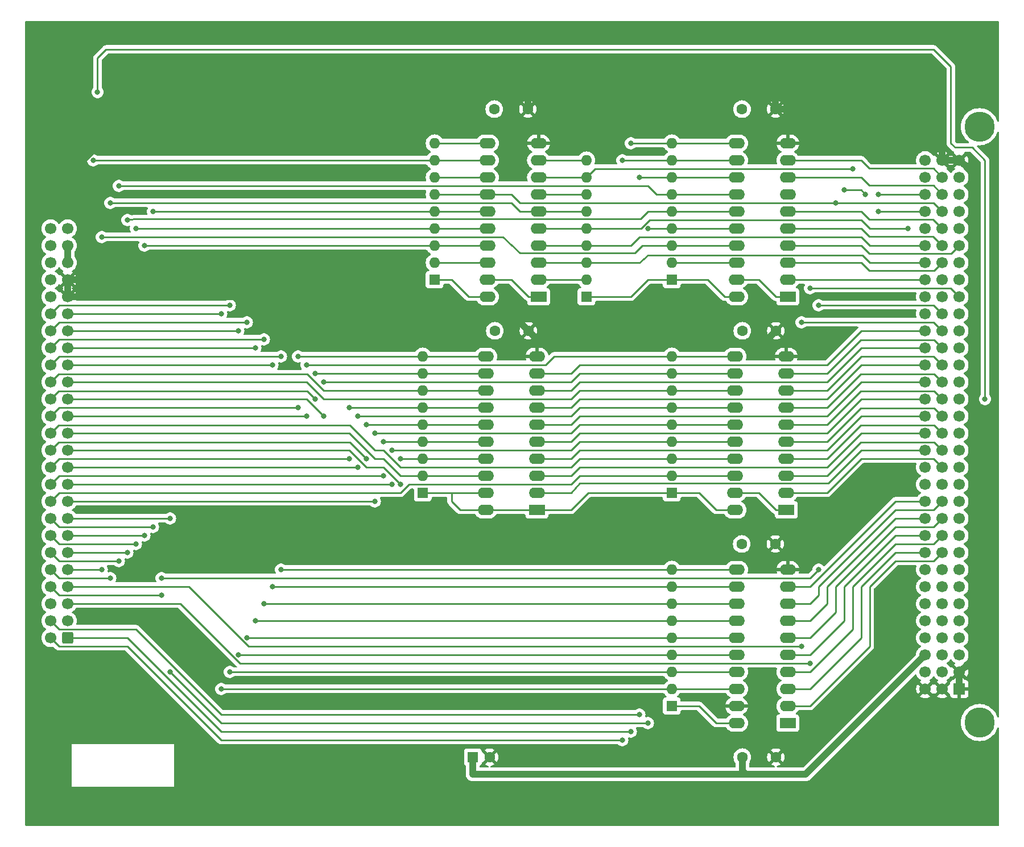
<source format=gbr>
G04 #@! TF.GenerationSoftware,KiCad,Pcbnew,7.0.1*
G04 #@! TF.CreationDate,2023-04-02T21:08:11+02:00*
G04 #@! TF.ProjectId,Victor HC90 Cart,56696374-6f72-4204-9843-393020436172,rev?*
G04 #@! TF.SameCoordinates,Original*
G04 #@! TF.FileFunction,Copper,L2,Bot*
G04 #@! TF.FilePolarity,Positive*
%FSLAX46Y46*%
G04 Gerber Fmt 4.6, Leading zero omitted, Abs format (unit mm)*
G04 Created by KiCad (PCBNEW 7.0.1) date 2023-04-02 21:08:11*
%MOMM*%
%LPD*%
G01*
G04 APERTURE LIST*
G04 Aperture macros list*
%AMRoundRect*
0 Rectangle with rounded corners*
0 $1 Rounding radius*
0 $2 $3 $4 $5 $6 $7 $8 $9 X,Y pos of 4 corners*
0 Add a 4 corners polygon primitive as box body*
4,1,4,$2,$3,$4,$5,$6,$7,$8,$9,$2,$3,0*
0 Add four circle primitives for the rounded corners*
1,1,$1+$1,$2,$3*
1,1,$1+$1,$4,$5*
1,1,$1+$1,$6,$7*
1,1,$1+$1,$8,$9*
0 Add four rect primitives between the rounded corners*
20,1,$1+$1,$2,$3,$4,$5,0*
20,1,$1+$1,$4,$5,$6,$7,0*
20,1,$1+$1,$6,$7,$8,$9,0*
20,1,$1+$1,$8,$9,$2,$3,0*%
G04 Aperture macros list end*
G04 #@! TA.AperFunction,ComponentPad*
%ADD10C,4.500000*%
G04 #@! TD*
G04 #@! TA.AperFunction,ComponentPad*
%ADD11C,1.700000*%
G04 #@! TD*
G04 #@! TA.AperFunction,ComponentPad*
%ADD12R,1.700000X1.700000*%
G04 #@! TD*
G04 #@! TA.AperFunction,ComponentPad*
%ADD13R,1.600000X1.600000*%
G04 #@! TD*
G04 #@! TA.AperFunction,ComponentPad*
%ADD14C,1.600000*%
G04 #@! TD*
G04 #@! TA.AperFunction,ComponentPad*
%ADD15R,2.400000X1.600000*%
G04 #@! TD*
G04 #@! TA.AperFunction,ComponentPad*
%ADD16O,2.400000X1.600000*%
G04 #@! TD*
G04 #@! TA.AperFunction,ComponentPad*
%ADD17O,1.600000X1.600000*%
G04 #@! TD*
G04 #@! TA.AperFunction,ComponentPad*
%ADD18RoundRect,0.250000X0.600000X0.600000X-0.600000X0.600000X-0.600000X-0.600000X0.600000X-0.600000X0*%
G04 #@! TD*
G04 #@! TA.AperFunction,ViaPad*
%ADD19C,0.800000*%
G04 #@! TD*
G04 #@! TA.AperFunction,Conductor*
%ADD20C,0.250000*%
G04 #@! TD*
G04 #@! TA.AperFunction,Conductor*
%ADD21C,1.000000*%
G04 #@! TD*
G04 APERTURE END LIST*
D10*
X189055000Y-134540000D03*
X189055000Y-45800000D03*
D11*
X186055000Y-50800000D03*
X186055000Y-53340000D03*
X186055000Y-55880000D03*
X186055000Y-58420000D03*
X186055000Y-60960000D03*
X186055000Y-63500000D03*
X186055000Y-66040000D03*
X186055000Y-68580000D03*
X186055000Y-71120000D03*
X186055000Y-73660000D03*
X186055000Y-76200000D03*
X186055000Y-78740000D03*
X186055000Y-81280000D03*
X186055000Y-83820000D03*
X186055000Y-86360000D03*
X186055000Y-88900000D03*
X186055000Y-91440000D03*
X186055000Y-93980000D03*
X186055000Y-96520000D03*
X186055000Y-99060000D03*
X186055000Y-101600000D03*
X186055000Y-104140000D03*
X186055000Y-106680000D03*
X186055000Y-109220000D03*
X186055000Y-111760000D03*
X186055000Y-114300000D03*
X186055000Y-116840000D03*
X186055000Y-119380000D03*
X186055000Y-121920000D03*
X186055000Y-124460000D03*
X186055000Y-127000000D03*
D12*
X186055000Y-129540000D03*
D11*
X183515000Y-50800000D03*
X183515000Y-53340000D03*
X183515000Y-55880000D03*
X183515000Y-58420000D03*
X183515000Y-60960000D03*
X183515000Y-63500000D03*
X183515000Y-66040000D03*
X183515000Y-68580000D03*
X183515000Y-71120000D03*
X183515000Y-73660000D03*
X183515000Y-76200000D03*
X183515000Y-78740000D03*
X183515000Y-81280000D03*
X183515000Y-83820000D03*
X183515000Y-86360000D03*
X183515000Y-88900000D03*
X183515000Y-91440000D03*
X183515000Y-93980000D03*
X183515000Y-96520000D03*
X183515000Y-99060000D03*
X183515000Y-101600000D03*
X183515000Y-104140000D03*
X183515000Y-106680000D03*
X183515000Y-109220000D03*
X183515000Y-111760000D03*
X183515000Y-114300000D03*
X183515000Y-116840000D03*
X183515000Y-119380000D03*
X183515000Y-121920000D03*
X183515000Y-124460000D03*
X183515000Y-127000000D03*
X183515000Y-129540000D03*
X180975000Y-50800000D03*
X180975000Y-53340000D03*
X180975000Y-55880000D03*
X180975000Y-58420000D03*
X180975000Y-60960000D03*
X180975000Y-63500000D03*
X180975000Y-66040000D03*
X180975000Y-68580000D03*
X180975000Y-71120000D03*
X180975000Y-73660000D03*
X180975000Y-76200000D03*
X180975000Y-78740000D03*
X180975000Y-81280000D03*
X180975000Y-83820000D03*
X180975000Y-86360000D03*
X180975000Y-88900000D03*
X180975000Y-91440000D03*
X180975000Y-93980000D03*
X180975000Y-96520000D03*
X180975000Y-99060000D03*
X180975000Y-101600000D03*
X180975000Y-104140000D03*
X180975000Y-106680000D03*
X180975000Y-109220000D03*
X180975000Y-111760000D03*
X180975000Y-114300000D03*
X180975000Y-116840000D03*
X180975000Y-119380000D03*
X180975000Y-121920000D03*
X180975000Y-124460000D03*
X180975000Y-127000000D03*
X180975000Y-129540000D03*
D13*
X113650000Y-139700000D03*
D14*
X116150000Y-139700000D03*
D15*
X123190000Y-102870000D03*
D16*
X123190000Y-100330000D03*
X123190000Y-97790000D03*
X123190000Y-95250000D03*
X123190000Y-92710000D03*
X123190000Y-90170000D03*
X123190000Y-87630000D03*
X123190000Y-85090000D03*
X123190000Y-82550000D03*
X123190000Y-80010000D03*
X115570000Y-80010000D03*
X115570000Y-82550000D03*
X115570000Y-85090000D03*
X115570000Y-87630000D03*
X115570000Y-90170000D03*
X115570000Y-92710000D03*
X115570000Y-95250000D03*
X115570000Y-97790000D03*
X115570000Y-100330000D03*
X115570000Y-102870000D03*
D13*
X143256000Y-100330000D03*
D17*
X143256000Y-97790000D03*
X143256000Y-95250000D03*
X143256000Y-92710000D03*
X143256000Y-90170000D03*
X143256000Y-87630000D03*
X143256000Y-85090000D03*
X143256000Y-82550000D03*
X143256000Y-80010000D03*
D15*
X160528000Y-134620000D03*
D16*
X160528000Y-132080000D03*
X160528000Y-129540000D03*
X160528000Y-127000000D03*
X160528000Y-124460000D03*
X160528000Y-121920000D03*
X160528000Y-119380000D03*
X160528000Y-116840000D03*
X160528000Y-114300000D03*
X160528000Y-111760000D03*
X152908000Y-111760000D03*
X152908000Y-114300000D03*
X152908000Y-116840000D03*
X152908000Y-119380000D03*
X152908000Y-121920000D03*
X152908000Y-124460000D03*
X152908000Y-127000000D03*
X152908000Y-129540000D03*
X152908000Y-132080000D03*
X152908000Y-134620000D03*
D13*
X143256000Y-68580000D03*
D17*
X143256000Y-66040000D03*
X143256000Y-63500000D03*
X143256000Y-60960000D03*
X143256000Y-58420000D03*
X143256000Y-55880000D03*
X143256000Y-53340000D03*
X143256000Y-50800000D03*
X143256000Y-48260000D03*
D15*
X123429000Y-71120000D03*
D16*
X123429000Y-68580000D03*
X123429000Y-66040000D03*
X123429000Y-63500000D03*
X123429000Y-60960000D03*
X123429000Y-58420000D03*
X123429000Y-55880000D03*
X123429000Y-53340000D03*
X123429000Y-50800000D03*
X123429000Y-48260000D03*
X115809000Y-48260000D03*
X115809000Y-50800000D03*
X115809000Y-53340000D03*
X115809000Y-55880000D03*
X115809000Y-58420000D03*
X115809000Y-60960000D03*
X115809000Y-63500000D03*
X115809000Y-66040000D03*
X115809000Y-68580000D03*
X115809000Y-71120000D03*
D13*
X143256000Y-132080000D03*
D17*
X143256000Y-129540000D03*
X143256000Y-127000000D03*
X143256000Y-124460000D03*
X143256000Y-121920000D03*
X143256000Y-119380000D03*
X143256000Y-116840000D03*
X143256000Y-114300000D03*
X143256000Y-111760000D03*
D14*
X153710000Y-43180000D03*
X158710000Y-43180000D03*
X116840000Y-43180000D03*
X121840000Y-43180000D03*
D18*
X53340000Y-121920000D03*
D11*
X50800000Y-121920000D03*
X53340000Y-119380000D03*
X50800000Y-119380000D03*
X53340000Y-116840000D03*
X50800000Y-116840000D03*
X53340000Y-114300000D03*
X50800000Y-114300000D03*
X53340000Y-111760000D03*
X50800000Y-111760000D03*
X53340000Y-109220000D03*
X50800000Y-109220000D03*
X53340000Y-106680000D03*
X50800000Y-106680000D03*
X53340000Y-104140000D03*
X50800000Y-104140000D03*
X53340000Y-101600000D03*
X50800000Y-101600000D03*
X53340000Y-99060000D03*
X50800000Y-99060000D03*
X53340000Y-96520000D03*
X50800000Y-96520000D03*
X53340000Y-93980000D03*
X50800000Y-93980000D03*
X53340000Y-91440000D03*
X50800000Y-91440000D03*
X53340000Y-88900000D03*
X50800000Y-88900000D03*
X53340000Y-86360000D03*
X50800000Y-86360000D03*
X53340000Y-83820000D03*
X50800000Y-83820000D03*
X53340000Y-81280000D03*
X50800000Y-81280000D03*
X53340000Y-78740000D03*
X50800000Y-78740000D03*
X53340000Y-76200000D03*
X50800000Y-76200000D03*
X53340000Y-73660000D03*
X50800000Y-73660000D03*
X53340000Y-71120000D03*
X50800000Y-71120000D03*
X53340000Y-68580000D03*
X50800000Y-68580000D03*
X53340000Y-66040000D03*
X50800000Y-66040000D03*
X53340000Y-63500000D03*
X50800000Y-63500000D03*
X53340000Y-60960000D03*
X50800000Y-60960000D03*
D14*
X153670000Y-107950000D03*
X158670000Y-107950000D03*
D15*
X160289000Y-102870000D03*
D16*
X160289000Y-100330000D03*
X160289000Y-97790000D03*
X160289000Y-95250000D03*
X160289000Y-92710000D03*
X160289000Y-90170000D03*
X160289000Y-87630000D03*
X160289000Y-85090000D03*
X160289000Y-82550000D03*
X160289000Y-80010000D03*
X152669000Y-80010000D03*
X152669000Y-82550000D03*
X152669000Y-85090000D03*
X152669000Y-87630000D03*
X152669000Y-90170000D03*
X152669000Y-92710000D03*
X152669000Y-95250000D03*
X152669000Y-97790000D03*
X152669000Y-100330000D03*
X152669000Y-102870000D03*
D14*
X153750000Y-76200000D03*
X158750000Y-76200000D03*
X153750000Y-139700000D03*
X158750000Y-139700000D03*
X116920000Y-76200000D03*
X121920000Y-76200000D03*
D13*
X130556000Y-71120000D03*
D17*
X130556000Y-68580000D03*
X130556000Y-66040000D03*
X130556000Y-63500000D03*
X130556000Y-60960000D03*
X130556000Y-58420000D03*
X130556000Y-55880000D03*
X130556000Y-53340000D03*
X130556000Y-50800000D03*
D13*
X106189000Y-100330000D03*
D17*
X106189000Y-97790000D03*
X106189000Y-95250000D03*
X106189000Y-92710000D03*
X106189000Y-90170000D03*
X106189000Y-87630000D03*
X106189000Y-85090000D03*
X106189000Y-82550000D03*
X106189000Y-80010000D03*
D15*
X160528000Y-71120000D03*
D16*
X160528000Y-68580000D03*
X160528000Y-66040000D03*
X160528000Y-63500000D03*
X160528000Y-60960000D03*
X160528000Y-58420000D03*
X160528000Y-55880000D03*
X160528000Y-53340000D03*
X160528000Y-50800000D03*
X160528000Y-48260000D03*
X152908000Y-48260000D03*
X152908000Y-50800000D03*
X152908000Y-53340000D03*
X152908000Y-55880000D03*
X152908000Y-58420000D03*
X152908000Y-60960000D03*
X152908000Y-63500000D03*
X152908000Y-66040000D03*
X152908000Y-68580000D03*
X152908000Y-71120000D03*
D13*
X107950000Y-68580000D03*
D17*
X107950000Y-66040000D03*
X107950000Y-63500000D03*
X107950000Y-60960000D03*
X107950000Y-58420000D03*
X107950000Y-55880000D03*
X107950000Y-53340000D03*
X107950000Y-50800000D03*
X107950000Y-48260000D03*
D19*
X189865000Y-86360000D03*
X57785000Y-40640000D03*
X173990000Y-55880000D03*
X173990000Y-58420000D03*
X172085000Y-55880000D03*
X168910000Y-55245000D03*
X102870000Y-140335000D03*
X146685000Y-137795000D03*
X175260000Y-123190000D03*
X174625000Y-138430000D03*
X186690000Y-144145000D03*
X176530000Y-147955000D03*
X160655000Y-147955000D03*
X137795000Y-147955000D03*
X86995000Y-148590000D03*
X66675000Y-148590000D03*
X51435000Y-148590000D03*
X50165000Y-139700000D03*
X62230000Y-130175000D03*
X47625000Y-111760000D03*
X48260000Y-92075000D03*
X48260000Y-71755000D03*
X50800000Y-128905000D03*
X72390000Y-107315000D03*
X90170000Y-107315000D03*
X104140000Y-106680000D03*
X116205000Y-107315000D03*
X130810000Y-106680000D03*
X147320000Y-106680000D03*
X172720000Y-99695000D03*
X146685000Y-74930000D03*
X129540000Y-74930000D03*
X108585000Y-76200000D03*
X92075000Y-76200000D03*
X100965000Y-67310000D03*
X86360000Y-66040000D03*
X69850000Y-66675000D03*
X168275000Y-45720000D03*
X130810000Y-43815000D03*
X100965000Y-44450000D03*
X83820000Y-45720000D03*
X67310000Y-45085000D03*
X53975000Y-40640000D03*
X178435000Y-32385000D03*
X156845000Y-32385000D03*
X139065000Y-32385000D03*
X116840000Y-32385000D03*
X101600000Y-32385000D03*
X83185000Y-32385000D03*
X66675000Y-33020000D03*
X52070000Y-33020000D03*
X90170000Y-82550000D03*
X90170000Y-86360000D03*
X167640000Y-57150000D03*
X88900000Y-88900000D03*
X88900000Y-81280000D03*
X95250000Y-95250000D03*
X95250000Y-87630000D03*
X170180000Y-52070000D03*
X102870000Y-99060000D03*
X102870000Y-95250000D03*
X101600000Y-99060000D03*
X101600000Y-93980000D03*
X162560000Y-74930000D03*
X162560000Y-123190000D03*
X100330000Y-92710000D03*
X100330000Y-97790000D03*
X67310000Y-113030000D03*
X165100000Y-72390000D03*
X165100000Y-111760000D03*
X67310000Y-115570000D03*
X99060000Y-91440000D03*
X99060000Y-101600000D03*
X97790000Y-90170000D03*
X97790000Y-95250000D03*
X96520000Y-96520000D03*
X96520000Y-88900000D03*
X91440000Y-88900000D03*
X91440000Y-83820000D03*
X137160000Y-48260000D03*
X137160000Y-135890000D03*
X135890000Y-137160000D03*
X135890000Y-50800000D03*
X138430000Y-133350000D03*
X138430000Y-53340000D03*
X58420000Y-111760000D03*
X58420000Y-62230000D03*
X59690000Y-57150000D03*
X59690000Y-113030000D03*
X62230000Y-59690000D03*
X62230000Y-109220000D03*
X60960000Y-54610000D03*
X60960000Y-110490000D03*
X64770000Y-63500000D03*
X64770000Y-106680000D03*
X63500000Y-107950000D03*
X63500000Y-60960000D03*
X139700000Y-60960000D03*
X139700000Y-134620000D03*
X68580000Y-104140000D03*
X68580000Y-127000000D03*
X87630000Y-87630000D03*
X87630000Y-80010000D03*
X83820000Y-81280000D03*
X83820000Y-114300000D03*
X85090000Y-111760000D03*
X85090000Y-80010000D03*
X81280000Y-119380000D03*
X81280000Y-78740000D03*
X82550000Y-116840000D03*
X82550000Y-77470000D03*
X78740000Y-124460000D03*
X78740000Y-76200000D03*
X80010000Y-121920000D03*
X80010000Y-74930000D03*
X76200000Y-73660000D03*
X76200000Y-129540000D03*
X77470000Y-127000000D03*
X77470000Y-72390000D03*
X57150000Y-50800000D03*
X178435000Y-60960000D03*
X163830000Y-125730000D03*
X163830000Y-69850000D03*
X66040000Y-58420000D03*
X66040000Y-105410000D03*
D20*
X189865000Y-65405000D02*
X189865000Y-86360000D01*
X189865000Y-50800000D02*
X189865000Y-65405000D01*
X187960000Y-48895000D02*
X189865000Y-50800000D01*
X185420000Y-48895000D02*
X187960000Y-48895000D01*
X184785000Y-48260000D02*
X185420000Y-48895000D01*
X184785000Y-36830000D02*
X184785000Y-48260000D01*
X182245000Y-34290000D02*
X184785000Y-36830000D01*
X59055000Y-34290000D02*
X182245000Y-34290000D01*
X57785000Y-35560000D02*
X59055000Y-34290000D01*
X57785000Y-40640000D02*
X57785000Y-35560000D01*
X173990000Y-55880000D02*
X180975000Y-55880000D01*
X173990000Y-58420000D02*
X180975000Y-58420000D01*
X171450000Y-55245000D02*
X172085000Y-55880000D01*
X168910000Y-55245000D02*
X171450000Y-55245000D01*
X88995000Y-85185000D02*
X90170000Y-86360000D01*
X106189000Y-82550000D02*
X90170000Y-82550000D01*
X50800000Y-86360000D02*
X51975000Y-85185000D01*
X115570000Y-82550000D02*
X106189000Y-82550000D01*
X51975000Y-85185000D02*
X88995000Y-85185000D01*
X171450000Y-83820000D02*
X166370000Y-88900000D01*
X166370000Y-88900000D02*
X129540000Y-88900000D01*
X128270000Y-90170000D02*
X123190000Y-90170000D01*
X129540000Y-88900000D02*
X128270000Y-90170000D01*
X180975000Y-83820000D02*
X171450000Y-83820000D01*
X128270000Y-95250000D02*
X123190000Y-95250000D01*
X171450000Y-88900000D02*
X166370000Y-93980000D01*
X180975000Y-88900000D02*
X171450000Y-88900000D01*
X129540000Y-93980000D02*
X128270000Y-95250000D01*
X166370000Y-93980000D02*
X129540000Y-93980000D01*
X183515000Y-91440000D02*
X182340000Y-90265000D01*
X171355000Y-90265000D02*
X166370000Y-95250000D01*
X166370000Y-95250000D02*
X160289000Y-95250000D01*
X182340000Y-90265000D02*
X171355000Y-90265000D01*
X171355000Y-87725000D02*
X166370000Y-92710000D01*
X183515000Y-88900000D02*
X182340000Y-87725000D01*
X182340000Y-87725000D02*
X171355000Y-87725000D01*
X166370000Y-92710000D02*
X160289000Y-92710000D01*
X129540000Y-91440000D02*
X128270000Y-92710000D01*
X171450000Y-86360000D02*
X166370000Y-91440000D01*
X128270000Y-92710000D02*
X123190000Y-92710000D01*
X180975000Y-86360000D02*
X171450000Y-86360000D01*
X166370000Y-91440000D02*
X129540000Y-91440000D01*
X166370000Y-96520000D02*
X129540000Y-96520000D01*
X128270000Y-97790000D02*
X123190000Y-97790000D01*
X129540000Y-96520000D02*
X128270000Y-97790000D01*
X180975000Y-91440000D02*
X171450000Y-91440000D01*
X171450000Y-91440000D02*
X166370000Y-96520000D01*
X128270000Y-85090000D02*
X123190000Y-85090000D01*
X166370000Y-83820000D02*
X129540000Y-83820000D01*
X171450000Y-78740000D02*
X166370000Y-83820000D01*
X180975000Y-78740000D02*
X171450000Y-78740000D01*
X129540000Y-83820000D02*
X128270000Y-85090000D01*
X171450000Y-80010000D02*
X166370000Y-85090000D01*
X166370000Y-85090000D02*
X160289000Y-85090000D01*
X182245000Y-80010000D02*
X171450000Y-80010000D01*
X183515000Y-81280000D02*
X182245000Y-80010000D01*
X129540000Y-86360000D02*
X128270000Y-87630000D01*
X166370000Y-86360000D02*
X129540000Y-86360000D01*
X180975000Y-81280000D02*
X171450000Y-81280000D01*
X128270000Y-87630000D02*
X123190000Y-87630000D01*
X171450000Y-81280000D02*
X166370000Y-86360000D01*
X183515000Y-83820000D02*
X182340000Y-82645000D01*
X166370000Y-87630000D02*
X160289000Y-87630000D01*
X182340000Y-82645000D02*
X171355000Y-82645000D01*
X171355000Y-82645000D02*
X166370000Y-87630000D01*
X183515000Y-86360000D02*
X182340000Y-85185000D01*
X171355000Y-85185000D02*
X166370000Y-90170000D01*
X166370000Y-90170000D02*
X160289000Y-90170000D01*
X182340000Y-85185000D02*
X171355000Y-85185000D01*
X137160000Y-63500000D02*
X130556000Y-63500000D01*
X180975000Y-63500000D02*
X172776667Y-63500000D01*
X171450000Y-62230000D02*
X138430000Y-62230000D01*
X130556000Y-63500000D02*
X123429000Y-63500000D01*
X138430000Y-62230000D02*
X137160000Y-63500000D01*
X172776667Y-63500000D02*
X172720000Y-63500000D01*
X172720000Y-63500000D02*
X171450000Y-62230000D01*
X171450000Y-95250000D02*
X166370000Y-100330000D01*
X182245000Y-95250000D02*
X171450000Y-95250000D01*
X166370000Y-100330000D02*
X160289000Y-100330000D01*
X183515000Y-96520000D02*
X182245000Y-95250000D01*
X152669000Y-85090000D02*
X143017000Y-85090000D01*
X143017000Y-85090000D02*
X129540000Y-85090000D01*
X88900000Y-83820000D02*
X91440000Y-86360000D01*
X116840000Y-86360000D02*
X93980000Y-86360000D01*
X128270000Y-86360000D02*
X116840000Y-86360000D01*
X129540000Y-85090000D02*
X128270000Y-86360000D01*
X91440000Y-86360000D02*
X93980000Y-86360000D01*
X53340000Y-83820000D02*
X88900000Y-83820000D01*
X163830000Y-114300000D02*
X160528000Y-114300000D01*
X180975000Y-101600000D02*
X176530000Y-101600000D01*
X176530000Y-101600000D02*
X163830000Y-114300000D01*
X165100000Y-114300000D02*
X165100000Y-115570000D01*
X165100000Y-115570000D02*
X163830000Y-116840000D01*
X182245000Y-102870000D02*
X176530000Y-102870000D01*
X176530000Y-102870000D02*
X165100000Y-114300000D01*
X183515000Y-101600000D02*
X182245000Y-102870000D01*
X163830000Y-116840000D02*
X160528000Y-116840000D01*
X163830000Y-119380000D02*
X160528000Y-119380000D01*
X176530000Y-104140000D02*
X166370000Y-114300000D01*
X180975000Y-104140000D02*
X176530000Y-104140000D01*
X166370000Y-114300000D02*
X166370000Y-116840000D01*
X166370000Y-116840000D02*
X163830000Y-119380000D01*
X176530000Y-105410000D02*
X167640000Y-114300000D01*
X167640000Y-114300000D02*
X167640000Y-118110000D01*
X160528000Y-121920000D02*
X163830000Y-121920000D01*
X183515000Y-104140000D02*
X182245000Y-105410000D01*
X167640000Y-118110000D02*
X163830000Y-121920000D01*
X182245000Y-105410000D02*
X176530000Y-105410000D01*
X176530000Y-106680000D02*
X168910000Y-114300000D01*
X160528000Y-124460000D02*
X163830000Y-124460000D01*
X168910000Y-114300000D02*
X168910000Y-118110000D01*
X168910000Y-118110000D02*
X168910000Y-119380000D01*
X180975000Y-106680000D02*
X176530000Y-106680000D01*
X168910000Y-119380000D02*
X163830000Y-124460000D01*
X170180000Y-114300000D02*
X170180000Y-120650000D01*
X160528000Y-127000000D02*
X163830000Y-127000000D01*
X176530000Y-107950000D02*
X170180000Y-114300000D01*
X182245000Y-107950000D02*
X176530000Y-107950000D01*
X170180000Y-120650000D02*
X163830000Y-127000000D01*
X183515000Y-106680000D02*
X182245000Y-107950000D01*
X166370000Y-81280000D02*
X129540000Y-81280000D01*
X128270000Y-82550000D02*
X123190000Y-82550000D01*
X129540000Y-81280000D02*
X128270000Y-82550000D01*
X180975000Y-76200000D02*
X171450000Y-76200000D01*
X171450000Y-76200000D02*
X166370000Y-81280000D01*
X180975000Y-109220000D02*
X176530000Y-109220000D01*
X176530000Y-109220000D02*
X171450000Y-114300000D01*
X160528000Y-129540000D02*
X163830000Y-129540000D01*
X171450000Y-114300000D02*
X171450000Y-121920000D01*
X171450000Y-121920000D02*
X163830000Y-129540000D01*
X166370000Y-82550000D02*
X160289000Y-82550000D01*
X182340000Y-77565000D02*
X171355000Y-77565000D01*
X183515000Y-78740000D02*
X182340000Y-77565000D01*
X171355000Y-77565000D02*
X166370000Y-82550000D01*
X172720000Y-123190000D02*
X163830000Y-132080000D01*
X176530000Y-110490000D02*
X172720000Y-114300000D01*
X183515000Y-109220000D02*
X182245000Y-110490000D01*
X182245000Y-110490000D02*
X176530000Y-110490000D01*
X160528000Y-132080000D02*
X163830000Y-132080000D01*
X172720000Y-114300000D02*
X172720000Y-123190000D01*
X180975000Y-93980000D02*
X171450000Y-93980000D01*
X166515000Y-98915000D02*
X129540000Y-98915000D01*
X171450000Y-93980000D02*
X166515000Y-98915000D01*
X129540000Y-98915000D02*
X128270000Y-100330000D01*
X128270000Y-100330000D02*
X123190000Y-100330000D01*
X119380000Y-55880000D02*
X115809000Y-55880000D01*
X182245000Y-57150000D02*
X167640000Y-57150000D01*
X120650000Y-57150000D02*
X119380000Y-55880000D01*
X167640000Y-57150000D02*
X120650000Y-57150000D01*
X115809000Y-55880000D02*
X107950000Y-55880000D01*
X183515000Y-58420000D02*
X182245000Y-57150000D01*
X171450000Y-66040000D02*
X160528000Y-66040000D01*
X172625000Y-67215000D02*
X171450000Y-66040000D01*
X182340000Y-67215000D02*
X172625000Y-67215000D01*
X183515000Y-66040000D02*
X182340000Y-67215000D01*
X182150000Y-62135000D02*
X172625000Y-62135000D01*
X171450000Y-60960000D02*
X160528000Y-60960000D01*
X183515000Y-63500000D02*
X182150000Y-62135000D01*
X172625000Y-62135000D02*
X171450000Y-60960000D01*
X171595000Y-64915000D02*
X139700000Y-64915000D01*
X130556000Y-66040000D02*
X123429000Y-66040000D01*
X139700000Y-64915000D02*
X138430000Y-66040000D01*
X138430000Y-66040000D02*
X130556000Y-66040000D01*
X180975000Y-66040000D02*
X172720000Y-66040000D01*
X172720000Y-66040000D02*
X171595000Y-64915000D01*
X183515000Y-93980000D02*
X182340000Y-92805000D01*
X171355000Y-92805000D02*
X166370000Y-97790000D01*
X166370000Y-97790000D02*
X160289000Y-97790000D01*
X182340000Y-92805000D02*
X171355000Y-92805000D01*
X125730000Y-80010000D02*
X124460000Y-81280000D01*
X143017000Y-80010000D02*
X125730000Y-80010000D01*
X53340000Y-88900000D02*
X88900000Y-88900000D01*
X152669000Y-80010000D02*
X143017000Y-80010000D01*
X124460000Y-81280000D02*
X88900000Y-81280000D01*
X128270000Y-102870000D02*
X123190000Y-102870000D01*
D21*
X145360000Y-142240000D02*
X154250000Y-142240000D01*
D20*
X148590000Y-68580000D02*
X151130000Y-71120000D01*
X130810000Y-100330000D02*
X128270000Y-102870000D01*
X137160000Y-71120000D02*
X139700000Y-68580000D01*
D21*
X163195000Y-142240000D02*
X154250000Y-142240000D01*
X113650000Y-142200000D02*
X113610000Y-142240000D01*
D20*
X115570000Y-102870000D02*
X123190000Y-102870000D01*
X139700000Y-68580000D02*
X148590000Y-68580000D01*
D21*
X153750000Y-141740000D02*
X154250000Y-142240000D01*
D20*
X110490000Y-101600000D02*
X110490000Y-100330000D01*
X110490000Y-68580000D02*
X107950000Y-68580000D01*
X111760000Y-102870000D02*
X110490000Y-101600000D01*
X130556000Y-71120000D02*
X137160000Y-71120000D01*
X152908000Y-134620000D02*
X149860000Y-134620000D01*
D21*
X180975000Y-124460000D02*
X163195000Y-142240000D01*
D20*
X149860000Y-102870000D02*
X147320000Y-100330000D01*
X147320000Y-100330000D02*
X143017000Y-100330000D01*
X115809000Y-71120000D02*
X113030000Y-71120000D01*
D21*
X153750000Y-139700000D02*
X153750000Y-141740000D01*
D20*
X115570000Y-102870000D02*
X111760000Y-102870000D01*
X113030000Y-71120000D02*
X110490000Y-68580000D01*
X149860000Y-134620000D02*
X147320000Y-132080000D01*
X106189000Y-100330000D02*
X115570000Y-100330000D01*
D21*
X113650000Y-139700000D02*
X113650000Y-142200000D01*
X113610000Y-142240000D02*
X145360000Y-142240000D01*
D20*
X143017000Y-100330000D02*
X130810000Y-100330000D01*
X152669000Y-102870000D02*
X149860000Y-102870000D01*
X151130000Y-71120000D02*
X152908000Y-71120000D01*
X147320000Y-132080000D02*
X143256000Y-132080000D01*
X115570000Y-87630000D02*
X106189000Y-87630000D01*
X52070000Y-95250000D02*
X95250000Y-95250000D01*
X106189000Y-87630000D02*
X95250000Y-87630000D01*
X50800000Y-96520000D02*
X52070000Y-95250000D01*
X130556000Y-53340000D02*
X131826000Y-52070000D01*
X131826000Y-52070000D02*
X170180000Y-52070000D01*
X130556000Y-53340000D02*
X123429000Y-53340000D01*
X129540000Y-97790000D02*
X143256000Y-97790000D01*
X152669000Y-97790000D02*
X143017000Y-97790000D01*
X50800000Y-101600000D02*
X52070000Y-100330000D01*
X52070000Y-100330000D02*
X102870000Y-100330000D01*
X102870000Y-100330000D02*
X104140000Y-99060000D01*
X104140000Y-99060000D02*
X128270000Y-99060000D01*
X128270000Y-99060000D02*
X129540000Y-97790000D01*
X100330000Y-95250000D02*
X102870000Y-97790000D01*
X99060000Y-95250000D02*
X100330000Y-95250000D01*
X102870000Y-97790000D02*
X106189000Y-97790000D01*
X115570000Y-97790000D02*
X106189000Y-97790000D01*
X95250000Y-91440000D02*
X99060000Y-95250000D01*
X53340000Y-91440000D02*
X95250000Y-91440000D01*
X129540000Y-95250000D02*
X143256000Y-95250000D01*
X51975000Y-90265000D02*
X95345000Y-90265000D01*
X128270000Y-96520000D02*
X129540000Y-95250000D01*
X100330000Y-93980000D02*
X102870000Y-96520000D01*
X102870000Y-96520000D02*
X128270000Y-96520000D01*
X152669000Y-95250000D02*
X143017000Y-95250000D01*
X99060000Y-93980000D02*
X100330000Y-93980000D01*
X50800000Y-91440000D02*
X51975000Y-90265000D01*
X95345000Y-90265000D02*
X99060000Y-93980000D01*
X106189000Y-95250000D02*
X102870000Y-95250000D01*
X97790000Y-96520000D02*
X100330000Y-96520000D01*
X53340000Y-93980000D02*
X95250000Y-93980000D01*
X115570000Y-95250000D02*
X106189000Y-95250000D01*
X95250000Y-93980000D02*
X97790000Y-96520000D01*
X100330000Y-96520000D02*
X102870000Y-99060000D01*
X152669000Y-92710000D02*
X143017000Y-92710000D01*
X128270000Y-93980000D02*
X101600000Y-93980000D01*
X143017000Y-92710000D02*
X129540000Y-92710000D01*
X53340000Y-99060000D02*
X101600000Y-99060000D01*
X129540000Y-92710000D02*
X128270000Y-93980000D01*
X162560000Y-74930000D02*
X182245000Y-74930000D01*
X80254695Y-123190000D02*
X162560000Y-123190000D01*
X71364695Y-114300000D02*
X80254695Y-123190000D01*
X182245000Y-74930000D02*
X183515000Y-76200000D01*
X53340000Y-114300000D02*
X71364695Y-114300000D01*
X52070000Y-97790000D02*
X100330000Y-97790000D01*
X50800000Y-99060000D02*
X52070000Y-97790000D01*
X115570000Y-92710000D02*
X106189000Y-92710000D01*
X106189000Y-92710000D02*
X100330000Y-92710000D01*
X50800000Y-114300000D02*
X52070000Y-115570000D01*
X163830000Y-113030000D02*
X165100000Y-111760000D01*
X67310000Y-113030000D02*
X163830000Y-113030000D01*
X52070000Y-115570000D02*
X67310000Y-115570000D01*
X182245000Y-72390000D02*
X183515000Y-73660000D01*
X165100000Y-72390000D02*
X182245000Y-72390000D01*
X53340000Y-101600000D02*
X99060000Y-101600000D01*
X129540000Y-90170000D02*
X128270000Y-91440000D01*
X152669000Y-90170000D02*
X143017000Y-90170000D01*
X143017000Y-90170000D02*
X129540000Y-90170000D01*
X128270000Y-91440000D02*
X99060000Y-91440000D01*
X50800000Y-93980000D02*
X51975000Y-92805000D01*
X51975000Y-92805000D02*
X95345000Y-92805000D01*
X106189000Y-90170000D02*
X97790000Y-90170000D01*
X115570000Y-90170000D02*
X106189000Y-90170000D01*
X95345000Y-92805000D02*
X97790000Y-95250000D01*
X180975000Y-68580000D02*
X160528000Y-68580000D01*
X128270000Y-88900000D02*
X96520000Y-88900000D01*
X129540000Y-87630000D02*
X128270000Y-88900000D01*
X53340000Y-96520000D02*
X96520000Y-96520000D01*
X130173604Y-87630000D02*
X129540000Y-87630000D01*
X143017000Y-87630000D02*
X130173604Y-87630000D01*
X152669000Y-87630000D02*
X143017000Y-87630000D01*
X172625000Y-59595000D02*
X171450000Y-58420000D01*
X182150000Y-59595000D02*
X172625000Y-59595000D01*
X171450000Y-58420000D02*
X160528000Y-58420000D01*
X183515000Y-60960000D02*
X182150000Y-59595000D01*
X88995000Y-82645000D02*
X91440000Y-85090000D01*
X91440000Y-85090000D02*
X92710000Y-85090000D01*
X51975000Y-82645000D02*
X88995000Y-82645000D01*
X115570000Y-85090000D02*
X106189000Y-85090000D01*
X106189000Y-85090000D02*
X92710000Y-85090000D01*
X50800000Y-83820000D02*
X51975000Y-82645000D01*
X152669000Y-82550000D02*
X143017000Y-82550000D01*
X128270000Y-83820000D02*
X91440000Y-83820000D01*
X88900000Y-86360000D02*
X91440000Y-88900000D01*
X143017000Y-82550000D02*
X129540000Y-82550000D01*
X129540000Y-82550000D02*
X128270000Y-83820000D01*
X53340000Y-86360000D02*
X88900000Y-86360000D01*
X171450000Y-53340000D02*
X160528000Y-53340000D01*
X183515000Y-55880000D02*
X182200000Y-54565000D01*
X182200000Y-54565000D02*
X172675000Y-54565000D01*
X172675000Y-54565000D02*
X171450000Y-53340000D01*
X172675000Y-52025000D02*
X171450000Y-50800000D01*
X182200000Y-52025000D02*
X172675000Y-52025000D01*
X171450000Y-50800000D02*
X160528000Y-50800000D01*
X183515000Y-53340000D02*
X182200000Y-52025000D01*
D21*
X121840000Y-40665000D02*
X121865000Y-40640000D01*
X183515000Y-50800000D02*
X186055000Y-50800000D01*
X119380000Y-73660000D02*
X121920000Y-76200000D01*
X65754365Y-40640000D02*
X55190000Y-51204365D01*
X121840000Y-43180000D02*
X121840000Y-40665000D01*
X53340000Y-71120000D02*
X86360000Y-71120000D01*
X121865000Y-40640000D02*
X65754365Y-40640000D01*
X123825000Y-78105000D02*
X121920000Y-76200000D01*
X158710000Y-41290000D02*
X158060000Y-40640000D01*
X186055000Y-129540000D02*
X186055000Y-127000000D01*
X158060000Y-40640000D02*
X121865000Y-40640000D01*
X55190000Y-51204365D02*
X55190000Y-68580000D01*
X86360000Y-71120000D02*
X88900000Y-73660000D01*
X158750000Y-76200000D02*
X156845000Y-78105000D01*
X53340000Y-71120000D02*
X53340000Y-68580000D01*
X187960000Y-125400000D02*
X187960000Y-52400000D01*
X88900000Y-73660000D02*
X119380000Y-73660000D01*
X55190000Y-68580000D02*
X53340000Y-68580000D01*
X183515000Y-44505000D02*
X182190000Y-43180000D01*
X158710000Y-43180000D02*
X158710000Y-41290000D01*
X183515000Y-50800000D02*
X183515000Y-44505000D01*
X156845000Y-78105000D02*
X123825000Y-78105000D01*
X182190000Y-43180000D02*
X158710000Y-43180000D01*
X187960000Y-52400000D02*
X186055000Y-50800000D01*
X186055000Y-127000000D02*
X187960000Y-125400000D01*
D20*
X76200000Y-135890000D02*
X62230000Y-121920000D01*
X137160000Y-48260000D02*
X143256000Y-48260000D01*
X62230000Y-121920000D02*
X53340000Y-121920000D01*
X152908000Y-48260000D02*
X143256000Y-48260000D01*
X137160000Y-135890000D02*
X76200000Y-135890000D01*
X135890000Y-50800000D02*
X143256000Y-50800000D01*
X62230000Y-123190000D02*
X52070000Y-123190000D01*
X76200000Y-137160000D02*
X62230000Y-123190000D01*
X52070000Y-123190000D02*
X50800000Y-121920000D01*
X152908000Y-50800000D02*
X143256000Y-50800000D01*
X135890000Y-137160000D02*
X76200000Y-137160000D01*
X63500000Y-120650000D02*
X52070000Y-120650000D01*
X52070000Y-120650000D02*
X50800000Y-119380000D01*
X152908000Y-53340000D02*
X143256000Y-53340000D01*
X138430000Y-133350000D02*
X76200000Y-133350000D01*
X76200000Y-133350000D02*
X63500000Y-120650000D01*
X138430000Y-53340000D02*
X143256000Y-53340000D01*
X120650000Y-64625000D02*
X118110000Y-62230000D01*
X53340000Y-111760000D02*
X58420000Y-111760000D01*
X152908000Y-63500000D02*
X143256000Y-63500000D01*
X143256000Y-63500000D02*
X138880000Y-63500000D01*
X138880000Y-63500000D02*
X137755000Y-64625000D01*
X118110000Y-62230000D02*
X58420000Y-62230000D01*
X137755000Y-64625000D02*
X120650000Y-64625000D01*
X52070000Y-113030000D02*
X59690000Y-113030000D01*
X119380000Y-57150000D02*
X120650000Y-58420000D01*
X59690000Y-57150000D02*
X119380000Y-57150000D01*
X120650000Y-58420000D02*
X123429000Y-58420000D01*
X50800000Y-111760000D02*
X52070000Y-113030000D01*
X130556000Y-58420000D02*
X123429000Y-58420000D01*
X63355000Y-59545000D02*
X138575000Y-59545000D01*
X138575000Y-59545000D02*
X139700000Y-58420000D01*
X62230000Y-59690000D02*
X63355000Y-59545000D01*
X53340000Y-109220000D02*
X62230000Y-109220000D01*
X152908000Y-58420000D02*
X143256000Y-58420000D01*
X139700000Y-58420000D02*
X143256000Y-58420000D01*
X60960000Y-54610000D02*
X139700000Y-54610000D01*
X140970000Y-55880000D02*
X139700000Y-54610000D01*
X50800000Y-109220000D02*
X52070000Y-110490000D01*
X52070000Y-110490000D02*
X60960000Y-110490000D01*
X152908000Y-55880000D02*
X143256000Y-55880000D01*
X143256000Y-55880000D02*
X140970000Y-55880000D01*
X115809000Y-63500000D02*
X107950000Y-63500000D01*
X53340000Y-106680000D02*
X64770000Y-106680000D01*
X64770000Y-63500000D02*
X107950000Y-63500000D01*
X63500000Y-60960000D02*
X107950000Y-60960000D01*
X52070000Y-107950000D02*
X63500000Y-107950000D01*
X50800000Y-106680000D02*
X52070000Y-107950000D01*
X115809000Y-60960000D02*
X107950000Y-60960000D01*
X68580000Y-127000000D02*
X76200000Y-134620000D01*
X143256000Y-60960000D02*
X139700000Y-60960000D01*
X53340000Y-104140000D02*
X68580000Y-104140000D01*
X76200000Y-134620000D02*
X139700000Y-134620000D01*
X152908000Y-60960000D02*
X143256000Y-60960000D01*
X115570000Y-80010000D02*
X106189000Y-80010000D01*
X50800000Y-88900000D02*
X52070000Y-87630000D01*
X52070000Y-87630000D02*
X87630000Y-87630000D01*
X106189000Y-80010000D02*
X87630000Y-80010000D01*
X83820000Y-81280000D02*
X53340000Y-81280000D01*
X143256000Y-114300000D02*
X83820000Y-114300000D01*
X152908000Y-114300000D02*
X143256000Y-114300000D01*
X52070000Y-80010000D02*
X50800000Y-81280000D01*
X143256000Y-111760000D02*
X85090000Y-111760000D01*
X85090000Y-80010000D02*
X52070000Y-80010000D01*
X152908000Y-111760000D02*
X143256000Y-111760000D01*
X143256000Y-119380000D02*
X81280000Y-119380000D01*
X81280000Y-78740000D02*
X53340000Y-78740000D01*
X152908000Y-119380000D02*
X143256000Y-119380000D01*
X143256000Y-116840000D02*
X82550000Y-116840000D01*
X52070000Y-77470000D02*
X50800000Y-78740000D01*
X82550000Y-77470000D02*
X52070000Y-77470000D01*
X143256000Y-116840000D02*
X152908000Y-116840000D01*
X78740000Y-76200000D02*
X53340000Y-76200000D01*
X152908000Y-124460000D02*
X143256000Y-124460000D01*
X143256000Y-124460000D02*
X78740000Y-124460000D01*
X80010000Y-74930000D02*
X52070000Y-74930000D01*
X143256000Y-121920000D02*
X80010000Y-121920000D01*
X52070000Y-74930000D02*
X50800000Y-76200000D01*
X152908000Y-121920000D02*
X143256000Y-121920000D01*
X76200000Y-73660000D02*
X53340000Y-73660000D01*
X152908000Y-129540000D02*
X143256000Y-129540000D01*
X143256000Y-129540000D02*
X76200000Y-129540000D01*
X52070000Y-72390000D02*
X50800000Y-73660000D01*
X143256000Y-127000000D02*
X77470000Y-127000000D01*
X77470000Y-72390000D02*
X52070000Y-72390000D01*
X152908000Y-127000000D02*
X143256000Y-127000000D01*
X115809000Y-50800000D02*
X107950000Y-50800000D01*
X107950000Y-50800000D02*
X57150000Y-50800000D01*
D21*
X53340000Y-66040000D02*
X53340000Y-63500000D01*
D20*
X138674695Y-60960000D02*
X130556000Y-60960000D01*
X139944695Y-59690000D02*
X138674695Y-60960000D01*
X171450000Y-59690000D02*
X139944695Y-59690000D01*
X130556000Y-60960000D02*
X123429000Y-60960000D01*
X172720000Y-60960000D02*
X171450000Y-59690000D01*
X178435000Y-60960000D02*
X172720000Y-60960000D01*
X171450000Y-63500000D02*
X160528000Y-63500000D01*
X186055000Y-63500000D02*
X184880000Y-64675000D01*
X184880000Y-64675000D02*
X172625000Y-64675000D01*
X172625000Y-64675000D02*
X171450000Y-63500000D01*
X163830000Y-69850000D02*
X184785000Y-69850000D01*
X70094695Y-116840000D02*
X78984695Y-125730000D01*
X184785000Y-69850000D02*
X186055000Y-71120000D01*
X78984695Y-125730000D02*
X163830000Y-125730000D01*
X53340000Y-116840000D02*
X70094695Y-116840000D01*
X50800000Y-104140000D02*
X52070000Y-105410000D01*
X52070000Y-105410000D02*
X66040000Y-105410000D01*
X66040000Y-58420000D02*
X107950000Y-58420000D01*
X115809000Y-58420000D02*
X107950000Y-58420000D01*
X107950000Y-66040000D02*
X115809000Y-66040000D01*
X115809000Y-53340000D02*
X107950000Y-53340000D01*
X115809000Y-48260000D02*
X107950000Y-48260000D01*
X152908000Y-66040000D02*
X143256000Y-66040000D01*
X130556000Y-68580000D02*
X123429000Y-68580000D01*
X123429000Y-55880000D02*
X130556000Y-55880000D01*
X130556000Y-50800000D02*
X123429000Y-50800000D01*
X121920000Y-71120000D02*
X119380000Y-68580000D01*
X123429000Y-71120000D02*
X121920000Y-71120000D01*
X119380000Y-68580000D02*
X115809000Y-68580000D01*
X156210000Y-68580000D02*
X152908000Y-68580000D01*
X158750000Y-71120000D02*
X156210000Y-68580000D01*
X160528000Y-71120000D02*
X158750000Y-71120000D01*
X158750000Y-102870000D02*
X156210000Y-100330000D01*
X156210000Y-100330000D02*
X152669000Y-100330000D01*
X160289000Y-102870000D02*
X158750000Y-102870000D01*
G04 #@! TA.AperFunction,Conductor*
G36*
X179639970Y-95898445D02*
G01*
X179684761Y-95939678D01*
X179704529Y-95997259D01*
X179694510Y-96057309D01*
X179685704Y-96077384D01*
X179630435Y-96295636D01*
X179611843Y-96519999D01*
X179630435Y-96744363D01*
X179685705Y-96962618D01*
X179776137Y-97168786D01*
X179776139Y-97168789D01*
X179776140Y-97168791D01*
X179899278Y-97357268D01*
X180051760Y-97522906D01*
X180229424Y-97661189D01*
X180229426Y-97661190D01*
X180265931Y-97680946D01*
X180313436Y-97726527D01*
X180330913Y-97790000D01*
X180313436Y-97853473D01*
X180265931Y-97899054D01*
X180229426Y-97918809D01*
X180051760Y-98057094D01*
X179899279Y-98222730D01*
X179776138Y-98411211D01*
X179685705Y-98617381D01*
X179630435Y-98835636D01*
X179611843Y-99060000D01*
X179630435Y-99284363D01*
X179685705Y-99502618D01*
X179776137Y-99708786D01*
X179776139Y-99708789D01*
X179776140Y-99708791D01*
X179899278Y-99897268D01*
X180051760Y-100062906D01*
X180229424Y-100201189D01*
X180265930Y-100220945D01*
X180313435Y-100266524D01*
X180330913Y-100329997D01*
X180313437Y-100393471D01*
X180265933Y-100439052D01*
X180229427Y-100458809D01*
X180229425Y-100458810D01*
X180229424Y-100458811D01*
X180101876Y-100558087D01*
X180051760Y-100597094D01*
X179899276Y-100762732D01*
X179802853Y-100910321D01*
X179758062Y-100951555D01*
X179699044Y-100966500D01*
X176613633Y-100966500D01*
X176592891Y-100964210D01*
X176590091Y-100964298D01*
X176521983Y-100966439D01*
X176518087Y-100966500D01*
X176490144Y-100966500D01*
X176486042Y-100967018D01*
X176474403Y-100967934D01*
X176430110Y-100969326D01*
X176410507Y-100975022D01*
X176391455Y-100978967D01*
X176371199Y-100981526D01*
X176329997Y-100997838D01*
X176318951Y-101001621D01*
X176276402Y-101013983D01*
X176258831Y-101024374D01*
X176241370Y-101032929D01*
X176222383Y-101040447D01*
X176186542Y-101066487D01*
X176176780Y-101072899D01*
X176138639Y-101095455D01*
X176124196Y-101109898D01*
X176109409Y-101122527D01*
X176092892Y-101134528D01*
X176064652Y-101168663D01*
X176056792Y-101177301D01*
X166012928Y-111221165D01*
X165955245Y-111253801D01*
X165888993Y-111252066D01*
X165833097Y-111216456D01*
X165782101Y-111159819D01*
X165711253Y-111081134D01*
X165556752Y-110968882D01*
X165556751Y-110968881D01*
X165382285Y-110891204D01*
X165195489Y-110851500D01*
X165195487Y-110851500D01*
X165004513Y-110851500D01*
X165004511Y-110851500D01*
X164817714Y-110891204D01*
X164643248Y-110968881D01*
X164488748Y-111081133D01*
X164360957Y-111223058D01*
X164265472Y-111388443D01*
X164206458Y-111570070D01*
X164189019Y-111735996D01*
X164177619Y-111776417D01*
X164153379Y-111810715D01*
X163603914Y-112360181D01*
X163563686Y-112387061D01*
X163516233Y-112396500D01*
X162260228Y-112396500D01*
X162200586Y-112381214D01*
X162155648Y-112339126D01*
X162136494Y-112280611D01*
X162147845Y-112220096D01*
X162154266Y-112206323D01*
X162206872Y-112010000D01*
X158849128Y-112010000D01*
X158901733Y-112206323D01*
X158908155Y-112220096D01*
X158919506Y-112280611D01*
X158900352Y-112339126D01*
X158855414Y-112381214D01*
X158795772Y-112396500D01*
X154649606Y-112396500D01*
X154589964Y-112381214D01*
X154545026Y-112339125D01*
X154525872Y-112280610D01*
X154537224Y-112220096D01*
X154542282Y-112209247D01*
X154542281Y-112209247D01*
X154542284Y-112209243D01*
X154601543Y-111988087D01*
X154621498Y-111760000D01*
X154601543Y-111531913D01*
X154595671Y-111510000D01*
X158849128Y-111510000D01*
X160278000Y-111510000D01*
X160278000Y-110460000D01*
X160778000Y-110460000D01*
X160778000Y-111510000D01*
X162206872Y-111510000D01*
X162206871Y-111509999D01*
X162154266Y-111313673D01*
X162058134Y-111107519D01*
X161927658Y-110921180D01*
X161766819Y-110760341D01*
X161580480Y-110629865D01*
X161374326Y-110533733D01*
X161154602Y-110474858D01*
X160984765Y-110460000D01*
X160778000Y-110460000D01*
X160278000Y-110460000D01*
X160071235Y-110460000D01*
X159901397Y-110474858D01*
X159681673Y-110533733D01*
X159475519Y-110629865D01*
X159289180Y-110760341D01*
X159128341Y-110921180D01*
X158997865Y-111107519D01*
X158901733Y-111313673D01*
X158849128Y-111509999D01*
X158849128Y-111510000D01*
X154595671Y-111510000D01*
X154542284Y-111310757D01*
X154461934Y-111138445D01*
X154445525Y-111103255D01*
X154445524Y-111103254D01*
X154445523Y-111103251D01*
X154314198Y-110915700D01*
X154152300Y-110753802D01*
X153964749Y-110622477D01*
X153964746Y-110622476D01*
X153964744Y-110622474D01*
X153757246Y-110525717D01*
X153757243Y-110525716D01*
X153567440Y-110474858D01*
X153536084Y-110466456D01*
X153365129Y-110451500D01*
X153365127Y-110451500D01*
X152450873Y-110451500D01*
X152450871Y-110451500D01*
X152279915Y-110466456D01*
X152058753Y-110525717D01*
X151851255Y-110622474D01*
X151663696Y-110753805D01*
X151501801Y-110915700D01*
X151391221Y-111073624D01*
X151346904Y-111112490D01*
X151289647Y-111126500D01*
X144474353Y-111126500D01*
X144417096Y-111112490D01*
X144372779Y-111073624D01*
X144262198Y-110915700D01*
X144100303Y-110753805D01*
X144100300Y-110753802D01*
X143912749Y-110622477D01*
X143912746Y-110622476D01*
X143912744Y-110622474D01*
X143705246Y-110525717D01*
X143705243Y-110525716D01*
X143515440Y-110474858D01*
X143484084Y-110466456D01*
X143256000Y-110446501D01*
X143027915Y-110466456D01*
X142806753Y-110525717D01*
X142599255Y-110622474D01*
X142411696Y-110753805D01*
X142249801Y-110915700D01*
X142139221Y-111073624D01*
X142094904Y-111112490D01*
X142037647Y-111126500D01*
X85797309Y-111126500D01*
X85746873Y-111115779D01*
X85705158Y-111085471D01*
X85701253Y-111081134D01*
X85546751Y-110968881D01*
X85372285Y-110891204D01*
X85185489Y-110851500D01*
X85185487Y-110851500D01*
X84994513Y-110851500D01*
X84994511Y-110851500D01*
X84807714Y-110891204D01*
X84633248Y-110968881D01*
X84478748Y-111081133D01*
X84350957Y-111223058D01*
X84255472Y-111388443D01*
X84196458Y-111570070D01*
X84176496Y-111760000D01*
X84196458Y-111949929D01*
X84255472Y-112131556D01*
X84301051Y-112210500D01*
X84317664Y-112272500D01*
X84301051Y-112334500D01*
X84255664Y-112379887D01*
X84193664Y-112396500D01*
X68017309Y-112396500D01*
X67966873Y-112385779D01*
X67925158Y-112355471D01*
X67921253Y-112351134D01*
X67766751Y-112238881D01*
X67592285Y-112161204D01*
X67405489Y-112121500D01*
X67405487Y-112121500D01*
X67214513Y-112121500D01*
X67214511Y-112121500D01*
X67027714Y-112161204D01*
X66853248Y-112238881D01*
X66698748Y-112351133D01*
X66570957Y-112493058D01*
X66475472Y-112658443D01*
X66416458Y-112840070D01*
X66396496Y-113030000D01*
X66416458Y-113219929D01*
X66475472Y-113401556D01*
X66521051Y-113480500D01*
X66537664Y-113542500D01*
X66521051Y-113604500D01*
X66475664Y-113649887D01*
X66413664Y-113666500D01*
X60586336Y-113666500D01*
X60524336Y-113649887D01*
X60478949Y-113604500D01*
X60462336Y-113542500D01*
X60478949Y-113480500D01*
X60524527Y-113401556D01*
X60558469Y-113297094D01*
X60583542Y-113219928D01*
X60603504Y-113030000D01*
X60583542Y-112840072D01*
X60524527Y-112658444D01*
X60524527Y-112658443D01*
X60429042Y-112493058D01*
X60361064Y-112417561D01*
X60301253Y-112351134D01*
X60146752Y-112238882D01*
X60146751Y-112238881D01*
X59972285Y-112161204D01*
X59785489Y-112121500D01*
X59785487Y-112121500D01*
X59594513Y-112121500D01*
X59594510Y-112121500D01*
X59442893Y-112153726D01*
X59378794Y-112150367D01*
X59324962Y-112115407D01*
X59295822Y-112058215D01*
X59299182Y-111994121D01*
X59313542Y-111949928D01*
X59333504Y-111760000D01*
X59313542Y-111570072D01*
X59282931Y-111475862D01*
X59254527Y-111388443D01*
X59208949Y-111309500D01*
X59192336Y-111247500D01*
X59208949Y-111185500D01*
X59254336Y-111140113D01*
X59316336Y-111123500D01*
X60252691Y-111123500D01*
X60303127Y-111134221D01*
X60344841Y-111164528D01*
X60348747Y-111168866D01*
X60503247Y-111281117D01*
X60503248Y-111281118D01*
X60677714Y-111358795D01*
X60864511Y-111398500D01*
X60864513Y-111398500D01*
X61055487Y-111398500D01*
X61055489Y-111398500D01*
X61242285Y-111358795D01*
X61242286Y-111358794D01*
X61242288Y-111358794D01*
X61416752Y-111281118D01*
X61571253Y-111168866D01*
X61699040Y-111026944D01*
X61794527Y-110861556D01*
X61853542Y-110679928D01*
X61873504Y-110490000D01*
X61853542Y-110300072D01*
X61839181Y-110255875D01*
X61835822Y-110191782D01*
X61864963Y-110134590D01*
X61918795Y-110099631D01*
X61982893Y-110096272D01*
X62134513Y-110128500D01*
X62325487Y-110128500D01*
X62325489Y-110128500D01*
X62512285Y-110088795D01*
X62512286Y-110088794D01*
X62512288Y-110088794D01*
X62686752Y-110011118D01*
X62841253Y-109898866D01*
X62969040Y-109756944D01*
X63023501Y-109662616D01*
X63064527Y-109591556D01*
X63064527Y-109591555D01*
X63123542Y-109409928D01*
X63143504Y-109220000D01*
X63123542Y-109030072D01*
X63109181Y-108985875D01*
X63105822Y-108921782D01*
X63134963Y-108864590D01*
X63188795Y-108829631D01*
X63252893Y-108826272D01*
X63404513Y-108858500D01*
X63595487Y-108858500D01*
X63595489Y-108858500D01*
X63782285Y-108818795D01*
X63782286Y-108818794D01*
X63782288Y-108818794D01*
X63956752Y-108741118D01*
X64111253Y-108628866D01*
X64239040Y-108486944D01*
X64291359Y-108396326D01*
X64334527Y-108321556D01*
X64381144Y-108178084D01*
X64393542Y-108139928D01*
X64413504Y-107950000D01*
X64413504Y-107949999D01*
X152356501Y-107949999D01*
X152376456Y-108178084D01*
X152376457Y-108178087D01*
X152434934Y-108396326D01*
X152435717Y-108399246D01*
X152532474Y-108606744D01*
X152532476Y-108606746D01*
X152532477Y-108606749D01*
X152663802Y-108794300D01*
X152825700Y-108956198D01*
X153013251Y-109087523D01*
X153220757Y-109184284D01*
X153441913Y-109243543D01*
X153670000Y-109263498D01*
X153898087Y-109243543D01*
X154119243Y-109184284D01*
X154326749Y-109087523D01*
X154410291Y-109029026D01*
X157944526Y-109029026D01*
X158017515Y-109080133D01*
X158223673Y-109176266D01*
X158443397Y-109235141D01*
X158670000Y-109254966D01*
X158896602Y-109235141D01*
X159116326Y-109176266D01*
X159322480Y-109080134D01*
X159395472Y-109029025D01*
X158670001Y-108303553D01*
X158670000Y-108303553D01*
X157944526Y-109029025D01*
X157944526Y-109029026D01*
X154410291Y-109029026D01*
X154514300Y-108956198D01*
X154676198Y-108794300D01*
X154807523Y-108606749D01*
X154904284Y-108399243D01*
X154963543Y-108178087D01*
X154983498Y-107950000D01*
X154983498Y-107949999D01*
X157365033Y-107949999D01*
X157384858Y-108176602D01*
X157443733Y-108396326D01*
X157539866Y-108602484D01*
X157590972Y-108675471D01*
X157590974Y-108675472D01*
X158316446Y-107950001D01*
X159023553Y-107950001D01*
X159749025Y-108675472D01*
X159800134Y-108602480D01*
X159896266Y-108396326D01*
X159955141Y-108176602D01*
X159974966Y-107949999D01*
X159955141Y-107723397D01*
X159896266Y-107503673D01*
X159800133Y-107297515D01*
X159749025Y-107224526D01*
X159023553Y-107950000D01*
X159023553Y-107950001D01*
X158316446Y-107950001D01*
X158316446Y-107950000D01*
X157590973Y-107224526D01*
X157590973Y-107224527D01*
X157539865Y-107297516D01*
X157443733Y-107503672D01*
X157384858Y-107723397D01*
X157365033Y-107949999D01*
X154983498Y-107949999D01*
X154963543Y-107721913D01*
X154904284Y-107500757D01*
X154828185Y-107337561D01*
X154807525Y-107293255D01*
X154807524Y-107293254D01*
X154807523Y-107293251D01*
X154676198Y-107105700D01*
X154514300Y-106943802D01*
X154410290Y-106870973D01*
X157944526Y-106870973D01*
X158670000Y-107596446D01*
X158670001Y-107596446D01*
X159395472Y-106870974D01*
X159395471Y-106870972D01*
X159322484Y-106819866D01*
X159116326Y-106723733D01*
X158896602Y-106664858D01*
X158670000Y-106645033D01*
X158443397Y-106664858D01*
X158223672Y-106723733D01*
X158017516Y-106819865D01*
X157944527Y-106870973D01*
X157944526Y-106870973D01*
X154410290Y-106870973D01*
X154326749Y-106812477D01*
X154326746Y-106812476D01*
X154326744Y-106812474D01*
X154119246Y-106715717D01*
X154119243Y-106715716D01*
X153929440Y-106664858D01*
X153898084Y-106656456D01*
X153670000Y-106636501D01*
X153441915Y-106656456D01*
X153220753Y-106715717D01*
X153013255Y-106812474D01*
X153013250Y-106812477D01*
X153013251Y-106812477D01*
X152882018Y-106904368D01*
X152825696Y-106943805D01*
X152663805Y-107105696D01*
X152532474Y-107293255D01*
X152435717Y-107500753D01*
X152376456Y-107721915D01*
X152356501Y-107949999D01*
X64413504Y-107949999D01*
X64393542Y-107760072D01*
X64379181Y-107715875D01*
X64375822Y-107651782D01*
X64404963Y-107594590D01*
X64458795Y-107559631D01*
X64522893Y-107556272D01*
X64674513Y-107588500D01*
X64865487Y-107588500D01*
X64865489Y-107588500D01*
X65052285Y-107548795D01*
X65052286Y-107548794D01*
X65052288Y-107548794D01*
X65226752Y-107471118D01*
X65381253Y-107358866D01*
X65509040Y-107216944D01*
X65563501Y-107122616D01*
X65604527Y-107051556D01*
X65604527Y-107051555D01*
X65663542Y-106869928D01*
X65683504Y-106680000D01*
X65663542Y-106490072D01*
X65649181Y-106445875D01*
X65645822Y-106381782D01*
X65674963Y-106324590D01*
X65728795Y-106289631D01*
X65792893Y-106286272D01*
X65944513Y-106318500D01*
X66135487Y-106318500D01*
X66135489Y-106318500D01*
X66322285Y-106278795D01*
X66322286Y-106278794D01*
X66322288Y-106278794D01*
X66496752Y-106201118D01*
X66651253Y-106088866D01*
X66779040Y-105946944D01*
X66874527Y-105781556D01*
X66933542Y-105599928D01*
X66953504Y-105410000D01*
X66933542Y-105220072D01*
X66902931Y-105125862D01*
X66874527Y-105038443D01*
X66828949Y-104959500D01*
X66812336Y-104897500D01*
X66828949Y-104835500D01*
X66874336Y-104790113D01*
X66936336Y-104773500D01*
X67872691Y-104773500D01*
X67923127Y-104784221D01*
X67964842Y-104814529D01*
X67968746Y-104818865D01*
X68123248Y-104931118D01*
X68297714Y-105008795D01*
X68484511Y-105048500D01*
X68484513Y-105048500D01*
X68675487Y-105048500D01*
X68675489Y-105048500D01*
X68862285Y-105008795D01*
X68862286Y-105008794D01*
X68862288Y-105008794D01*
X69036752Y-104931118D01*
X69191253Y-104818866D01*
X69319040Y-104676944D01*
X69373501Y-104582616D01*
X69414527Y-104511556D01*
X69414527Y-104511555D01*
X69473542Y-104329928D01*
X69493504Y-104140000D01*
X69473542Y-103950072D01*
X69442931Y-103855862D01*
X69414527Y-103768443D01*
X69319042Y-103603058D01*
X69299442Y-103581291D01*
X69191253Y-103461134D01*
X69072070Y-103374542D01*
X69036751Y-103348881D01*
X68862285Y-103271204D01*
X68675489Y-103231500D01*
X68675487Y-103231500D01*
X68484513Y-103231500D01*
X68484511Y-103231500D01*
X68297714Y-103271204D01*
X68123248Y-103348881D01*
X67968746Y-103461134D01*
X67964842Y-103465471D01*
X67923127Y-103495779D01*
X67872691Y-103506500D01*
X54615956Y-103506500D01*
X54556938Y-103491555D01*
X54512147Y-103450321D01*
X54415723Y-103302732D01*
X54339481Y-103219913D01*
X54263240Y-103137094D01*
X54085576Y-102998811D01*
X54049067Y-102979053D01*
X54001563Y-102933474D01*
X53984086Y-102870000D01*
X54001563Y-102806526D01*
X54049067Y-102760946D01*
X54085576Y-102741189D01*
X54263240Y-102602906D01*
X54415722Y-102437268D01*
X54415723Y-102437267D01*
X54512147Y-102289679D01*
X54556938Y-102248445D01*
X54615956Y-102233500D01*
X98352691Y-102233500D01*
X98403127Y-102244221D01*
X98444842Y-102274529D01*
X98448746Y-102278865D01*
X98603248Y-102391118D01*
X98777714Y-102468795D01*
X98964511Y-102508500D01*
X98964513Y-102508500D01*
X99155487Y-102508500D01*
X99155489Y-102508500D01*
X99342285Y-102468795D01*
X99342286Y-102468794D01*
X99342288Y-102468794D01*
X99516752Y-102391118D01*
X99671253Y-102278866D01*
X99799040Y-102136944D01*
X99840376Y-102065349D01*
X99894527Y-101971556D01*
X99898024Y-101960794D01*
X99953542Y-101789928D01*
X99973504Y-101600000D01*
X99953542Y-101410072D01*
X99913304Y-101286233D01*
X99894527Y-101228443D01*
X99848949Y-101149500D01*
X99832336Y-101087500D01*
X99848949Y-101025500D01*
X99894336Y-100980113D01*
X99956336Y-100963500D01*
X102786367Y-100963500D01*
X102807108Y-100965789D01*
X102809905Y-100965701D01*
X102809909Y-100965702D01*
X102878017Y-100963560D01*
X102881913Y-100963500D01*
X102909854Y-100963500D01*
X102909856Y-100963500D01*
X102913956Y-100962981D01*
X102925606Y-100962064D01*
X102969889Y-100960673D01*
X102989498Y-100954975D01*
X103008531Y-100951033D01*
X103028797Y-100948474D01*
X103070006Y-100932157D01*
X103081037Y-100928380D01*
X103123593Y-100916018D01*
X103141160Y-100905628D01*
X103158632Y-100897068D01*
X103177617Y-100889552D01*
X103213475Y-100863498D01*
X103223223Y-100857096D01*
X103261362Y-100834542D01*
X103275800Y-100820103D01*
X103290588Y-100807472D01*
X103307107Y-100795472D01*
X103335359Y-100761319D01*
X103343203Y-100752699D01*
X104366084Y-99729819D01*
X104406313Y-99702939D01*
X104453766Y-99693500D01*
X104756500Y-99693500D01*
X104818500Y-99710113D01*
X104863887Y-99755500D01*
X104880500Y-99817500D01*
X104880500Y-101178634D01*
X104887011Y-101239205D01*
X104938110Y-101376203D01*
X105025738Y-101493261D01*
X105142796Y-101580889D01*
X105279794Y-101631988D01*
X105279797Y-101631988D01*
X105279799Y-101631989D01*
X105340362Y-101638500D01*
X107037634Y-101638500D01*
X107037638Y-101638500D01*
X107098201Y-101631989D01*
X107098203Y-101631988D01*
X107098205Y-101631988D01*
X107183966Y-101600000D01*
X107235204Y-101580889D01*
X107352261Y-101493261D01*
X107439889Y-101376204D01*
X107490989Y-101239201D01*
X107497500Y-101178638D01*
X107497500Y-101087500D01*
X107514113Y-101025500D01*
X107559500Y-100980113D01*
X107621500Y-100963500D01*
X109732500Y-100963500D01*
X109794500Y-100980113D01*
X109839887Y-101025500D01*
X109856500Y-101087500D01*
X109856500Y-101516367D01*
X109854210Y-101537108D01*
X109856439Y-101608017D01*
X109856500Y-101611913D01*
X109856500Y-101639855D01*
X109857018Y-101643956D01*
X109857934Y-101655597D01*
X109859326Y-101699888D01*
X109865022Y-101719492D01*
X109868967Y-101738544D01*
X109871525Y-101758798D01*
X109887838Y-101800001D01*
X109891621Y-101811049D01*
X109903982Y-101853593D01*
X109914374Y-101871166D01*
X109922931Y-101888633D01*
X109930448Y-101907618D01*
X109956491Y-101943463D01*
X109962905Y-101953227D01*
X109985458Y-101991362D01*
X109999890Y-102005794D01*
X110012526Y-102020589D01*
X110024526Y-102037105D01*
X110024527Y-102037106D01*
X110024528Y-102037107D01*
X110031190Y-102042618D01*
X110058667Y-102065349D01*
X110067308Y-102073212D01*
X111252910Y-103258814D01*
X111265959Y-103275101D01*
X111267999Y-103277016D01*
X111268000Y-103277018D01*
X111317701Y-103323690D01*
X111320434Y-103326338D01*
X111340230Y-103346134D01*
X111343493Y-103348665D01*
X111352369Y-103356245D01*
X111384679Y-103386586D01*
X111402572Y-103396422D01*
X111418831Y-103407103D01*
X111434959Y-103419613D01*
X111475625Y-103437210D01*
X111486106Y-103442346D01*
X111492082Y-103445631D01*
X111524940Y-103463695D01*
X111544710Y-103468771D01*
X111563115Y-103475071D01*
X111581855Y-103483181D01*
X111625630Y-103490113D01*
X111637041Y-103492477D01*
X111679970Y-103503500D01*
X111700384Y-103503500D01*
X111719783Y-103505027D01*
X111739943Y-103508220D01*
X111784056Y-103504050D01*
X111795726Y-103503500D01*
X113951647Y-103503500D01*
X114008904Y-103517510D01*
X114053221Y-103556376D01*
X114121154Y-103653393D01*
X114163802Y-103714300D01*
X114325700Y-103876198D01*
X114513251Y-104007523D01*
X114720757Y-104104284D01*
X114941913Y-104163543D01*
X115027392Y-104171021D01*
X115112871Y-104178500D01*
X115112873Y-104178500D01*
X116027127Y-104178500D01*
X116027129Y-104178500D01*
X116101560Y-104171988D01*
X116198087Y-104163543D01*
X116419243Y-104104284D01*
X116626749Y-104007523D01*
X116814300Y-103876198D01*
X116976198Y-103714300D01*
X117054091Y-103603058D01*
X117086779Y-103556376D01*
X117131096Y-103517510D01*
X117188353Y-103503500D01*
X121357500Y-103503500D01*
X121419500Y-103520113D01*
X121464887Y-103565500D01*
X121481500Y-103627500D01*
X121481500Y-103718634D01*
X121488011Y-103779205D01*
X121539110Y-103916203D01*
X121626738Y-104033261D01*
X121743796Y-104120889D01*
X121880794Y-104171988D01*
X121880797Y-104171988D01*
X121880799Y-104171989D01*
X121941362Y-104178500D01*
X124438634Y-104178500D01*
X124438638Y-104178500D01*
X124499201Y-104171989D01*
X124499203Y-104171988D01*
X124499205Y-104171988D01*
X124584966Y-104140000D01*
X124636204Y-104120889D01*
X124753261Y-104033261D01*
X124840889Y-103916204D01*
X124891989Y-103779201D01*
X124898500Y-103718638D01*
X124898500Y-103627500D01*
X124915113Y-103565500D01*
X124960500Y-103520113D01*
X125022500Y-103503500D01*
X128186367Y-103503500D01*
X128207108Y-103505789D01*
X128209905Y-103505701D01*
X128209909Y-103505702D01*
X128278017Y-103503560D01*
X128281913Y-103503500D01*
X128309854Y-103503500D01*
X128309856Y-103503500D01*
X128313956Y-103502981D01*
X128325606Y-103502064D01*
X128369889Y-103500673D01*
X128389498Y-103494975D01*
X128408531Y-103491033D01*
X128428797Y-103488474D01*
X128470006Y-103472157D01*
X128481037Y-103468380D01*
X128523593Y-103456018D01*
X128541160Y-103445628D01*
X128558632Y-103437068D01*
X128577617Y-103429552D01*
X128613475Y-103403498D01*
X128623223Y-103397096D01*
X128661362Y-103374542D01*
X128675800Y-103360103D01*
X128690588Y-103347472D01*
X128707107Y-103335472D01*
X128735359Y-103301319D01*
X128743203Y-103292699D01*
X131036084Y-100999819D01*
X131076313Y-100972939D01*
X131123766Y-100963500D01*
X141823500Y-100963500D01*
X141885500Y-100980113D01*
X141930887Y-101025500D01*
X141947500Y-101087500D01*
X141947500Y-101178634D01*
X141954011Y-101239205D01*
X142005110Y-101376203D01*
X142092738Y-101493261D01*
X142209796Y-101580889D01*
X142346794Y-101631988D01*
X142346797Y-101631988D01*
X142346799Y-101631989D01*
X142407362Y-101638500D01*
X144104634Y-101638500D01*
X144104638Y-101638500D01*
X144165201Y-101631989D01*
X144165203Y-101631988D01*
X144165205Y-101631988D01*
X144250966Y-101600000D01*
X144302204Y-101580889D01*
X144419261Y-101493261D01*
X144506889Y-101376204D01*
X144557989Y-101239201D01*
X144564500Y-101178638D01*
X144564500Y-101087500D01*
X144581113Y-101025500D01*
X144626500Y-100980113D01*
X144688500Y-100963500D01*
X147006234Y-100963500D01*
X147053687Y-100972939D01*
X147093915Y-100999819D01*
X149352910Y-103258814D01*
X149365959Y-103275101D01*
X149367999Y-103277016D01*
X149368000Y-103277018D01*
X149417701Y-103323690D01*
X149420434Y-103326338D01*
X149440230Y-103346134D01*
X149443493Y-103348665D01*
X149452369Y-103356245D01*
X149484679Y-103386586D01*
X149502572Y-103396422D01*
X149518831Y-103407103D01*
X149534959Y-103419613D01*
X149575625Y-103437210D01*
X149586106Y-103442346D01*
X149592082Y-103445631D01*
X149624940Y-103463695D01*
X149644710Y-103468771D01*
X149663115Y-103475071D01*
X149681855Y-103483181D01*
X149725618Y-103490111D01*
X149737045Y-103492478D01*
X149779970Y-103503500D01*
X149800391Y-103503500D01*
X149819788Y-103505026D01*
X149828555Y-103506415D01*
X149839942Y-103508219D01*
X149839942Y-103508218D01*
X149839943Y-103508219D01*
X149884049Y-103504049D01*
X149895718Y-103503500D01*
X151050647Y-103503500D01*
X151107904Y-103517510D01*
X151152221Y-103556376D01*
X151220154Y-103653393D01*
X151262802Y-103714300D01*
X151424700Y-103876198D01*
X151612251Y-104007523D01*
X151819757Y-104104284D01*
X152040913Y-104163543D01*
X152126392Y-104171021D01*
X152211871Y-104178500D01*
X152211873Y-104178500D01*
X153126127Y-104178500D01*
X153126129Y-104178500D01*
X153200560Y-104171988D01*
X153297087Y-104163543D01*
X153518243Y-104104284D01*
X153725749Y-104007523D01*
X153913300Y-103876198D01*
X154075198Y-103714300D01*
X154206523Y-103526749D01*
X154303284Y-103319243D01*
X154362543Y-103098087D01*
X154382498Y-102870000D01*
X154362543Y-102641913D01*
X154303284Y-102420757D01*
X154227185Y-102257561D01*
X154206525Y-102213255D01*
X154206524Y-102213254D01*
X154206523Y-102213251D01*
X154075198Y-102025700D01*
X153913300Y-101863802D01*
X153725749Y-101732477D01*
X153717994Y-101728861D01*
X153682655Y-101712382D01*
X153630479Y-101666625D01*
X153611059Y-101600000D01*
X153630479Y-101533375D01*
X153682655Y-101487618D01*
X153685882Y-101486112D01*
X153725749Y-101467523D01*
X153913300Y-101336198D01*
X154075198Y-101174300D01*
X154146200Y-101072899D01*
X154185779Y-101016376D01*
X154230096Y-100977510D01*
X154287353Y-100963500D01*
X155896234Y-100963500D01*
X155943687Y-100972939D01*
X155983915Y-100999819D01*
X158242910Y-103258814D01*
X158255959Y-103275101D01*
X158257999Y-103277016D01*
X158258000Y-103277018D01*
X158307701Y-103323690D01*
X158310434Y-103326338D01*
X158330230Y-103346134D01*
X158333493Y-103348665D01*
X158342369Y-103356245D01*
X158374679Y-103386586D01*
X158392572Y-103396422D01*
X158408831Y-103407103D01*
X158424959Y-103419613D01*
X158465625Y-103437210D01*
X158476106Y-103442346D01*
X158516237Y-103464408D01*
X158563232Y-103509949D01*
X158580500Y-103573070D01*
X158580500Y-103718634D01*
X158587011Y-103779205D01*
X158638110Y-103916203D01*
X158725738Y-104033261D01*
X158842796Y-104120889D01*
X158979794Y-104171988D01*
X158979797Y-104171988D01*
X158979799Y-104171989D01*
X159040362Y-104178500D01*
X161537634Y-104178500D01*
X161537638Y-104178500D01*
X161598201Y-104171989D01*
X161598203Y-104171988D01*
X161598205Y-104171988D01*
X161683966Y-104140000D01*
X161735204Y-104120889D01*
X161852261Y-104033261D01*
X161939889Y-103916204D01*
X161990989Y-103779201D01*
X161997500Y-103718638D01*
X161997500Y-102021362D01*
X161990989Y-101960799D01*
X161990988Y-101960797D01*
X161990988Y-101960794D01*
X161939889Y-101823796D01*
X161852261Y-101706738D01*
X161735203Y-101619110D01*
X161598201Y-101568010D01*
X161583498Y-101566429D01*
X161527576Y-101546049D01*
X161487594Y-101501958D01*
X161472762Y-101444316D01*
X161486498Y-101386402D01*
X161525635Y-101341564D01*
X161533300Y-101336198D01*
X161695198Y-101174300D01*
X161766200Y-101072899D01*
X161805779Y-101016376D01*
X161850096Y-100977510D01*
X161907353Y-100963500D01*
X166286367Y-100963500D01*
X166307108Y-100965789D01*
X166309905Y-100965701D01*
X166309909Y-100965702D01*
X166378017Y-100963560D01*
X166381913Y-100963500D01*
X166409854Y-100963500D01*
X166409856Y-100963500D01*
X166413956Y-100962981D01*
X166425606Y-100962064D01*
X166469889Y-100960673D01*
X166489498Y-100954975D01*
X166508531Y-100951033D01*
X166528797Y-100948474D01*
X166570006Y-100932157D01*
X166581037Y-100928380D01*
X166623593Y-100916018D01*
X166641160Y-100905628D01*
X166658632Y-100897068D01*
X166677617Y-100889552D01*
X166713475Y-100863498D01*
X166723223Y-100857096D01*
X166761362Y-100834542D01*
X166775800Y-100820103D01*
X166790588Y-100807472D01*
X166807107Y-100795472D01*
X166835359Y-100761319D01*
X166843203Y-100752699D01*
X171676085Y-95919819D01*
X171716314Y-95892939D01*
X171763767Y-95883500D01*
X179580953Y-95883500D01*
X179639970Y-95898445D01*
G37*
G04 #@! TD.AperFunction*
G04 #@! TA.AperFunction,Conductor*
G36*
X191867500Y-30067113D02*
G01*
X191912887Y-30112500D01*
X191929500Y-30174500D01*
X191929500Y-44937689D01*
X191910036Y-45004384D01*
X191857754Y-45050141D01*
X191789067Y-45060595D01*
X191725539Y-45032464D01*
X191687115Y-44974579D01*
X191638959Y-44820041D01*
X191638958Y-44820040D01*
X191638957Y-44820035D01*
X191501995Y-44515718D01*
X191329350Y-44230129D01*
X191123541Y-43967433D01*
X190887567Y-43731459D01*
X190624871Y-43525650D01*
X190339282Y-43353005D01*
X190034965Y-43216043D01*
X190034963Y-43216042D01*
X190034958Y-43216040D01*
X189716364Y-43116763D01*
X189388108Y-43056607D01*
X189055000Y-43036457D01*
X188721891Y-43056607D01*
X188393635Y-43116763D01*
X188075041Y-43216040D01*
X187770717Y-43353005D01*
X187485128Y-43525650D01*
X187222430Y-43731461D01*
X186986461Y-43967430D01*
X186780650Y-44230128D01*
X186608005Y-44515717D01*
X186471040Y-44820041D01*
X186371763Y-45138635D01*
X186311607Y-45466891D01*
X186291457Y-45799999D01*
X186311607Y-46133108D01*
X186371763Y-46461364D01*
X186471040Y-46779958D01*
X186471042Y-46779963D01*
X186471043Y-46779965D01*
X186608005Y-47084282D01*
X186780650Y-47369871D01*
X186986459Y-47632567D01*
X187222433Y-47868541D01*
X187430962Y-48031913D01*
X187441143Y-48039889D01*
X187478352Y-48087979D01*
X187488227Y-48147976D01*
X187468392Y-48205454D01*
X187423618Y-48246592D01*
X187364670Y-48261500D01*
X185733766Y-48261500D01*
X185686313Y-48252061D01*
X185646085Y-48225181D01*
X185454819Y-48033914D01*
X185427939Y-47993686D01*
X185418500Y-47946233D01*
X185418500Y-36913628D01*
X185420788Y-36892892D01*
X185420700Y-36890094D01*
X185420701Y-36890091D01*
X185418560Y-36822000D01*
X185418500Y-36818106D01*
X185418500Y-36790146D01*
X185417981Y-36786039D01*
X185417064Y-36774388D01*
X185415673Y-36730110D01*
X185409978Y-36710511D01*
X185406033Y-36691462D01*
X185403474Y-36671203D01*
X185387163Y-36630007D01*
X185383380Y-36618958D01*
X185371018Y-36576406D01*
X185360622Y-36558828D01*
X185352067Y-36541366D01*
X185344552Y-36522383D01*
X185318512Y-36486542D01*
X185312098Y-36476778D01*
X185289541Y-36438636D01*
X185275107Y-36424202D01*
X185262470Y-36409407D01*
X185261559Y-36408153D01*
X185250472Y-36392893D01*
X185216324Y-36364643D01*
X185207696Y-36356791D01*
X182752088Y-33901183D01*
X182739044Y-33884901D01*
X182687348Y-33836356D01*
X182684551Y-33833645D01*
X182664773Y-33813867D01*
X182661495Y-33811324D01*
X182652622Y-33803745D01*
X182620321Y-33773414D01*
X182602433Y-33763580D01*
X182586169Y-33752896D01*
X182570040Y-33740385D01*
X182529377Y-33722789D01*
X182518883Y-33717648D01*
X182480062Y-33696305D01*
X182468386Y-33693307D01*
X182460284Y-33691227D01*
X182441879Y-33684926D01*
X182423145Y-33676819D01*
X182423143Y-33676818D01*
X182423142Y-33676818D01*
X182379383Y-33669887D01*
X182367943Y-33667518D01*
X182325031Y-33656500D01*
X182325030Y-33656500D01*
X182304616Y-33656500D01*
X182285217Y-33654973D01*
X182265058Y-33651780D01*
X182265057Y-33651780D01*
X182238420Y-33654298D01*
X182220943Y-33655950D01*
X182209274Y-33656500D01*
X59138633Y-33656500D01*
X59117891Y-33654210D01*
X59115091Y-33654298D01*
X59046983Y-33656439D01*
X59043087Y-33656500D01*
X59015144Y-33656500D01*
X59011042Y-33657018D01*
X58999403Y-33657934D01*
X58955110Y-33659326D01*
X58935507Y-33665022D01*
X58916455Y-33668967D01*
X58896199Y-33671526D01*
X58854997Y-33687838D01*
X58843951Y-33691621D01*
X58801402Y-33703983D01*
X58783831Y-33714374D01*
X58766370Y-33722929D01*
X58747383Y-33730447D01*
X58711542Y-33756487D01*
X58701780Y-33762899D01*
X58663639Y-33785455D01*
X58649196Y-33799898D01*
X58634409Y-33812527D01*
X58617892Y-33824528D01*
X58589652Y-33858663D01*
X58581792Y-33867301D01*
X57396180Y-35052913D01*
X57379896Y-35065961D01*
X57331339Y-35117668D01*
X57328633Y-35120461D01*
X57308861Y-35140233D01*
X57306321Y-35143508D01*
X57298752Y-35152369D01*
X57268414Y-35184677D01*
X57258582Y-35202563D01*
X57247901Y-35218823D01*
X57235385Y-35234959D01*
X57217786Y-35275628D01*
X57212648Y-35286117D01*
X57191303Y-35324943D01*
X57186226Y-35344718D01*
X57179925Y-35363123D01*
X57171818Y-35381856D01*
X57164888Y-35425610D01*
X57162520Y-35437046D01*
X57151500Y-35479970D01*
X57151500Y-35500384D01*
X57149973Y-35519783D01*
X57146780Y-35539941D01*
X57150950Y-35584057D01*
X57151500Y-35595726D01*
X57151500Y-39938243D01*
X57143264Y-39982681D01*
X57119651Y-40021212D01*
X57087958Y-40056412D01*
X57045957Y-40103058D01*
X56950472Y-40268443D01*
X56891458Y-40450070D01*
X56871496Y-40639999D01*
X56891458Y-40829929D01*
X56950472Y-41011556D01*
X57045957Y-41176941D01*
X57045960Y-41176944D01*
X57173747Y-41318866D01*
X57328247Y-41431117D01*
X57328248Y-41431118D01*
X57502714Y-41508795D01*
X57689511Y-41548500D01*
X57689513Y-41548500D01*
X57880487Y-41548500D01*
X57880489Y-41548500D01*
X58067285Y-41508795D01*
X58067286Y-41508794D01*
X58067288Y-41508794D01*
X58241752Y-41431118D01*
X58396253Y-41318866D01*
X58524040Y-41176944D01*
X58619527Y-41011556D01*
X58678542Y-40829928D01*
X58698504Y-40640000D01*
X58678542Y-40450072D01*
X58619527Y-40268444D01*
X58619527Y-40268443D01*
X58524042Y-40103058D01*
X58510746Y-40088291D01*
X58450348Y-40021212D01*
X58426736Y-39982681D01*
X58418500Y-39938243D01*
X58418500Y-35873766D01*
X58427939Y-35826313D01*
X58454819Y-35786085D01*
X59281085Y-34959819D01*
X59321313Y-34932939D01*
X59368766Y-34923500D01*
X181931234Y-34923500D01*
X181978687Y-34932939D01*
X182018915Y-34959819D01*
X184115181Y-37056085D01*
X184142061Y-37096313D01*
X184151500Y-37143766D01*
X184151500Y-48176367D01*
X184149210Y-48197108D01*
X184149298Y-48199908D01*
X184149298Y-48199909D01*
X184150778Y-48246994D01*
X184151439Y-48268017D01*
X184151500Y-48271913D01*
X184151500Y-48299855D01*
X184152018Y-48303956D01*
X184152934Y-48315597D01*
X184154326Y-48359888D01*
X184160022Y-48379492D01*
X184163967Y-48398544D01*
X184166525Y-48418798D01*
X184182838Y-48460001D01*
X184186621Y-48471049D01*
X184198982Y-48513593D01*
X184209374Y-48531166D01*
X184217931Y-48548633D01*
X184225448Y-48567618D01*
X184251491Y-48603463D01*
X184257905Y-48613227D01*
X184280458Y-48651362D01*
X184294890Y-48665794D01*
X184307526Y-48680589D01*
X184319526Y-48697105D01*
X184353667Y-48725349D01*
X184362308Y-48733212D01*
X184912910Y-49283814D01*
X184925959Y-49300101D01*
X184927999Y-49302016D01*
X184928000Y-49302018D01*
X184977701Y-49348690D01*
X184980465Y-49351369D01*
X185000231Y-49371135D01*
X185003497Y-49373668D01*
X185012375Y-49381250D01*
X185044679Y-49411586D01*
X185062570Y-49421421D01*
X185078823Y-49432097D01*
X185090816Y-49441399D01*
X185094961Y-49444615D01*
X185135618Y-49462208D01*
X185146102Y-49467343D01*
X185184940Y-49488695D01*
X185204714Y-49493772D01*
X185223108Y-49500068D01*
X185226360Y-49501475D01*
X185277167Y-49542029D01*
X185300476Y-49602716D01*
X185296418Y-49627273D01*
X185298666Y-49627470D01*
X185293625Y-49685072D01*
X186055000Y-50446447D01*
X186055001Y-50446447D01*
X186816373Y-49685073D01*
X186814469Y-49663308D01*
X186827186Y-49596849D01*
X186872900Y-49546962D01*
X186937997Y-49528500D01*
X187646234Y-49528500D01*
X187693687Y-49537939D01*
X187733915Y-49564819D01*
X189195181Y-51026086D01*
X189222061Y-51066314D01*
X189231500Y-51113767D01*
X189231500Y-85658243D01*
X189223264Y-85702681D01*
X189199651Y-85741212D01*
X189167958Y-85776412D01*
X189125957Y-85823058D01*
X189030472Y-85988443D01*
X188971458Y-86170070D01*
X188951496Y-86359999D01*
X188971458Y-86549929D01*
X189030472Y-86731556D01*
X189125957Y-86896941D01*
X189125960Y-86896944D01*
X189253747Y-87038866D01*
X189328333Y-87093056D01*
X189408248Y-87151118D01*
X189582714Y-87228795D01*
X189769511Y-87268500D01*
X189769513Y-87268500D01*
X189960487Y-87268500D01*
X189960489Y-87268500D01*
X190147285Y-87228795D01*
X190147286Y-87228794D01*
X190147288Y-87228794D01*
X190321752Y-87151118D01*
X190476253Y-87038866D01*
X190604040Y-86896944D01*
X190607402Y-86891122D01*
X190699527Y-86731556D01*
X190699526Y-86731556D01*
X190758542Y-86549928D01*
X190778504Y-86360000D01*
X190758542Y-86170072D01*
X190699527Y-85988444D01*
X190699527Y-85988443D01*
X190604042Y-85823058D01*
X190590746Y-85808291D01*
X190530348Y-85741212D01*
X190506736Y-85702681D01*
X190498500Y-85658243D01*
X190498500Y-50883633D01*
X190500789Y-50862890D01*
X190500701Y-50860094D01*
X190500702Y-50860091D01*
X190498560Y-50791968D01*
X190498500Y-50788074D01*
X190498500Y-50760147D01*
X190498500Y-50760144D01*
X190497982Y-50756047D01*
X190497065Y-50744398D01*
X190495674Y-50700111D01*
X190489974Y-50680494D01*
X190486033Y-50661464D01*
X190483474Y-50641203D01*
X190467163Y-50600007D01*
X190463381Y-50588960D01*
X190451018Y-50546408D01*
X190451018Y-50546407D01*
X190440622Y-50528829D01*
X190432069Y-50511371D01*
X190424552Y-50492383D01*
X190398503Y-50456530D01*
X190392099Y-50446780D01*
X190369542Y-50408638D01*
X190355107Y-50394203D01*
X190342469Y-50379406D01*
X190330472Y-50362893D01*
X190296324Y-50334643D01*
X190287685Y-50326781D01*
X188721484Y-48760579D01*
X188690780Y-48709788D01*
X188687196Y-48650546D01*
X188711554Y-48596425D01*
X188758274Y-48559822D01*
X188816648Y-48549124D01*
X189055000Y-48563542D01*
X189388108Y-48543393D01*
X189716359Y-48483238D01*
X190034965Y-48383957D01*
X190339282Y-48246995D01*
X190624871Y-48074350D01*
X190887567Y-47868541D01*
X191123541Y-47632567D01*
X191329350Y-47369871D01*
X191501995Y-47084282D01*
X191638957Y-46779965D01*
X191652684Y-46735912D01*
X191687115Y-46625421D01*
X191725539Y-46567536D01*
X191789067Y-46539405D01*
X191857754Y-46549859D01*
X191910036Y-46595616D01*
X191929500Y-46662311D01*
X191929500Y-133677689D01*
X191910036Y-133744384D01*
X191857754Y-133790141D01*
X191789067Y-133800595D01*
X191725539Y-133772464D01*
X191687115Y-133714579D01*
X191638959Y-133560041D01*
X191638958Y-133560040D01*
X191638957Y-133560035D01*
X191501995Y-133255718D01*
X191329350Y-132970129D01*
X191123541Y-132707433D01*
X190887567Y-132471459D01*
X190624871Y-132265650D01*
X190339282Y-132093005D01*
X190034965Y-131956043D01*
X190034963Y-131956042D01*
X190034958Y-131956040D01*
X189716364Y-131856763D01*
X189388108Y-131796607D01*
X189055000Y-131776457D01*
X188721891Y-131796607D01*
X188393635Y-131856763D01*
X188075041Y-131956040D01*
X187770717Y-132093005D01*
X187485128Y-132265650D01*
X187222430Y-132471461D01*
X186986461Y-132707430D01*
X186780650Y-132970128D01*
X186608005Y-133255717D01*
X186471040Y-133560041D01*
X186371763Y-133878635D01*
X186311607Y-134206891D01*
X186291457Y-134539999D01*
X186311606Y-134873107D01*
X186311607Y-134873108D01*
X186352941Y-135098660D01*
X186371763Y-135201364D01*
X186471040Y-135519958D01*
X186471042Y-135519963D01*
X186471043Y-135519965D01*
X186608005Y-135824282D01*
X186780650Y-136109871D01*
X186986459Y-136372567D01*
X187222433Y-136608541D01*
X187485129Y-136814350D01*
X187770718Y-136986995D01*
X188075035Y-137123957D01*
X188393641Y-137223238D01*
X188721892Y-137283393D01*
X189055000Y-137303542D01*
X189388108Y-137283393D01*
X189716359Y-137223238D01*
X190034965Y-137123957D01*
X190339282Y-136986995D01*
X190624871Y-136814350D01*
X190887567Y-136608541D01*
X191123541Y-136372567D01*
X191329350Y-136109871D01*
X191501995Y-135824282D01*
X191638957Y-135519965D01*
X191672875Y-135411118D01*
X191687115Y-135365421D01*
X191725539Y-135307536D01*
X191789067Y-135279405D01*
X191857754Y-135289859D01*
X191910036Y-135335616D01*
X191929500Y-135402311D01*
X191929500Y-149825500D01*
X191912887Y-149887500D01*
X191867500Y-149932887D01*
X191805500Y-149949500D01*
X47154500Y-149949500D01*
X47092500Y-149932887D01*
X47047113Y-149887500D01*
X47030500Y-149825500D01*
X47030500Y-137795000D01*
X53975000Y-137795000D01*
X53975000Y-144145000D01*
X69215000Y-144145000D01*
X69215000Y-137795000D01*
X53975000Y-137795000D01*
X47030500Y-137795000D01*
X47030500Y-121920000D01*
X49436843Y-121920000D01*
X49455435Y-122144363D01*
X49455435Y-122144366D01*
X49455436Y-122144368D01*
X49510704Y-122362616D01*
X49524460Y-122393978D01*
X49601138Y-122568788D01*
X49601140Y-122568791D01*
X49724278Y-122757268D01*
X49876760Y-122922906D01*
X50054424Y-123061189D01*
X50252426Y-123168342D01*
X50465365Y-123241444D01*
X50687431Y-123278500D01*
X50912568Y-123278500D01*
X50912569Y-123278500D01*
X51134635Y-123241444D01*
X51134639Y-123241442D01*
X51144770Y-123239752D01*
X51145231Y-123242515D01*
X51197291Y-123239812D01*
X51257040Y-123272944D01*
X51562910Y-123578814D01*
X51575959Y-123595101D01*
X51577999Y-123597016D01*
X51578000Y-123597018D01*
X51627701Y-123643690D01*
X51630434Y-123646338D01*
X51650230Y-123666134D01*
X51653493Y-123668665D01*
X51662369Y-123676245D01*
X51694679Y-123706586D01*
X51712572Y-123716422D01*
X51728831Y-123727103D01*
X51744959Y-123739613D01*
X51785625Y-123757210D01*
X51796106Y-123762346D01*
X51817520Y-123774118D01*
X51834940Y-123783695D01*
X51854710Y-123788771D01*
X51873115Y-123795071D01*
X51891855Y-123803181D01*
X51935630Y-123810113D01*
X51947041Y-123812477D01*
X51989970Y-123823500D01*
X52010384Y-123823500D01*
X52029783Y-123825027D01*
X52030366Y-123825119D01*
X52049943Y-123828220D01*
X52094056Y-123824050D01*
X52105726Y-123823500D01*
X61916234Y-123823500D01*
X61963687Y-123832939D01*
X62003915Y-123859819D01*
X75692910Y-137548814D01*
X75705959Y-137565101D01*
X75707999Y-137567016D01*
X75708000Y-137567018D01*
X75757701Y-137613690D01*
X75760434Y-137616338D01*
X75780230Y-137636134D01*
X75783493Y-137638665D01*
X75792369Y-137646245D01*
X75824679Y-137676586D01*
X75842572Y-137686422D01*
X75858831Y-137697103D01*
X75874959Y-137709613D01*
X75915625Y-137727210D01*
X75926106Y-137732346D01*
X75947567Y-137744144D01*
X75964940Y-137753695D01*
X75984710Y-137758771D01*
X76003115Y-137765071D01*
X76021855Y-137773181D01*
X76065618Y-137780111D01*
X76077045Y-137782478D01*
X76119970Y-137793500D01*
X76140391Y-137793500D01*
X76159788Y-137795026D01*
X76168555Y-137796415D01*
X76179942Y-137798219D01*
X76179942Y-137798218D01*
X76179943Y-137798219D01*
X76224049Y-137794049D01*
X76235718Y-137793500D01*
X135182691Y-137793500D01*
X135233127Y-137804221D01*
X135274842Y-137834529D01*
X135278746Y-137838865D01*
X135433248Y-137951118D01*
X135607714Y-138028795D01*
X135794511Y-138068500D01*
X135794513Y-138068500D01*
X135985487Y-138068500D01*
X135985489Y-138068500D01*
X136172285Y-138028795D01*
X136172286Y-138028794D01*
X136172288Y-138028794D01*
X136346752Y-137951118D01*
X136501253Y-137838866D01*
X136629040Y-137696944D01*
X136632402Y-137691122D01*
X136724527Y-137531556D01*
X136724526Y-137531556D01*
X136783542Y-137349928D01*
X136803504Y-137160000D01*
X136783542Y-136970072D01*
X136769181Y-136925875D01*
X136765822Y-136861782D01*
X136794963Y-136804590D01*
X136848795Y-136769631D01*
X136912893Y-136766272D01*
X137064513Y-136798500D01*
X137255487Y-136798500D01*
X137255489Y-136798500D01*
X137442285Y-136758795D01*
X137442286Y-136758794D01*
X137442288Y-136758794D01*
X137616752Y-136681118D01*
X137771253Y-136568866D01*
X137899040Y-136426944D01*
X137930434Y-136372569D01*
X137994527Y-136261556D01*
X137994527Y-136261555D01*
X138053542Y-136079928D01*
X138073504Y-135890000D01*
X138053542Y-135700072D01*
X138022931Y-135605862D01*
X137994527Y-135518443D01*
X137948949Y-135439500D01*
X137932336Y-135377500D01*
X137948949Y-135315500D01*
X137994336Y-135270113D01*
X138056336Y-135253500D01*
X138992691Y-135253500D01*
X139043127Y-135264221D01*
X139084841Y-135294528D01*
X139088747Y-135298866D01*
X139111642Y-135315500D01*
X139243248Y-135411118D01*
X139417714Y-135488795D01*
X139604511Y-135528500D01*
X139604513Y-135528500D01*
X139795487Y-135528500D01*
X139795489Y-135528500D01*
X139982285Y-135488795D01*
X139982286Y-135488794D01*
X139982288Y-135488794D01*
X140156752Y-135411118D01*
X140311253Y-135298866D01*
X140439040Y-135156944D01*
X140442402Y-135151122D01*
X140534527Y-134991556D01*
X140581144Y-134848084D01*
X140593542Y-134809928D01*
X140613504Y-134620000D01*
X140593542Y-134430072D01*
X140534527Y-134248444D01*
X140534527Y-134248443D01*
X140439042Y-134083058D01*
X140419442Y-134061291D01*
X140311253Y-133941134D01*
X140156752Y-133828882D01*
X140156751Y-133828881D01*
X139982285Y-133751204D01*
X139795489Y-133711500D01*
X139795487Y-133711500D01*
X139604513Y-133711500D01*
X139604510Y-133711500D01*
X139452893Y-133743726D01*
X139388794Y-133740367D01*
X139334962Y-133705407D01*
X139305822Y-133648215D01*
X139309182Y-133584121D01*
X139323542Y-133539928D01*
X139343504Y-133350000D01*
X139323542Y-133160072D01*
X139292931Y-133065862D01*
X139264527Y-132978443D01*
X139169042Y-132813058D01*
X139112101Y-132749819D01*
X139041253Y-132671134D01*
X138922070Y-132584542D01*
X138886751Y-132558881D01*
X138712285Y-132481204D01*
X138525489Y-132441500D01*
X138525487Y-132441500D01*
X138334513Y-132441500D01*
X138334511Y-132441500D01*
X138147714Y-132481204D01*
X137973248Y-132558881D01*
X137818746Y-132671134D01*
X137814842Y-132675471D01*
X137773127Y-132705779D01*
X137722691Y-132716500D01*
X76513767Y-132716500D01*
X76466314Y-132707061D01*
X76426086Y-132680181D01*
X64007088Y-120261183D01*
X63994044Y-120244901D01*
X63942348Y-120196356D01*
X63939551Y-120193645D01*
X63919773Y-120173867D01*
X63916495Y-120171324D01*
X63907622Y-120163745D01*
X63875321Y-120133414D01*
X63857433Y-120123580D01*
X63841169Y-120112896D01*
X63825040Y-120100385D01*
X63784377Y-120082789D01*
X63773883Y-120077648D01*
X63735062Y-120056305D01*
X63723386Y-120053307D01*
X63715284Y-120051227D01*
X63696879Y-120044926D01*
X63678145Y-120036819D01*
X63678143Y-120036818D01*
X63678142Y-120036818D01*
X63634383Y-120029887D01*
X63622943Y-120027518D01*
X63580031Y-120016500D01*
X63580030Y-120016500D01*
X63559616Y-120016500D01*
X63540217Y-120014973D01*
X63520058Y-120011780D01*
X63520057Y-120011780D01*
X63487318Y-120014874D01*
X63475943Y-120015950D01*
X63464274Y-120016500D01*
X54734047Y-120016500D01*
X54675030Y-120001555D01*
X54630239Y-119960322D01*
X54610471Y-119902741D01*
X54620490Y-119842691D01*
X54621851Y-119839588D01*
X54629296Y-119822616D01*
X54684564Y-119604368D01*
X54703156Y-119380000D01*
X54684564Y-119155632D01*
X54629296Y-118937384D01*
X54538860Y-118731209D01*
X54415722Y-118542732D01*
X54263240Y-118377094D01*
X54085576Y-118238811D01*
X54049067Y-118219053D01*
X54001563Y-118173474D01*
X53984086Y-118110000D01*
X54001563Y-118046526D01*
X54049067Y-118000946D01*
X54085576Y-117981189D01*
X54263240Y-117842906D01*
X54415722Y-117677268D01*
X54415723Y-117677267D01*
X54512147Y-117529679D01*
X54556938Y-117488445D01*
X54615956Y-117473500D01*
X69780929Y-117473500D01*
X69828382Y-117482939D01*
X69868610Y-117509819D01*
X78477605Y-126118814D01*
X78490654Y-126135101D01*
X78492694Y-126137016D01*
X78492695Y-126137018D01*
X78508764Y-126152107D01*
X78540811Y-126201229D01*
X78546698Y-126259585D01*
X78525108Y-126314118D01*
X78480869Y-126352629D01*
X78423881Y-126366500D01*
X78177309Y-126366500D01*
X78126873Y-126355779D01*
X78085158Y-126325471D01*
X78081253Y-126321134D01*
X77926751Y-126208881D01*
X77752285Y-126131204D01*
X77565489Y-126091500D01*
X77565487Y-126091500D01*
X77374513Y-126091500D01*
X77374511Y-126091500D01*
X77187714Y-126131204D01*
X77013248Y-126208881D01*
X76858748Y-126321133D01*
X76730957Y-126463058D01*
X76635472Y-126628443D01*
X76576458Y-126810070D01*
X76556496Y-127000000D01*
X76576458Y-127189929D01*
X76635472Y-127371556D01*
X76730957Y-127536941D01*
X76730960Y-127536944D01*
X76858747Y-127678866D01*
X76972308Y-127761373D01*
X77013248Y-127791118D01*
X77187714Y-127868795D01*
X77374511Y-127908500D01*
X77374513Y-127908500D01*
X77565487Y-127908500D01*
X77565489Y-127908500D01*
X77752285Y-127868795D01*
X77752286Y-127868794D01*
X77752288Y-127868794D01*
X77926752Y-127791118D01*
X78081253Y-127678866D01*
X78085158Y-127674528D01*
X78126873Y-127644221D01*
X78177309Y-127633500D01*
X142037647Y-127633500D01*
X142094904Y-127647510D01*
X142139221Y-127686376D01*
X142249801Y-127844299D01*
X142249802Y-127844300D01*
X142411700Y-128006198D01*
X142599251Y-128137523D01*
X142633902Y-128153681D01*
X142642345Y-128157618D01*
X142694521Y-128203375D01*
X142713940Y-128270000D01*
X142694521Y-128336625D01*
X142642344Y-128382382D01*
X142599251Y-128402477D01*
X142411700Y-128533802D01*
X142411696Y-128533805D01*
X142249801Y-128695700D01*
X142139221Y-128853624D01*
X142094904Y-128892490D01*
X142037647Y-128906500D01*
X76907309Y-128906500D01*
X76856873Y-128895779D01*
X76815158Y-128865471D01*
X76811253Y-128861134D01*
X76656751Y-128748881D01*
X76482285Y-128671204D01*
X76295489Y-128631500D01*
X76295487Y-128631500D01*
X76104513Y-128631500D01*
X76104511Y-128631500D01*
X75917714Y-128671204D01*
X75743248Y-128748881D01*
X75588748Y-128861133D01*
X75460957Y-129003058D01*
X75365472Y-129168443D01*
X75306458Y-129350070D01*
X75286496Y-129540000D01*
X75306458Y-129729929D01*
X75365472Y-129911556D01*
X75460957Y-130076941D01*
X75460960Y-130076944D01*
X75588747Y-130218866D01*
X75702308Y-130301373D01*
X75743248Y-130331118D01*
X75917714Y-130408795D01*
X76104511Y-130448500D01*
X76104513Y-130448500D01*
X76295487Y-130448500D01*
X76295489Y-130448500D01*
X76482285Y-130408795D01*
X76482286Y-130408794D01*
X76482288Y-130408794D01*
X76656752Y-130331118D01*
X76811253Y-130218866D01*
X76815158Y-130214528D01*
X76856873Y-130184221D01*
X76907309Y-130173500D01*
X142037647Y-130173500D01*
X142094904Y-130187510D01*
X142139221Y-130226376D01*
X142212563Y-130331118D01*
X142249802Y-130384300D01*
X142411700Y-130546198D01*
X142419364Y-130551565D01*
X142458502Y-130596405D01*
X142472237Y-130654318D01*
X142457405Y-130711959D01*
X142417422Y-130756049D01*
X142361501Y-130776429D01*
X142346799Y-130778009D01*
X142209796Y-130829110D01*
X142092738Y-130916738D01*
X142005110Y-131033796D01*
X141954011Y-131170794D01*
X141947500Y-131231366D01*
X141947500Y-132928634D01*
X141954011Y-132989205D01*
X142005110Y-133126203D01*
X142092738Y-133243261D01*
X142209796Y-133330889D01*
X142346794Y-133381988D01*
X142346797Y-133381988D01*
X142346799Y-133381989D01*
X142407362Y-133388500D01*
X144104634Y-133388500D01*
X144104638Y-133388500D01*
X144165201Y-133381989D01*
X144165203Y-133381988D01*
X144165205Y-133381988D01*
X144250966Y-133350000D01*
X144302204Y-133330889D01*
X144419261Y-133243261D01*
X144506889Y-133126204D01*
X144557989Y-132989201D01*
X144564500Y-132928638D01*
X144564500Y-132837500D01*
X144581113Y-132775500D01*
X144626500Y-132730113D01*
X144688500Y-132713500D01*
X147006234Y-132713500D01*
X147053687Y-132722939D01*
X147093915Y-132749819D01*
X149352910Y-135008814D01*
X149365959Y-135025101D01*
X149367999Y-135027016D01*
X149368000Y-135027018D01*
X149417701Y-135073690D01*
X149420434Y-135076338D01*
X149440230Y-135096134D01*
X149443493Y-135098665D01*
X149452369Y-135106245D01*
X149484679Y-135136586D01*
X149502572Y-135146422D01*
X149518831Y-135157103D01*
X149534959Y-135169613D01*
X149575625Y-135187210D01*
X149586106Y-135192346D01*
X149602501Y-135201359D01*
X149624940Y-135213695D01*
X149644710Y-135218771D01*
X149663115Y-135225071D01*
X149681855Y-135233181D01*
X149725618Y-135240111D01*
X149737045Y-135242478D01*
X149779970Y-135253500D01*
X149800391Y-135253500D01*
X149819788Y-135255026D01*
X149828555Y-135256415D01*
X149839942Y-135258219D01*
X149839942Y-135258218D01*
X149839943Y-135258219D01*
X149884049Y-135254049D01*
X149895718Y-135253500D01*
X151289647Y-135253500D01*
X151346904Y-135267510D01*
X151391221Y-135306376D01*
X151501801Y-135464299D01*
X151501802Y-135464300D01*
X151663700Y-135626198D01*
X151851251Y-135757523D01*
X152058757Y-135854284D01*
X152279913Y-135913543D01*
X152365393Y-135921021D01*
X152450871Y-135928500D01*
X152450873Y-135928500D01*
X153365127Y-135928500D01*
X153365129Y-135928500D01*
X153439560Y-135921988D01*
X153536087Y-135913543D01*
X153757243Y-135854284D01*
X153964749Y-135757523D01*
X154152300Y-135626198D01*
X154314198Y-135464300D01*
X154445523Y-135276749D01*
X154542284Y-135069243D01*
X154601543Y-134848087D01*
X154621498Y-134620000D01*
X154601543Y-134391913D01*
X154542284Y-134170757D01*
X154445523Y-133963251D01*
X154314198Y-133775700D01*
X154152300Y-133613802D01*
X153964749Y-133482477D01*
X153964748Y-133482476D01*
X153964746Y-133482475D01*
X153911598Y-133457692D01*
X153859422Y-133411934D01*
X153840003Y-133345309D01*
X153859423Y-133278683D01*
X153911600Y-133232927D01*
X153960481Y-133210133D01*
X154146819Y-133079658D01*
X154307658Y-132918819D01*
X154438134Y-132732480D01*
X154534266Y-132526326D01*
X154586872Y-132330000D01*
X151229128Y-132330000D01*
X151281733Y-132526326D01*
X151377865Y-132732480D01*
X151508341Y-132918819D01*
X151669180Y-133079658D01*
X151855516Y-133210132D01*
X151904400Y-133232927D01*
X151956576Y-133278684D01*
X151975996Y-133345309D01*
X151956577Y-133411934D01*
X151904402Y-133457691D01*
X151851256Y-133482474D01*
X151851255Y-133482475D01*
X151851251Y-133482477D01*
X151663700Y-133613802D01*
X151663696Y-133613805D01*
X151501801Y-133775700D01*
X151391221Y-133933624D01*
X151346904Y-133972490D01*
X151289647Y-133986500D01*
X150173767Y-133986500D01*
X150126314Y-133977061D01*
X150086086Y-133950181D01*
X147827088Y-131691183D01*
X147814044Y-131674901D01*
X147762348Y-131626356D01*
X147759551Y-131623645D01*
X147739773Y-131603867D01*
X147736495Y-131601324D01*
X147727622Y-131593745D01*
X147695321Y-131563414D01*
X147677433Y-131553580D01*
X147661169Y-131542896D01*
X147645040Y-131530385D01*
X147604377Y-131512789D01*
X147593883Y-131507648D01*
X147555062Y-131486305D01*
X147543386Y-131483307D01*
X147535284Y-131481227D01*
X147516879Y-131474926D01*
X147498145Y-131466819D01*
X147498143Y-131466818D01*
X147498142Y-131466818D01*
X147454383Y-131459887D01*
X147442943Y-131457518D01*
X147400031Y-131446500D01*
X147400030Y-131446500D01*
X147379616Y-131446500D01*
X147360217Y-131444973D01*
X147340058Y-131441780D01*
X147340057Y-131441780D01*
X147307318Y-131444874D01*
X147295943Y-131445950D01*
X147284274Y-131446500D01*
X144688500Y-131446500D01*
X144626500Y-131429887D01*
X144581113Y-131384500D01*
X144564500Y-131322500D01*
X144564500Y-131231366D01*
X144557988Y-131170794D01*
X144506889Y-131033796D01*
X144419261Y-130916738D01*
X144302203Y-130829110D01*
X144165201Y-130778010D01*
X144150498Y-130776429D01*
X144094576Y-130756049D01*
X144054594Y-130711958D01*
X144039762Y-130654316D01*
X144053498Y-130596402D01*
X144092635Y-130551564D01*
X144100300Y-130546198D01*
X144262198Y-130384300D01*
X144305016Y-130323149D01*
X144372779Y-130226376D01*
X144417096Y-130187510D01*
X144474353Y-130173500D01*
X151289647Y-130173500D01*
X151346904Y-130187510D01*
X151391221Y-130226376D01*
X151464563Y-130331118D01*
X151501802Y-130384300D01*
X151663700Y-130546198D01*
X151851251Y-130677523D01*
X151904401Y-130702307D01*
X151956576Y-130748061D01*
X151975996Y-130814686D01*
X151956578Y-130881311D01*
X151904403Y-130927069D01*
X151855520Y-130949864D01*
X151669180Y-131080341D01*
X151508341Y-131241180D01*
X151377865Y-131427519D01*
X151281733Y-131633673D01*
X151229128Y-131829999D01*
X151229128Y-131830000D01*
X154586872Y-131830000D01*
X154586871Y-131829999D01*
X154534266Y-131633673D01*
X154438134Y-131427519D01*
X154307658Y-131241180D01*
X154146819Y-131080341D01*
X153960482Y-130949866D01*
X153911597Y-130927070D01*
X153859422Y-130881312D01*
X153840003Y-130814686D01*
X153859424Y-130748061D01*
X153911596Y-130702308D01*
X153964749Y-130677523D01*
X154152300Y-130546198D01*
X154314198Y-130384300D01*
X154445523Y-130196749D01*
X154542284Y-129989243D01*
X154601543Y-129768087D01*
X154621498Y-129540000D01*
X154601543Y-129311913D01*
X154542284Y-129090757D01*
X154445523Y-128883251D01*
X154314198Y-128695700D01*
X154152300Y-128533802D01*
X153964749Y-128402477D01*
X153921655Y-128382382D01*
X153869479Y-128336625D01*
X153850059Y-128270000D01*
X153869479Y-128203375D01*
X153921655Y-128157618D01*
X153930098Y-128153681D01*
X153964749Y-128137523D01*
X154152300Y-128006198D01*
X154314198Y-127844300D01*
X154445523Y-127656749D01*
X154542284Y-127449243D01*
X154601543Y-127228087D01*
X154621498Y-127000000D01*
X154601543Y-126771913D01*
X154542284Y-126550757D01*
X154542282Y-126550752D01*
X154537224Y-126539904D01*
X154525872Y-126479390D01*
X154545026Y-126420875D01*
X154589964Y-126378786D01*
X154649606Y-126363500D01*
X158786394Y-126363500D01*
X158846036Y-126378786D01*
X158890974Y-126420875D01*
X158910128Y-126479390D01*
X158898776Y-126539904D01*
X158893717Y-126550752D01*
X158834456Y-126771915D01*
X158814501Y-126999999D01*
X158834456Y-127228084D01*
X158864086Y-127338664D01*
X158889482Y-127433443D01*
X158893717Y-127449246D01*
X158990474Y-127656744D01*
X158990476Y-127656746D01*
X158990477Y-127656749D01*
X159121802Y-127844300D01*
X159283700Y-128006198D01*
X159471251Y-128137523D01*
X159505902Y-128153681D01*
X159514345Y-128157618D01*
X159566521Y-128203375D01*
X159585940Y-128270000D01*
X159566521Y-128336625D01*
X159514344Y-128382382D01*
X159471251Y-128402477D01*
X159283700Y-128533802D01*
X159283696Y-128533805D01*
X159121805Y-128695696D01*
X159121802Y-128695699D01*
X159121802Y-128695700D01*
X159063737Y-128778625D01*
X158990474Y-128883255D01*
X158893717Y-129090753D01*
X158834456Y-129311915D01*
X158814501Y-129540000D01*
X158834456Y-129768084D01*
X158893717Y-129989246D01*
X158990474Y-130196744D01*
X158990476Y-130196746D01*
X158990477Y-130196749D01*
X159121802Y-130384300D01*
X159283700Y-130546198D01*
X159471251Y-130677523D01*
X159514345Y-130697618D01*
X159566520Y-130743372D01*
X159585940Y-130809997D01*
X159566522Y-130876622D01*
X159514347Y-130922380D01*
X159471254Y-130942475D01*
X159471251Y-130942476D01*
X159471251Y-130942477D01*
X159340835Y-131033796D01*
X159283696Y-131073805D01*
X159121805Y-131235696D01*
X158990474Y-131423255D01*
X158893717Y-131630753D01*
X158834456Y-131851915D01*
X158814501Y-132080000D01*
X158834456Y-132308084D01*
X158864086Y-132418664D01*
X158892934Y-132526326D01*
X158893717Y-132529246D01*
X158990474Y-132736744D01*
X158990476Y-132736746D01*
X158990477Y-132736749D01*
X159121802Y-132924300D01*
X159283700Y-133086198D01*
X159291364Y-133091565D01*
X159330502Y-133136405D01*
X159344237Y-133194318D01*
X159329405Y-133251959D01*
X159289422Y-133296049D01*
X159233501Y-133316429D01*
X159218799Y-133318009D01*
X159081796Y-133369110D01*
X158964738Y-133456738D01*
X158877110Y-133573796D01*
X158826011Y-133710794D01*
X158819500Y-133771366D01*
X158819500Y-135468634D01*
X158826011Y-135529205D01*
X158877110Y-135666203D01*
X158964738Y-135783261D01*
X159081796Y-135870889D01*
X159218794Y-135921988D01*
X159218797Y-135921988D01*
X159218799Y-135921989D01*
X159279362Y-135928500D01*
X161776634Y-135928500D01*
X161776638Y-135928500D01*
X161837201Y-135921989D01*
X161837203Y-135921988D01*
X161837205Y-135921988D01*
X161922966Y-135890000D01*
X161974204Y-135870889D01*
X162091261Y-135783261D01*
X162178889Y-135666204D01*
X162229989Y-135529201D01*
X162236500Y-135468638D01*
X162236500Y-133771362D01*
X162229989Y-133710799D01*
X162229988Y-133710797D01*
X162229988Y-133710794D01*
X162178889Y-133573796D01*
X162091261Y-133456738D01*
X161974203Y-133369110D01*
X161837201Y-133318010D01*
X161822498Y-133316429D01*
X161766576Y-133296049D01*
X161726594Y-133251958D01*
X161711762Y-133194316D01*
X161725498Y-133136402D01*
X161764635Y-133091564D01*
X161772300Y-133086198D01*
X161934198Y-132924300D01*
X162012091Y-132813058D01*
X162044779Y-132766376D01*
X162089096Y-132727510D01*
X162146353Y-132713500D01*
X163746367Y-132713500D01*
X163767108Y-132715789D01*
X163769905Y-132715701D01*
X163769909Y-132715702D01*
X163838017Y-132713560D01*
X163841913Y-132713500D01*
X163869854Y-132713500D01*
X163869856Y-132713500D01*
X163873956Y-132712981D01*
X163885606Y-132712064D01*
X163929889Y-132710673D01*
X163949498Y-132704975D01*
X163968531Y-132701033D01*
X163988797Y-132698474D01*
X164030006Y-132682157D01*
X164041037Y-132678380D01*
X164083593Y-132666018D01*
X164101160Y-132655628D01*
X164118632Y-132647068D01*
X164137617Y-132639552D01*
X164173475Y-132613498D01*
X164183223Y-132607096D01*
X164221362Y-132584542D01*
X164235800Y-132570103D01*
X164250588Y-132557472D01*
X164267107Y-132545472D01*
X164295359Y-132511319D01*
X164303203Y-132502699D01*
X173108816Y-123697086D01*
X173125097Y-123684044D01*
X173127014Y-123682002D01*
X173127018Y-123682000D01*
X173173707Y-123632279D01*
X173176355Y-123629547D01*
X173196135Y-123609769D01*
X173198661Y-123606511D01*
X173206252Y-123597621D01*
X173236586Y-123565321D01*
X173246424Y-123547424D01*
X173257100Y-123531171D01*
X173269614Y-123515040D01*
X173287216Y-123474360D01*
X173292334Y-123463913D01*
X173313695Y-123425060D01*
X173318772Y-123405282D01*
X173325072Y-123386882D01*
X173333181Y-123368145D01*
X173340112Y-123324376D01*
X173342478Y-123312953D01*
X173353500Y-123270030D01*
X173353500Y-123249616D01*
X173355027Y-123230217D01*
X173355102Y-123229740D01*
X173358220Y-123210057D01*
X173354050Y-123165943D01*
X173353500Y-123154274D01*
X173353500Y-114613766D01*
X173362939Y-114566313D01*
X173389819Y-114526085D01*
X176756085Y-111159819D01*
X176796313Y-111132939D01*
X176843766Y-111123500D01*
X179580953Y-111123500D01*
X179639970Y-111138445D01*
X179684761Y-111179678D01*
X179704529Y-111237259D01*
X179694510Y-111297309D01*
X179685704Y-111317384D01*
X179630435Y-111535636D01*
X179611843Y-111759999D01*
X179630435Y-111984363D01*
X179630435Y-111984366D01*
X179630436Y-111984368D01*
X179673323Y-112153726D01*
X179685705Y-112202618D01*
X179776138Y-112408788D01*
X179776140Y-112408791D01*
X179899278Y-112597268D01*
X180051760Y-112762906D01*
X180229424Y-112901189D01*
X180229426Y-112901190D01*
X180265931Y-112920946D01*
X180313436Y-112966527D01*
X180330913Y-113030000D01*
X180313436Y-113093473D01*
X180265931Y-113139054D01*
X180229426Y-113158809D01*
X180051760Y-113297094D01*
X179899279Y-113462730D01*
X179776138Y-113651211D01*
X179693371Y-113839904D01*
X179685704Y-113857384D01*
X179667709Y-113928444D01*
X179630435Y-114075636D01*
X179611843Y-114300000D01*
X179630435Y-114524363D01*
X179630435Y-114524366D01*
X179630436Y-114524368D01*
X179685704Y-114742616D01*
X179699460Y-114773978D01*
X179776138Y-114948788D01*
X179776140Y-114948791D01*
X179899278Y-115137268D01*
X180051760Y-115302906D01*
X180229424Y-115441189D01*
X180229426Y-115441190D01*
X180265931Y-115460946D01*
X180313436Y-115506527D01*
X180330913Y-115570000D01*
X180313436Y-115633473D01*
X180265931Y-115679054D01*
X180229426Y-115698809D01*
X180051760Y-115837094D01*
X179899279Y-116002730D01*
X179776138Y-116191211D01*
X179688611Y-116390757D01*
X179685704Y-116397384D01*
X179667709Y-116468444D01*
X179630435Y-116615636D01*
X179611843Y-116839999D01*
X179630435Y-117064363D01*
X179630435Y-117064366D01*
X179630436Y-117064368D01*
X179685704Y-117282616D01*
X179699460Y-117313978D01*
X179776138Y-117488788D01*
X179776140Y-117488791D01*
X179899278Y-117677268D01*
X180051760Y-117842906D01*
X180229424Y-117981189D01*
X180229426Y-117981190D01*
X180265931Y-118000946D01*
X180313436Y-118046527D01*
X180330913Y-118110000D01*
X180313436Y-118173473D01*
X180265931Y-118219054D01*
X180229426Y-118238809D01*
X180051760Y-118377094D01*
X179899279Y-118542730D01*
X179776138Y-118731211D01*
X179688611Y-118930757D01*
X179685704Y-118937384D01*
X179667709Y-119008444D01*
X179630435Y-119155636D01*
X179611843Y-119380000D01*
X179630435Y-119604363D01*
X179630435Y-119604366D01*
X179630436Y-119604368D01*
X179685704Y-119822616D01*
X179699460Y-119853978D01*
X179776138Y-120028788D01*
X179776140Y-120028791D01*
X179899278Y-120217268D01*
X180051760Y-120382906D01*
X180229424Y-120521189D01*
X180229426Y-120521190D01*
X180265931Y-120540946D01*
X180313436Y-120586527D01*
X180330913Y-120650000D01*
X180313436Y-120713473D01*
X180265931Y-120759054D01*
X180229426Y-120778809D01*
X180051760Y-120917094D01*
X179899279Y-121082730D01*
X179776138Y-121271211D01*
X179688611Y-121470757D01*
X179685704Y-121477384D01*
X179676204Y-121514898D01*
X179630435Y-121695636D01*
X179611843Y-121919999D01*
X179630435Y-122144363D01*
X179630435Y-122144366D01*
X179630436Y-122144368D01*
X179685704Y-122362616D01*
X179699460Y-122393978D01*
X179776138Y-122568788D01*
X179776140Y-122568791D01*
X179899278Y-122757268D01*
X180051760Y-122922906D01*
X180229424Y-123061189D01*
X180265930Y-123080945D01*
X180313435Y-123126524D01*
X180330913Y-123189997D01*
X180313437Y-123253471D01*
X180265933Y-123299052D01*
X180229427Y-123318809D01*
X180229425Y-123318810D01*
X180229424Y-123318811D01*
X180092921Y-123425057D01*
X180051760Y-123457094D01*
X179899279Y-123622730D01*
X179776138Y-123811211D01*
X179685705Y-124017381D01*
X179630435Y-124235636D01*
X179621296Y-124345922D01*
X179610222Y-124387829D01*
X179585401Y-124423363D01*
X162813585Y-141195181D01*
X162773357Y-141222061D01*
X162725904Y-141231500D01*
X158999056Y-141231500D01*
X158941799Y-141217489D01*
X158897481Y-141178624D01*
X158876117Y-141123685D01*
X158882534Y-141065090D01*
X158915283Y-141016078D01*
X158966962Y-140987725D01*
X159196326Y-140926266D01*
X159402480Y-140830134D01*
X159475472Y-140779025D01*
X158750001Y-140053553D01*
X158750000Y-140053553D01*
X158024526Y-140779025D01*
X158024526Y-140779026D01*
X158097515Y-140830133D01*
X158303673Y-140926266D01*
X158533038Y-140987725D01*
X158584717Y-141016078D01*
X158617466Y-141065090D01*
X158623883Y-141123685D01*
X158602519Y-141178624D01*
X158558201Y-141217489D01*
X158500944Y-141231500D01*
X154882500Y-141231500D01*
X154820500Y-141214887D01*
X154775113Y-141169500D01*
X154758500Y-141107500D01*
X154758500Y-140580110D01*
X154764239Y-140542823D01*
X154780925Y-140508987D01*
X154839403Y-140425471D01*
X154887523Y-140356749D01*
X154984284Y-140149243D01*
X155043543Y-139928087D01*
X155063498Y-139700000D01*
X157445033Y-139700000D01*
X157464858Y-139926602D01*
X157523733Y-140146326D01*
X157619866Y-140352484D01*
X157670972Y-140425471D01*
X157670973Y-140425472D01*
X158396446Y-139700000D01*
X158396446Y-139699999D01*
X159103553Y-139699999D01*
X159829025Y-140425472D01*
X159880134Y-140352480D01*
X159976266Y-140146326D01*
X160035141Y-139926602D01*
X160054966Y-139700000D01*
X160035141Y-139473397D01*
X159976266Y-139253673D01*
X159880133Y-139047515D01*
X159829025Y-138974526D01*
X159103553Y-139699998D01*
X159103553Y-139699999D01*
X158396446Y-139699999D01*
X158396446Y-139699998D01*
X157670973Y-138974527D01*
X157619865Y-139047516D01*
X157523733Y-139253672D01*
X157464858Y-139473397D01*
X157445033Y-139700000D01*
X155063498Y-139700000D01*
X155043543Y-139471913D01*
X154984284Y-139250757D01*
X154887523Y-139043251D01*
X154756198Y-138855700D01*
X154594300Y-138693802D01*
X154490290Y-138620973D01*
X158024526Y-138620973D01*
X158750000Y-139346446D01*
X158750001Y-139346446D01*
X159475472Y-138620974D01*
X159475471Y-138620972D01*
X159402484Y-138569866D01*
X159196326Y-138473733D01*
X158976602Y-138414858D01*
X158750000Y-138395033D01*
X158523397Y-138414858D01*
X158303672Y-138473733D01*
X158097516Y-138569865D01*
X158024527Y-138620973D01*
X158024526Y-138620973D01*
X154490290Y-138620973D01*
X154406749Y-138562477D01*
X154406746Y-138562476D01*
X154406744Y-138562474D01*
X154199246Y-138465717D01*
X154199243Y-138465716D01*
X154009440Y-138414858D01*
X153978084Y-138406456D01*
X153750000Y-138386501D01*
X153521915Y-138406456D01*
X153300753Y-138465717D01*
X153093255Y-138562474D01*
X152905696Y-138693805D01*
X152743805Y-138855696D01*
X152612474Y-139043255D01*
X152515717Y-139250753D01*
X152456456Y-139471915D01*
X152436501Y-139700000D01*
X152456456Y-139928084D01*
X152456457Y-139928087D01*
X152514934Y-140146326D01*
X152515717Y-140149246D01*
X152612476Y-140356748D01*
X152719075Y-140508987D01*
X152735761Y-140542823D01*
X152741500Y-140580110D01*
X152741500Y-141107500D01*
X152724887Y-141169500D01*
X152679500Y-141214887D01*
X152617500Y-141231500D01*
X145409547Y-141231500D01*
X116399056Y-141231500D01*
X116341799Y-141217489D01*
X116297481Y-141178624D01*
X116276117Y-141123685D01*
X116282534Y-141065090D01*
X116315283Y-141016078D01*
X116366962Y-140987725D01*
X116596326Y-140926266D01*
X116802480Y-140830134D01*
X116875472Y-140779025D01*
X116150001Y-140053553D01*
X116150000Y-140053553D01*
X115424526Y-140779025D01*
X115424526Y-140779026D01*
X115497515Y-140830133D01*
X115703673Y-140926266D01*
X115933038Y-140987725D01*
X115984717Y-141016078D01*
X116017466Y-141065090D01*
X116023883Y-141123685D01*
X116002519Y-141178624D01*
X115958201Y-141217489D01*
X115900944Y-141231500D01*
X114782500Y-141231500D01*
X114720500Y-141214887D01*
X114675113Y-141169500D01*
X114658500Y-141107500D01*
X114658500Y-141041184D01*
X114671616Y-140985680D01*
X114708189Y-140941917D01*
X114729096Y-140926266D01*
X114813261Y-140863261D01*
X114900889Y-140746204D01*
X114951989Y-140609201D01*
X114958500Y-140548638D01*
X114958500Y-140548634D01*
X114959210Y-140542030D01*
X114960977Y-140542219D01*
X114976962Y-140485856D01*
X115026850Y-140440143D01*
X115063272Y-140433173D01*
X115796446Y-139700001D01*
X116503553Y-139700001D01*
X117229025Y-140425472D01*
X117280134Y-140352480D01*
X117376266Y-140146326D01*
X117435141Y-139926602D01*
X117454966Y-139700000D01*
X117435141Y-139473397D01*
X117376266Y-139253673D01*
X117280133Y-139047515D01*
X117229025Y-138974526D01*
X116503553Y-139700000D01*
X116503553Y-139700001D01*
X115796446Y-139700001D01*
X115796446Y-139700000D01*
X115063272Y-138966825D01*
X115026850Y-138959856D01*
X114976962Y-138914143D01*
X114960977Y-138857780D01*
X114959210Y-138857970D01*
X114951988Y-138790794D01*
X114900889Y-138653796D01*
X114876318Y-138620973D01*
X115424526Y-138620973D01*
X116150000Y-139346446D01*
X116150001Y-139346446D01*
X116875472Y-138620974D01*
X116875471Y-138620972D01*
X116802484Y-138569866D01*
X116596326Y-138473733D01*
X116376602Y-138414858D01*
X116150000Y-138395033D01*
X115923397Y-138414858D01*
X115703672Y-138473733D01*
X115497516Y-138569865D01*
X115424527Y-138620973D01*
X115424526Y-138620973D01*
X114876318Y-138620973D01*
X114813261Y-138536738D01*
X114696203Y-138449110D01*
X114559205Y-138398011D01*
X114528919Y-138394755D01*
X114498638Y-138391500D01*
X112801362Y-138391500D01*
X112774445Y-138394393D01*
X112740794Y-138398011D01*
X112603796Y-138449110D01*
X112486738Y-138536738D01*
X112399110Y-138653796D01*
X112348011Y-138790794D01*
X112341500Y-138851366D01*
X112341500Y-140548634D01*
X112348011Y-140609205D01*
X112399110Y-140746203D01*
X112486737Y-140863259D01*
X112486738Y-140863259D01*
X112486739Y-140863261D01*
X112570904Y-140926266D01*
X112591811Y-140941917D01*
X112628384Y-140985680D01*
X112641500Y-141041184D01*
X112641500Y-141940145D01*
X112636160Y-141976141D01*
X112616091Y-142042297D01*
X112616090Y-142042299D01*
X112616091Y-142042299D01*
X112596620Y-142240000D01*
X112616091Y-142437701D01*
X112660045Y-142582595D01*
X112673759Y-142627804D01*
X112767405Y-142803004D01*
X112893432Y-142956568D01*
X113046996Y-143082595D01*
X113147361Y-143136241D01*
X113222196Y-143176241D01*
X113412299Y-143233909D01*
X113610000Y-143253380D01*
X113653488Y-143249096D01*
X113665642Y-143248500D01*
X145310453Y-143248500D01*
X145409547Y-143248500D01*
X154194358Y-143248500D01*
X154206511Y-143249096D01*
X154250000Y-143253380D01*
X154293488Y-143249096D01*
X154305642Y-143248500D01*
X163139358Y-143248500D01*
X163151511Y-143249096D01*
X163195000Y-143253380D01*
X163392701Y-143233909D01*
X163582804Y-143176241D01*
X163657639Y-143136241D01*
X163758004Y-143082595D01*
X163911568Y-142956568D01*
X163939299Y-142922776D01*
X163947451Y-142913781D01*
X176206307Y-130654925D01*
X180213625Y-130654925D01*
X180297420Y-130713599D01*
X180511507Y-130813430D01*
X180739681Y-130874569D01*
X180975000Y-130895157D01*
X181210318Y-130874569D01*
X181438492Y-130813430D01*
X181652576Y-130713600D01*
X181736373Y-130654925D01*
X182753625Y-130654925D01*
X182837420Y-130713599D01*
X183051507Y-130813430D01*
X183279681Y-130874569D01*
X183515000Y-130895157D01*
X183750318Y-130874569D01*
X183978492Y-130813430D01*
X184192576Y-130713600D01*
X184276373Y-130654925D01*
X183515000Y-129893553D01*
X182753625Y-130654925D01*
X181736373Y-130654925D01*
X180975000Y-129893553D01*
X180213625Y-130654925D01*
X176206307Y-130654925D01*
X177321232Y-129540000D01*
X179619842Y-129540000D01*
X179640430Y-129775318D01*
X179701569Y-130003492D01*
X179801400Y-130217580D01*
X179860073Y-130301373D01*
X180621447Y-129540001D01*
X181328553Y-129540001D01*
X182089925Y-130301373D01*
X182143424Y-130224969D01*
X182187742Y-130186103D01*
X182244999Y-130172092D01*
X182302256Y-130186103D01*
X182346574Y-130224969D01*
X182400072Y-130301373D01*
X182400073Y-130301373D01*
X183161447Y-129540001D01*
X183868553Y-129540001D01*
X184668681Y-130340129D01*
X184695561Y-130380357D01*
X184705000Y-130427810D01*
X184705000Y-130437824D01*
X184711402Y-130497375D01*
X184761647Y-130632089D01*
X184847811Y-130747188D01*
X184962910Y-130833352D01*
X185097624Y-130883597D01*
X185157176Y-130890000D01*
X185805000Y-130890000D01*
X185805000Y-129790000D01*
X186305000Y-129790000D01*
X186305000Y-130890000D01*
X186952824Y-130890000D01*
X187012375Y-130883597D01*
X187147089Y-130833352D01*
X187262188Y-130747188D01*
X187348352Y-130632089D01*
X187398597Y-130497375D01*
X187405000Y-130437824D01*
X187405000Y-129790000D01*
X186305000Y-129790000D01*
X185805000Y-129790000D01*
X185805000Y-129414000D01*
X185821613Y-129352000D01*
X185867000Y-129306613D01*
X185929000Y-129290000D01*
X187405000Y-129290000D01*
X187405000Y-128642176D01*
X187398597Y-128582624D01*
X187348352Y-128447910D01*
X187262188Y-128332811D01*
X187147089Y-128246647D01*
X187012375Y-128196402D01*
X186952824Y-128190000D01*
X186942810Y-128190000D01*
X186895357Y-128180561D01*
X186855129Y-128153681D01*
X186055000Y-127353553D01*
X185254870Y-128153681D01*
X185214642Y-128180561D01*
X185167189Y-128190000D01*
X185157176Y-128190000D01*
X185097624Y-128196402D01*
X184962910Y-128246647D01*
X184847811Y-128332811D01*
X184761647Y-128447910D01*
X184711402Y-128582624D01*
X184705000Y-128642176D01*
X184705000Y-128652189D01*
X184695561Y-128699642D01*
X184668681Y-128739870D01*
X183868553Y-129540000D01*
X183868553Y-129540001D01*
X183161447Y-129540001D01*
X183161447Y-129539999D01*
X182400073Y-128778625D01*
X182400072Y-128778626D01*
X182346574Y-128855030D01*
X182302256Y-128893896D01*
X182244999Y-128907907D01*
X182187742Y-128893896D01*
X182143424Y-128855030D01*
X182089925Y-128778626D01*
X182089925Y-128778625D01*
X181328553Y-129540000D01*
X181328553Y-129540001D01*
X180621447Y-129540001D01*
X180621447Y-129540000D01*
X179860072Y-128778625D01*
X179801399Y-128862422D01*
X179701569Y-129076507D01*
X179640430Y-129304681D01*
X179619842Y-129540000D01*
X177321232Y-129540000D01*
X179477423Y-127383809D01*
X179533420Y-127351608D01*
X179598018Y-127351941D01*
X179653682Y-127384719D01*
X179681037Y-127433443D01*
X179681577Y-127433207D01*
X179683979Y-127438684D01*
X179685306Y-127441047D01*
X179685702Y-127442612D01*
X179776138Y-127648788D01*
X179776140Y-127648791D01*
X179899278Y-127837268D01*
X180051760Y-128002906D01*
X180229424Y-128141189D01*
X180272697Y-128164607D01*
X180318336Y-128207156D01*
X180337475Y-128266546D01*
X180325266Y-128327738D01*
X180284801Y-128375237D01*
X180213625Y-128425072D01*
X180975000Y-129186447D01*
X180975001Y-129186447D01*
X181736373Y-128425073D01*
X181736373Y-128425072D01*
X181665198Y-128375235D01*
X181624733Y-128327736D01*
X181612525Y-128266544D01*
X181631665Y-128207154D01*
X181677299Y-128164608D01*
X181720576Y-128141189D01*
X181898240Y-128002906D01*
X182050722Y-127837268D01*
X182141190Y-127698795D01*
X182185982Y-127657561D01*
X182245000Y-127642616D01*
X182304018Y-127657561D01*
X182348809Y-127698795D01*
X182409126Y-127791118D01*
X182439278Y-127837268D01*
X182591760Y-128002906D01*
X182769424Y-128141189D01*
X182812697Y-128164607D01*
X182858336Y-128207156D01*
X182877475Y-128266546D01*
X182865266Y-128327738D01*
X182824801Y-128375237D01*
X182753625Y-128425072D01*
X183515000Y-129186447D01*
X183515001Y-129186447D01*
X184276373Y-128425073D01*
X184276373Y-128425072D01*
X184205198Y-128375235D01*
X184164733Y-128327736D01*
X184152525Y-128266544D01*
X184171665Y-128207154D01*
X184217299Y-128164608D01*
X184260576Y-128141189D01*
X184438240Y-128002906D01*
X184590722Y-127837268D01*
X184684748Y-127693349D01*
X184728664Y-127652595D01*
X184786563Y-127637188D01*
X184844927Y-127650726D01*
X184890131Y-127690049D01*
X184940072Y-127761373D01*
X184940073Y-127761373D01*
X185701447Y-127000001D01*
X186408553Y-127000001D01*
X187169925Y-127761373D01*
X187228600Y-127677576D01*
X187328430Y-127463492D01*
X187389569Y-127235318D01*
X187410157Y-126999999D01*
X187389569Y-126764681D01*
X187328430Y-126536507D01*
X187228599Y-126322421D01*
X187169926Y-126238626D01*
X187169925Y-126238625D01*
X186408553Y-127000000D01*
X186408553Y-127000001D01*
X185701447Y-127000001D01*
X185701447Y-126999999D01*
X184940073Y-126238625D01*
X184890133Y-126309950D01*
X184844929Y-126349273D01*
X184786565Y-126362812D01*
X184728665Y-126347405D01*
X184684748Y-126306649D01*
X184590723Y-126162732D01*
X184514481Y-126079913D01*
X184438240Y-125997094D01*
X184260576Y-125858811D01*
X184224067Y-125839053D01*
X184176563Y-125793474D01*
X184159086Y-125730000D01*
X184176563Y-125666526D01*
X184224067Y-125620946D01*
X184260576Y-125601189D01*
X184438240Y-125462906D01*
X184590722Y-125297268D01*
X184681190Y-125158795D01*
X184725982Y-125117561D01*
X184785000Y-125102616D01*
X184844018Y-125117561D01*
X184888809Y-125158795D01*
X184931279Y-125223801D01*
X184979278Y-125297268D01*
X185131760Y-125462906D01*
X185309424Y-125601189D01*
X185352697Y-125624607D01*
X185398336Y-125667156D01*
X185417475Y-125726546D01*
X185405266Y-125787738D01*
X185364801Y-125835237D01*
X185293625Y-125885072D01*
X186055000Y-126646447D01*
X186055001Y-126646447D01*
X186816373Y-125885073D01*
X186816373Y-125885072D01*
X186745198Y-125835235D01*
X186704733Y-125787736D01*
X186692525Y-125726544D01*
X186711665Y-125667154D01*
X186757299Y-125624608D01*
X186800576Y-125601189D01*
X186978240Y-125462906D01*
X187130722Y-125297268D01*
X187253860Y-125108791D01*
X187344296Y-124902616D01*
X187399564Y-124684368D01*
X187418156Y-124460000D01*
X187399564Y-124235632D01*
X187344296Y-124017384D01*
X187253860Y-123811209D01*
X187130722Y-123622732D01*
X186978240Y-123457094D01*
X186839956Y-123349462D01*
X186800575Y-123318810D01*
X186764067Y-123299053D01*
X186716562Y-123253471D01*
X186699086Y-123189997D01*
X186716564Y-123126523D01*
X186764067Y-123080946D01*
X186800576Y-123061189D01*
X186978240Y-122922906D01*
X187130722Y-122757268D01*
X187253860Y-122568791D01*
X187344296Y-122362616D01*
X187399564Y-122144368D01*
X187418156Y-121920000D01*
X187399564Y-121695632D01*
X187344296Y-121477384D01*
X187253860Y-121271209D01*
X187130722Y-121082732D01*
X186978240Y-120917094D01*
X186800576Y-120778811D01*
X186764067Y-120759053D01*
X186716563Y-120713474D01*
X186699086Y-120650000D01*
X186716563Y-120586526D01*
X186764067Y-120540946D01*
X186800576Y-120521189D01*
X186978240Y-120382906D01*
X187130722Y-120217268D01*
X187253860Y-120028791D01*
X187344296Y-119822616D01*
X187399564Y-119604368D01*
X187418156Y-119380000D01*
X187399564Y-119155632D01*
X187344296Y-118937384D01*
X187253860Y-118731209D01*
X187130722Y-118542732D01*
X186978240Y-118377094D01*
X186800576Y-118238811D01*
X186764067Y-118219053D01*
X186716563Y-118173474D01*
X186699086Y-118110000D01*
X186716563Y-118046526D01*
X186764067Y-118000946D01*
X186800576Y-117981189D01*
X186978240Y-117842906D01*
X187130722Y-117677268D01*
X187253860Y-117488791D01*
X187344296Y-117282616D01*
X187399564Y-117064368D01*
X187418156Y-116840000D01*
X187399564Y-116615632D01*
X187344296Y-116397384D01*
X187253860Y-116191209D01*
X187130722Y-116002732D01*
X186978240Y-115837094D01*
X186800576Y-115698811D01*
X186764067Y-115679053D01*
X186716563Y-115633474D01*
X186699086Y-115570000D01*
X186716563Y-115506526D01*
X186764067Y-115460946D01*
X186800576Y-115441189D01*
X186978240Y-115302906D01*
X187130722Y-115137268D01*
X187253860Y-114948791D01*
X187344296Y-114742616D01*
X187399564Y-114524368D01*
X187418156Y-114300000D01*
X187399564Y-114075632D01*
X187344296Y-113857384D01*
X187253860Y-113651209D01*
X187130722Y-113462732D01*
X186978240Y-113297094D01*
X186800576Y-113158811D01*
X186764067Y-113139053D01*
X186716563Y-113093474D01*
X186699086Y-113030000D01*
X186716563Y-112966526D01*
X186764067Y-112920946D01*
X186800576Y-112901189D01*
X186978240Y-112762906D01*
X187130722Y-112597268D01*
X187253860Y-112408791D01*
X187344296Y-112202616D01*
X187399564Y-111984368D01*
X187418156Y-111760000D01*
X187399564Y-111535632D01*
X187344296Y-111317384D01*
X187253860Y-111111209D01*
X187130722Y-110922732D01*
X186978240Y-110757094D01*
X186800576Y-110618811D01*
X186800575Y-110618810D01*
X186764067Y-110599053D01*
X186716562Y-110553471D01*
X186699086Y-110489997D01*
X186716564Y-110426523D01*
X186764067Y-110380946D01*
X186800576Y-110361189D01*
X186978240Y-110222906D01*
X187130722Y-110057268D01*
X187253860Y-109868791D01*
X187344296Y-109662616D01*
X187399564Y-109444368D01*
X187418156Y-109220000D01*
X187399564Y-108995632D01*
X187344296Y-108777384D01*
X187253860Y-108571209D01*
X187130722Y-108382732D01*
X186978240Y-108217094D01*
X186800576Y-108078811D01*
X186764067Y-108059053D01*
X186716563Y-108013474D01*
X186699086Y-107950000D01*
X186716563Y-107886526D01*
X186764067Y-107840946D01*
X186800576Y-107821189D01*
X186978240Y-107682906D01*
X187130722Y-107517268D01*
X187253860Y-107328791D01*
X187344296Y-107122616D01*
X187399564Y-106904368D01*
X187418156Y-106680000D01*
X187399564Y-106455632D01*
X187344296Y-106237384D01*
X187253860Y-106031209D01*
X187130722Y-105842732D01*
X186978240Y-105677094D01*
X186800576Y-105538811D01*
X186800575Y-105538810D01*
X186764067Y-105519053D01*
X186716562Y-105473471D01*
X186699086Y-105409997D01*
X186716564Y-105346523D01*
X186764067Y-105300946D01*
X186800576Y-105281189D01*
X186978240Y-105142906D01*
X187130722Y-104977268D01*
X187253860Y-104788791D01*
X187344296Y-104582616D01*
X187399564Y-104364368D01*
X187418156Y-104140000D01*
X187399564Y-103915632D01*
X187344296Y-103697384D01*
X187253860Y-103491209D01*
X187130722Y-103302732D01*
X186978240Y-103137094D01*
X186800576Y-102998811D01*
X186764067Y-102979053D01*
X186716563Y-102933474D01*
X186699086Y-102870000D01*
X186716563Y-102806526D01*
X186764067Y-102760946D01*
X186800576Y-102741189D01*
X186978240Y-102602906D01*
X187130722Y-102437268D01*
X187253860Y-102248791D01*
X187344296Y-102042616D01*
X187399564Y-101824368D01*
X187418156Y-101600000D01*
X187399564Y-101375632D01*
X187344296Y-101157384D01*
X187260567Y-100966500D01*
X187253861Y-100951211D01*
X187253860Y-100951209D01*
X187130722Y-100762732D01*
X186978240Y-100597094D01*
X186800576Y-100458811D01*
X186764067Y-100439053D01*
X186716563Y-100393474D01*
X186699086Y-100330000D01*
X186716563Y-100266526D01*
X186764067Y-100220946D01*
X186800576Y-100201189D01*
X186978240Y-100062906D01*
X187130722Y-99897268D01*
X187253860Y-99708791D01*
X187253860Y-99708789D01*
X187253863Y-99708786D01*
X187299003Y-99605875D01*
X187344296Y-99502616D01*
X187399564Y-99284368D01*
X187418156Y-99060000D01*
X187399564Y-98835632D01*
X187344296Y-98617384D01*
X187253860Y-98411209D01*
X187130722Y-98222732D01*
X186978240Y-98057094D01*
X186800576Y-97918811D01*
X186764067Y-97899053D01*
X186716563Y-97853474D01*
X186699086Y-97790000D01*
X186716563Y-97726526D01*
X186764067Y-97680946D01*
X186800576Y-97661189D01*
X186978240Y-97522906D01*
X187130722Y-97357268D01*
X187253860Y-97168791D01*
X187253860Y-97168789D01*
X187253863Y-97168786D01*
X187326911Y-97002249D01*
X187344296Y-96962616D01*
X187399564Y-96744368D01*
X187418156Y-96520000D01*
X187399564Y-96295632D01*
X187344296Y-96077384D01*
X187253860Y-95871209D01*
X187130722Y-95682732D01*
X186978240Y-95517094D01*
X186800576Y-95378811D01*
X186764067Y-95359053D01*
X186716563Y-95313474D01*
X186699086Y-95250000D01*
X186716563Y-95186526D01*
X186764067Y-95140946D01*
X186800576Y-95121189D01*
X186978240Y-94982906D01*
X187130722Y-94817268D01*
X187253860Y-94628791D01*
X187253860Y-94628789D01*
X187253863Y-94628786D01*
X187325000Y-94466606D01*
X187344296Y-94422616D01*
X187399564Y-94204368D01*
X187418156Y-93980000D01*
X187399564Y-93755632D01*
X187344296Y-93537384D01*
X187253860Y-93331209D01*
X187130722Y-93142732D01*
X186978240Y-92977094D01*
X186800576Y-92838811D01*
X186800575Y-92838810D01*
X186764067Y-92819053D01*
X186716562Y-92773471D01*
X186699086Y-92709997D01*
X186716564Y-92646523D01*
X186764067Y-92600946D01*
X186800576Y-92581189D01*
X186978240Y-92442906D01*
X187130722Y-92277268D01*
X187253860Y-92088791D01*
X187253860Y-92088789D01*
X187253863Y-92088786D01*
X187302920Y-91976944D01*
X187344296Y-91882616D01*
X187399564Y-91664368D01*
X187418156Y-91440000D01*
X187399564Y-91215632D01*
X187344296Y-90997384D01*
X187253860Y-90791209D01*
X187130722Y-90602732D01*
X186978240Y-90437094D01*
X186800576Y-90298811D01*
X186764067Y-90279053D01*
X186716563Y-90233474D01*
X186699086Y-90170000D01*
X186716563Y-90106526D01*
X186764067Y-90060946D01*
X186800576Y-90041189D01*
X186978240Y-89902906D01*
X187130722Y-89737268D01*
X187253860Y-89548791D01*
X187253860Y-89548789D01*
X187253863Y-89548786D01*
X187302920Y-89436944D01*
X187344296Y-89342616D01*
X187399564Y-89124368D01*
X187418156Y-88900000D01*
X187399564Y-88675632D01*
X187344296Y-88457384D01*
X187253860Y-88251209D01*
X187130722Y-88062732D01*
X186978240Y-87897094D01*
X186800576Y-87758811D01*
X186764067Y-87739053D01*
X186716563Y-87693474D01*
X186699086Y-87630000D01*
X186716563Y-87566526D01*
X186764067Y-87520946D01*
X186800576Y-87501189D01*
X186978240Y-87362906D01*
X187130722Y-87197268D01*
X187253860Y-87008791D01*
X187253860Y-87008789D01*
X187253863Y-87008786D01*
X187302920Y-86896944D01*
X187344296Y-86802616D01*
X187399564Y-86584368D01*
X187418156Y-86360000D01*
X187399564Y-86135632D01*
X187344296Y-85917384D01*
X187253860Y-85711209D01*
X187130722Y-85522732D01*
X186978240Y-85357094D01*
X186800576Y-85218811D01*
X186764067Y-85199053D01*
X186716563Y-85153474D01*
X186699086Y-85090000D01*
X186716563Y-85026526D01*
X186764067Y-84980946D01*
X186800576Y-84961189D01*
X186978240Y-84822906D01*
X187130722Y-84657268D01*
X187253860Y-84468791D01*
X187253860Y-84468789D01*
X187253863Y-84468786D01*
X187325000Y-84306606D01*
X187344296Y-84262616D01*
X187399564Y-84044368D01*
X187418156Y-83820000D01*
X187399564Y-83595632D01*
X187344296Y-83377384D01*
X187253860Y-83171209D01*
X187130722Y-82982732D01*
X186978240Y-82817094D01*
X186800576Y-82678811D01*
X186764067Y-82659053D01*
X186716563Y-82613474D01*
X186699086Y-82550000D01*
X186716563Y-82486526D01*
X186764067Y-82440946D01*
X186800576Y-82421189D01*
X186978240Y-82282906D01*
X187130722Y-82117268D01*
X187253860Y-81928791D01*
X187253860Y-81928789D01*
X187253863Y-81928786D01*
X187302920Y-81816944D01*
X187344296Y-81722616D01*
X187399564Y-81504368D01*
X187418156Y-81280000D01*
X187399564Y-81055632D01*
X187344296Y-80837384D01*
X187253860Y-80631209D01*
X187130722Y-80442732D01*
X186978240Y-80277094D01*
X186800576Y-80138811D01*
X186764067Y-80119053D01*
X186716563Y-80073474D01*
X186699086Y-80010000D01*
X186716563Y-79946526D01*
X186764067Y-79900946D01*
X186800576Y-79881189D01*
X186978240Y-79742906D01*
X187130722Y-79577268D01*
X187253860Y-79388791D01*
X187344296Y-79182616D01*
X187399564Y-78964368D01*
X187418156Y-78740000D01*
X187399564Y-78515632D01*
X187344296Y-78297384D01*
X187253860Y-78091209D01*
X187130722Y-77902732D01*
X186978240Y-77737094D01*
X186800576Y-77598811D01*
X186764067Y-77579053D01*
X186716563Y-77533474D01*
X186699086Y-77470000D01*
X186716563Y-77406526D01*
X186764067Y-77360946D01*
X186800576Y-77341189D01*
X186978240Y-77202906D01*
X187130722Y-77037268D01*
X187253860Y-76848791D01*
X187344296Y-76642616D01*
X187399564Y-76424368D01*
X187418156Y-76200000D01*
X187399564Y-75975632D01*
X187344296Y-75757384D01*
X187261807Y-75569326D01*
X187253861Y-75551211D01*
X187251447Y-75547516D01*
X187130722Y-75362732D01*
X186978240Y-75197094D01*
X186800576Y-75058811D01*
X186800575Y-75058810D01*
X186764067Y-75039053D01*
X186716562Y-74993471D01*
X186699086Y-74929997D01*
X186716564Y-74866523D01*
X186764067Y-74820946D01*
X186800576Y-74801189D01*
X186978240Y-74662906D01*
X187130722Y-74497268D01*
X187253860Y-74308791D01*
X187344296Y-74102616D01*
X187399564Y-73884368D01*
X187418156Y-73660000D01*
X187399564Y-73435632D01*
X187344296Y-73217384D01*
X187253860Y-73011209D01*
X187130722Y-72822732D01*
X186978240Y-72657094D01*
X186800576Y-72518811D01*
X186800575Y-72518810D01*
X186764067Y-72499053D01*
X186716562Y-72453471D01*
X186699086Y-72389997D01*
X186716564Y-72326523D01*
X186764067Y-72280946D01*
X186800576Y-72261189D01*
X186978240Y-72122906D01*
X187130722Y-71957268D01*
X187253860Y-71768791D01*
X187344296Y-71562616D01*
X187399564Y-71344368D01*
X187418156Y-71120000D01*
X187399564Y-70895632D01*
X187344296Y-70677384D01*
X187253860Y-70471209D01*
X187130722Y-70282732D01*
X186978240Y-70117094D01*
X186800576Y-69978811D01*
X186764067Y-69959053D01*
X186716563Y-69913474D01*
X186699086Y-69850000D01*
X186716563Y-69786526D01*
X186764067Y-69740946D01*
X186800576Y-69721189D01*
X186978240Y-69582906D01*
X187130722Y-69417268D01*
X187253860Y-69228791D01*
X187344296Y-69022616D01*
X187399564Y-68804368D01*
X187418156Y-68580000D01*
X187399564Y-68355632D01*
X187344296Y-68137384D01*
X187260567Y-67946500D01*
X187253861Y-67931211D01*
X187252595Y-67929273D01*
X187130722Y-67742732D01*
X186978240Y-67577094D01*
X186800576Y-67438811D01*
X186764067Y-67419053D01*
X186716563Y-67373474D01*
X186699086Y-67310000D01*
X186716563Y-67246526D01*
X186764067Y-67200946D01*
X186800576Y-67181189D01*
X186978240Y-67042906D01*
X187130722Y-66877268D01*
X187253860Y-66688791D01*
X187344296Y-66482616D01*
X187399564Y-66264368D01*
X187418156Y-66040000D01*
X187399564Y-65815632D01*
X187344296Y-65597384D01*
X187253860Y-65391209D01*
X187130722Y-65202732D01*
X186978240Y-65037094D01*
X186800576Y-64898811D01*
X186764067Y-64879053D01*
X186716563Y-64833474D01*
X186699086Y-64770000D01*
X186716563Y-64706526D01*
X186764067Y-64660946D01*
X186800576Y-64641189D01*
X186978240Y-64502906D01*
X187130722Y-64337268D01*
X187253860Y-64148791D01*
X187344296Y-63942616D01*
X187399564Y-63724368D01*
X187418156Y-63500000D01*
X187399564Y-63275632D01*
X187344296Y-63057384D01*
X187253860Y-62851209D01*
X187130722Y-62662732D01*
X186978240Y-62497094D01*
X186800576Y-62358811D01*
X186764067Y-62339053D01*
X186716563Y-62293474D01*
X186699086Y-62230000D01*
X186716563Y-62166526D01*
X186764067Y-62120946D01*
X186800576Y-62101189D01*
X186978240Y-61962906D01*
X187130722Y-61797268D01*
X187253860Y-61608791D01*
X187344296Y-61402616D01*
X187399564Y-61184368D01*
X187418156Y-60960000D01*
X187399564Y-60735632D01*
X187344296Y-60517384D01*
X187253860Y-60311209D01*
X187130722Y-60122732D01*
X186978240Y-59957094D01*
X186800576Y-59818811D01*
X186800575Y-59818810D01*
X186764067Y-59799053D01*
X186716562Y-59753471D01*
X186699086Y-59689997D01*
X186716564Y-59626523D01*
X186764067Y-59580946D01*
X186800576Y-59561189D01*
X186978240Y-59422906D01*
X187130722Y-59257268D01*
X187253860Y-59068791D01*
X187344296Y-58862616D01*
X187399564Y-58644368D01*
X187418156Y-58420000D01*
X187399564Y-58195632D01*
X187344296Y-57977384D01*
X187253860Y-57771209D01*
X187130722Y-57582732D01*
X186978240Y-57417094D01*
X186800576Y-57278811D01*
X186800575Y-57278810D01*
X186764067Y-57259053D01*
X186716562Y-57213471D01*
X186699086Y-57149997D01*
X186716564Y-57086523D01*
X186764067Y-57040946D01*
X186800576Y-57021189D01*
X186978240Y-56882906D01*
X187130722Y-56717268D01*
X187253860Y-56528791D01*
X187344296Y-56322616D01*
X187399564Y-56104368D01*
X187418156Y-55880000D01*
X187399564Y-55655632D01*
X187344296Y-55437384D01*
X187253860Y-55231209D01*
X187130722Y-55042732D01*
X186978240Y-54877094D01*
X186805285Y-54742476D01*
X186800575Y-54738810D01*
X186764067Y-54719053D01*
X186716562Y-54673471D01*
X186699086Y-54609997D01*
X186716564Y-54546523D01*
X186764067Y-54500946D01*
X186800576Y-54481189D01*
X186978240Y-54342906D01*
X187130722Y-54177268D01*
X187253860Y-53988791D01*
X187344296Y-53782616D01*
X187399564Y-53564368D01*
X187418156Y-53340000D01*
X187399564Y-53115632D01*
X187344296Y-52897384D01*
X187253860Y-52691209D01*
X187130722Y-52502732D01*
X186978240Y-52337094D01*
X186805285Y-52202476D01*
X186800575Y-52198810D01*
X186757302Y-52175392D01*
X186711663Y-52132842D01*
X186692525Y-52073452D01*
X186704734Y-52012261D01*
X186745198Y-51964763D01*
X186816373Y-51914925D01*
X186055000Y-51153553D01*
X185293625Y-51914925D01*
X185364801Y-51964763D01*
X185405265Y-52012261D01*
X185417474Y-52073452D01*
X185398336Y-52132841D01*
X185352698Y-52175392D01*
X185309422Y-52198812D01*
X185131760Y-52337094D01*
X184979279Y-52502730D01*
X184888809Y-52641205D01*
X184844017Y-52682438D01*
X184785000Y-52697383D01*
X184725983Y-52682438D01*
X184681191Y-52641205D01*
X184650697Y-52594531D01*
X184590722Y-52502732D01*
X184438240Y-52337094D01*
X184265285Y-52202476D01*
X184260575Y-52198810D01*
X184217302Y-52175392D01*
X184171663Y-52132842D01*
X184152525Y-52073452D01*
X184164734Y-52012261D01*
X184205198Y-51964763D01*
X184276373Y-51914925D01*
X183515000Y-51153553D01*
X183161448Y-50800001D01*
X183868553Y-50800001D01*
X184629925Y-51561373D01*
X184683424Y-51484969D01*
X184727742Y-51446103D01*
X184784999Y-51432092D01*
X184842256Y-51446103D01*
X184886574Y-51484969D01*
X184940072Y-51561373D01*
X184940073Y-51561373D01*
X185701447Y-50800001D01*
X185701447Y-50800000D01*
X186408553Y-50800000D01*
X187169925Y-51561373D01*
X187228600Y-51477576D01*
X187328430Y-51263492D01*
X187389569Y-51035318D01*
X187410157Y-50799999D01*
X187389569Y-50564681D01*
X187328430Y-50336507D01*
X187228599Y-50122421D01*
X187169926Y-50038626D01*
X187169925Y-50038625D01*
X186408553Y-50800000D01*
X185701447Y-50800000D01*
X185701447Y-50799999D01*
X184940073Y-50038625D01*
X184940072Y-50038626D01*
X184886574Y-50115030D01*
X184842256Y-50153896D01*
X184784999Y-50167907D01*
X184727742Y-50153896D01*
X184683424Y-50115030D01*
X184629925Y-50038626D01*
X184629925Y-50038625D01*
X183868553Y-50800000D01*
X183868553Y-50800001D01*
X183161448Y-50800001D01*
X182400073Y-50038626D01*
X182350133Y-50109950D01*
X182304929Y-50149273D01*
X182246565Y-50162812D01*
X182188665Y-50147405D01*
X182144748Y-50106649D01*
X182050723Y-49962732D01*
X181974481Y-49879913D01*
X181898240Y-49797094D01*
X181754316Y-49685072D01*
X182753625Y-49685072D01*
X183515000Y-50446447D01*
X183515001Y-50446447D01*
X184276373Y-49685073D01*
X184276373Y-49685072D01*
X184192580Y-49626400D01*
X183978492Y-49526569D01*
X183750318Y-49465430D01*
X183515000Y-49444842D01*
X183279681Y-49465430D01*
X183051507Y-49526569D01*
X182837422Y-49626399D01*
X182753625Y-49685072D01*
X181754316Y-49685072D01*
X181720576Y-49658811D01*
X181522574Y-49551658D01*
X181522573Y-49551657D01*
X181522572Y-49551657D01*
X181309636Y-49478556D01*
X181087569Y-49441500D01*
X180862431Y-49441500D01*
X180640363Y-49478556D01*
X180427427Y-49551657D01*
X180229424Y-49658811D01*
X180051760Y-49797094D01*
X179899279Y-49962730D01*
X179776138Y-50151211D01*
X179688611Y-50350757D01*
X179685704Y-50357384D01*
X179651518Y-50492382D01*
X179630435Y-50575636D01*
X179611843Y-50799999D01*
X179630434Y-51024361D01*
X179630436Y-51024368D01*
X179684298Y-51237064D01*
X179685453Y-51292946D01*
X179661946Y-51343662D01*
X179618552Y-51378900D01*
X179564092Y-51391500D01*
X172988766Y-51391500D01*
X172941313Y-51382061D01*
X172901085Y-51355181D01*
X172429537Y-50883633D01*
X171957088Y-50411183D01*
X171944044Y-50394901D01*
X171892331Y-50346340D01*
X171889564Y-50343659D01*
X171869770Y-50323865D01*
X171869769Y-50323864D01*
X171869768Y-50323863D01*
X171866495Y-50321324D01*
X171857622Y-50313745D01*
X171825321Y-50283414D01*
X171807433Y-50273580D01*
X171791169Y-50262896D01*
X171775040Y-50250385D01*
X171734377Y-50232789D01*
X171723883Y-50227648D01*
X171685062Y-50206305D01*
X171673386Y-50203307D01*
X171665284Y-50201227D01*
X171646879Y-50194926D01*
X171628145Y-50186819D01*
X171628143Y-50186818D01*
X171628142Y-50186818D01*
X171584383Y-50179887D01*
X171572943Y-50177518D01*
X171530031Y-50166500D01*
X171530030Y-50166500D01*
X171509616Y-50166500D01*
X171490217Y-50164973D01*
X171470058Y-50161780D01*
X171470057Y-50161780D01*
X171459140Y-50162812D01*
X171425943Y-50165950D01*
X171414274Y-50166500D01*
X162146353Y-50166500D01*
X162089096Y-50152490D01*
X162044779Y-50113624D01*
X161934198Y-49955700D01*
X161772303Y-49793805D01*
X161772303Y-49793804D01*
X161772300Y-49793802D01*
X161584749Y-49662477D01*
X161584748Y-49662476D01*
X161584746Y-49662475D01*
X161531598Y-49637692D01*
X161479422Y-49591934D01*
X161460003Y-49525309D01*
X161479423Y-49458683D01*
X161531600Y-49412927D01*
X161580481Y-49390133D01*
X161766819Y-49259658D01*
X161927658Y-49098819D01*
X162058134Y-48912480D01*
X162154266Y-48706326D01*
X162206872Y-48510000D01*
X158849128Y-48510000D01*
X158901733Y-48706326D01*
X158997865Y-48912480D01*
X159128341Y-49098819D01*
X159289180Y-49259658D01*
X159475516Y-49390132D01*
X159524400Y-49412927D01*
X159576576Y-49458684D01*
X159595996Y-49525309D01*
X159576577Y-49591934D01*
X159524402Y-49637691D01*
X159471256Y-49662474D01*
X159471255Y-49662475D01*
X159471251Y-49662477D01*
X159438981Y-49685073D01*
X159283696Y-49793805D01*
X159121805Y-49955696D01*
X159121802Y-49955699D01*
X159121802Y-49955700D01*
X159063737Y-50038625D01*
X158990474Y-50143255D01*
X158893717Y-50350753D01*
X158834456Y-50571915D01*
X158814501Y-50800000D01*
X158834456Y-51028084D01*
X158893717Y-51249247D01*
X158898776Y-51260096D01*
X158910128Y-51320610D01*
X158890974Y-51379125D01*
X158846036Y-51421214D01*
X158786394Y-51436500D01*
X154649606Y-51436500D01*
X154589964Y-51421214D01*
X154545026Y-51379125D01*
X154525872Y-51320610D01*
X154537224Y-51260096D01*
X154542282Y-51249247D01*
X154542281Y-51249247D01*
X154542284Y-51249243D01*
X154601543Y-51028087D01*
X154621498Y-50800000D01*
X154601543Y-50571913D01*
X154542284Y-50350757D01*
X154465839Y-50186819D01*
X154445525Y-50143255D01*
X154445524Y-50143254D01*
X154445523Y-50143251D01*
X154314198Y-49955700D01*
X154152300Y-49793802D01*
X153964749Y-49662477D01*
X153921655Y-49642382D01*
X153869479Y-49596625D01*
X153850059Y-49530000D01*
X153869479Y-49463375D01*
X153921655Y-49417618D01*
X153924882Y-49416112D01*
X153964749Y-49397523D01*
X154152300Y-49266198D01*
X154314198Y-49104300D01*
X154445523Y-48916749D01*
X154542284Y-48709243D01*
X154601543Y-48488087D01*
X154621498Y-48260000D01*
X154601543Y-48031913D01*
X154595671Y-48010000D01*
X158849128Y-48010000D01*
X160278000Y-48010000D01*
X160278000Y-46960000D01*
X160778000Y-46960000D01*
X160778000Y-48010000D01*
X162206872Y-48010000D01*
X162206871Y-48009999D01*
X162154266Y-47813673D01*
X162058134Y-47607519D01*
X161927658Y-47421180D01*
X161766819Y-47260341D01*
X161580480Y-47129865D01*
X161374326Y-47033733D01*
X161154602Y-46974858D01*
X160984765Y-46960000D01*
X160778000Y-46960000D01*
X160278000Y-46960000D01*
X160071235Y-46960000D01*
X159901397Y-46974858D01*
X159681673Y-47033733D01*
X159475519Y-47129865D01*
X159289180Y-47260341D01*
X159128341Y-47421180D01*
X158997865Y-47607519D01*
X158901733Y-47813673D01*
X158849128Y-48009999D01*
X158849128Y-48010000D01*
X154595671Y-48010000D01*
X154542284Y-47810757D01*
X154445523Y-47603251D01*
X154314198Y-47415700D01*
X154152300Y-47253802D01*
X153964749Y-47122477D01*
X153964746Y-47122476D01*
X153964744Y-47122474D01*
X153757246Y-47025717D01*
X153757243Y-47025716D01*
X153567440Y-46974858D01*
X153536084Y-46966456D01*
X153365129Y-46951500D01*
X153365127Y-46951500D01*
X152450873Y-46951500D01*
X152450871Y-46951500D01*
X152279915Y-46966456D01*
X152058753Y-47025717D01*
X151851255Y-47122474D01*
X151663696Y-47253805D01*
X151501801Y-47415700D01*
X151391221Y-47573624D01*
X151346904Y-47612490D01*
X151289647Y-47626500D01*
X144474353Y-47626500D01*
X144417096Y-47612490D01*
X144372779Y-47573624D01*
X144262198Y-47415700D01*
X144100303Y-47253805D01*
X144100303Y-47253804D01*
X144100300Y-47253802D01*
X143912749Y-47122477D01*
X143912746Y-47122476D01*
X143912744Y-47122474D01*
X143705246Y-47025717D01*
X143705243Y-47025716D01*
X143515440Y-46974858D01*
X143484084Y-46966456D01*
X143256000Y-46946501D01*
X143027915Y-46966456D01*
X142806753Y-47025717D01*
X142599255Y-47122474D01*
X142411696Y-47253805D01*
X142249801Y-47415700D01*
X142139221Y-47573624D01*
X142094904Y-47612490D01*
X142037647Y-47626500D01*
X137867309Y-47626500D01*
X137816873Y-47615779D01*
X137775158Y-47585471D01*
X137771253Y-47581134D01*
X137616751Y-47468881D01*
X137442285Y-47391204D01*
X137255489Y-47351500D01*
X137255487Y-47351500D01*
X137064513Y-47351500D01*
X137064511Y-47351500D01*
X136877714Y-47391204D01*
X136703248Y-47468881D01*
X136548748Y-47581133D01*
X136420957Y-47723058D01*
X136325472Y-47888443D01*
X136266458Y-48070070D01*
X136246496Y-48260000D01*
X136266458Y-48449929D01*
X136325472Y-48631556D01*
X136420957Y-48796941D01*
X136420960Y-48796944D01*
X136548747Y-48938866D01*
X136703248Y-49051118D01*
X136877714Y-49128795D01*
X137064511Y-49168500D01*
X137064513Y-49168500D01*
X137255487Y-49168500D01*
X137255489Y-49168500D01*
X137442285Y-49128795D01*
X137442286Y-49128794D01*
X137442288Y-49128794D01*
X137616752Y-49051118D01*
X137771253Y-48938866D01*
X137775158Y-48934528D01*
X137816873Y-48904221D01*
X137867309Y-48893500D01*
X142037647Y-48893500D01*
X142094904Y-48907510D01*
X142139221Y-48946376D01*
X142212563Y-49051118D01*
X142249802Y-49104300D01*
X142411700Y-49266198D01*
X142599251Y-49397523D01*
X142639334Y-49416214D01*
X142642345Y-49417618D01*
X142694521Y-49463375D01*
X142713940Y-49530000D01*
X142694521Y-49596625D01*
X142642344Y-49642382D01*
X142599251Y-49662477D01*
X142566981Y-49685073D01*
X142411696Y-49793805D01*
X142249801Y-49955700D01*
X142139221Y-50113624D01*
X142094904Y-50152490D01*
X142037647Y-50166500D01*
X136597309Y-50166500D01*
X136546873Y-50155779D01*
X136505158Y-50125471D01*
X136501253Y-50121134D01*
X136346751Y-50008881D01*
X136172285Y-49931204D01*
X135985489Y-49891500D01*
X135985487Y-49891500D01*
X135794513Y-49891500D01*
X135794511Y-49891500D01*
X135607714Y-49931204D01*
X135433248Y-50008881D01*
X135278748Y-50121133D01*
X135150957Y-50263058D01*
X135055472Y-50428443D01*
X134996458Y-50610070D01*
X134976496Y-50800000D01*
X134996458Y-50989929D01*
X135055472Y-51171556D01*
X135101051Y-51250500D01*
X135117664Y-51312500D01*
X135101051Y-51374500D01*
X135055664Y-51419887D01*
X134993664Y-51436500D01*
X131909633Y-51436500D01*
X131882580Y-51433513D01*
X131871688Y-51431078D01*
X131822056Y-51407509D01*
X131787480Y-51364809D01*
X131774748Y-51311361D01*
X131786360Y-51257659D01*
X131788058Y-51254015D01*
X131790284Y-51249243D01*
X131849543Y-51028087D01*
X131869498Y-50800000D01*
X131849543Y-50571913D01*
X131790284Y-50350757D01*
X131713839Y-50186819D01*
X131693525Y-50143255D01*
X131693524Y-50143254D01*
X131693523Y-50143251D01*
X131562198Y-49955700D01*
X131400300Y-49793802D01*
X131212749Y-49662477D01*
X131212745Y-49662475D01*
X131212744Y-49662474D01*
X131005246Y-49565717D01*
X131005243Y-49565716D01*
X130866352Y-49528500D01*
X130784084Y-49506456D01*
X130556000Y-49486501D01*
X130327915Y-49506456D01*
X130106753Y-49565717D01*
X129899255Y-49662474D01*
X129711696Y-49793805D01*
X129549801Y-49955700D01*
X129439221Y-50113624D01*
X129394904Y-50152490D01*
X129337647Y-50166500D01*
X125047353Y-50166500D01*
X124990096Y-50152490D01*
X124945779Y-50113624D01*
X124835198Y-49955700D01*
X124673303Y-49793805D01*
X124673302Y-49793804D01*
X124673300Y-49793802D01*
X124485749Y-49662477D01*
X124485748Y-49662476D01*
X124485746Y-49662475D01*
X124432598Y-49637692D01*
X124380422Y-49591934D01*
X124361003Y-49525309D01*
X124380423Y-49458683D01*
X124432600Y-49412927D01*
X124481481Y-49390133D01*
X124667819Y-49259658D01*
X124828658Y-49098819D01*
X124959134Y-48912480D01*
X125055266Y-48706326D01*
X125107872Y-48510000D01*
X121750128Y-48510000D01*
X121802733Y-48706326D01*
X121898865Y-48912480D01*
X122029341Y-49098819D01*
X122190180Y-49259658D01*
X122376516Y-49390132D01*
X122425400Y-49412927D01*
X122477576Y-49458684D01*
X122496996Y-49525309D01*
X122477577Y-49591934D01*
X122425402Y-49637691D01*
X122372256Y-49662474D01*
X122372255Y-49662475D01*
X122372251Y-49662477D01*
X122339981Y-49685073D01*
X122184696Y-49793805D01*
X122022805Y-49955696D01*
X122022802Y-49955699D01*
X122022802Y-49955700D01*
X121964737Y-50038625D01*
X121891474Y-50143255D01*
X121794717Y-50350753D01*
X121735456Y-50571915D01*
X121715501Y-50800000D01*
X121735456Y-51028084D01*
X121794717Y-51249246D01*
X121891474Y-51456744D01*
X121891476Y-51456746D01*
X121891477Y-51456749D01*
X122022802Y-51644300D01*
X122184700Y-51806198D01*
X122372251Y-51937523D01*
X122412334Y-51956214D01*
X122415345Y-51957618D01*
X122467521Y-52003375D01*
X122486940Y-52070000D01*
X122467521Y-52136625D01*
X122415344Y-52182382D01*
X122372251Y-52202477D01*
X122184700Y-52333802D01*
X122184696Y-52333805D01*
X122022805Y-52495696D01*
X122022802Y-52495699D01*
X122022802Y-52495700D01*
X121980494Y-52556122D01*
X121891474Y-52683255D01*
X121794717Y-52890753D01*
X121735456Y-53111915D01*
X121715501Y-53339999D01*
X121735456Y-53568084D01*
X121794717Y-53789247D01*
X121799776Y-53800096D01*
X121811128Y-53860610D01*
X121791974Y-53919125D01*
X121747036Y-53961214D01*
X121687394Y-53976500D01*
X117550606Y-53976500D01*
X117490964Y-53961214D01*
X117446026Y-53919125D01*
X117426872Y-53860610D01*
X117438224Y-53800096D01*
X117443282Y-53789247D01*
X117443281Y-53789247D01*
X117443284Y-53789243D01*
X117502543Y-53568087D01*
X117522498Y-53340000D01*
X117502543Y-53111913D01*
X117443284Y-52890757D01*
X117373558Y-52741229D01*
X117346525Y-52683255D01*
X117346524Y-52683254D01*
X117346523Y-52683251D01*
X117215198Y-52495700D01*
X117053300Y-52333802D01*
X116865749Y-52202477D01*
X116822653Y-52182381D01*
X116770478Y-52136623D01*
X116751059Y-52069997D01*
X116770480Y-52003372D01*
X116822654Y-51957618D01*
X116865749Y-51937523D01*
X117053300Y-51806198D01*
X117215198Y-51644300D01*
X117346523Y-51456749D01*
X117443284Y-51249243D01*
X117502543Y-51028087D01*
X117522498Y-50800000D01*
X117502543Y-50571913D01*
X117443284Y-50350757D01*
X117366839Y-50186819D01*
X117346525Y-50143255D01*
X117346524Y-50143254D01*
X117346523Y-50143251D01*
X117215198Y-49955700D01*
X117053300Y-49793802D01*
X116865749Y-49662477D01*
X116822655Y-49642382D01*
X116770479Y-49596625D01*
X116751059Y-49530000D01*
X116770479Y-49463375D01*
X116822655Y-49417618D01*
X116825882Y-49416112D01*
X116865749Y-49397523D01*
X117053300Y-49266198D01*
X117215198Y-49104300D01*
X117346523Y-48916749D01*
X117443284Y-48709243D01*
X117502543Y-48488087D01*
X117522498Y-48260000D01*
X117502543Y-48031913D01*
X117496671Y-48010000D01*
X121750128Y-48010000D01*
X123179000Y-48010000D01*
X123179000Y-46960000D01*
X123679000Y-46960000D01*
X123679000Y-48010000D01*
X125107872Y-48010000D01*
X125107871Y-48009999D01*
X125055266Y-47813673D01*
X124959134Y-47607519D01*
X124828658Y-47421180D01*
X124667819Y-47260341D01*
X124481480Y-47129865D01*
X124275326Y-47033733D01*
X124055602Y-46974858D01*
X123885765Y-46960000D01*
X123679000Y-46960000D01*
X123179000Y-46960000D01*
X122972235Y-46960000D01*
X122802397Y-46974858D01*
X122582673Y-47033733D01*
X122376519Y-47129865D01*
X122190180Y-47260341D01*
X122029341Y-47421180D01*
X121898865Y-47607519D01*
X121802733Y-47813673D01*
X121750128Y-48009999D01*
X121750128Y-48010000D01*
X117496671Y-48010000D01*
X117443284Y-47810757D01*
X117346523Y-47603251D01*
X117215198Y-47415700D01*
X117053300Y-47253802D01*
X116865749Y-47122477D01*
X116865746Y-47122476D01*
X116865744Y-47122474D01*
X116658246Y-47025717D01*
X116658243Y-47025716D01*
X116468440Y-46974858D01*
X116437084Y-46966456D01*
X116266129Y-46951500D01*
X116266127Y-46951500D01*
X115351873Y-46951500D01*
X115351871Y-46951500D01*
X115180915Y-46966456D01*
X114959753Y-47025717D01*
X114752255Y-47122474D01*
X114564696Y-47253805D01*
X114402801Y-47415700D01*
X114292221Y-47573624D01*
X114247904Y-47612490D01*
X114190647Y-47626500D01*
X109168353Y-47626500D01*
X109111096Y-47612490D01*
X109066779Y-47573624D01*
X108956198Y-47415700D01*
X108794303Y-47253805D01*
X108794303Y-47253804D01*
X108794300Y-47253802D01*
X108606749Y-47122477D01*
X108606746Y-47122476D01*
X108606744Y-47122474D01*
X108399246Y-47025717D01*
X108399243Y-47025716D01*
X108209440Y-46974858D01*
X108178084Y-46966456D01*
X107950000Y-46946501D01*
X107721915Y-46966456D01*
X107500753Y-47025717D01*
X107293255Y-47122474D01*
X107105696Y-47253805D01*
X106943805Y-47415696D01*
X106943802Y-47415699D01*
X106943802Y-47415700D01*
X106878139Y-47509475D01*
X106812474Y-47603255D01*
X106715717Y-47810753D01*
X106656456Y-48031915D01*
X106636501Y-48260000D01*
X106656456Y-48488084D01*
X106663291Y-48513593D01*
X106714934Y-48706326D01*
X106715717Y-48709246D01*
X106812474Y-48916744D01*
X106812476Y-48916746D01*
X106812477Y-48916749D01*
X106943802Y-49104300D01*
X107105700Y-49266198D01*
X107293251Y-49397523D01*
X107333334Y-49416214D01*
X107336345Y-49417618D01*
X107388521Y-49463375D01*
X107407940Y-49530000D01*
X107388521Y-49596625D01*
X107336344Y-49642382D01*
X107293251Y-49662477D01*
X107260981Y-49685073D01*
X107105696Y-49793805D01*
X106943801Y-49955700D01*
X106833221Y-50113624D01*
X106788904Y-50152490D01*
X106731647Y-50166500D01*
X57857309Y-50166500D01*
X57806873Y-50155779D01*
X57765158Y-50125471D01*
X57761253Y-50121134D01*
X57606751Y-50008881D01*
X57432285Y-49931204D01*
X57245489Y-49891500D01*
X57245487Y-49891500D01*
X57054513Y-49891500D01*
X57054511Y-49891500D01*
X56867714Y-49931204D01*
X56693248Y-50008881D01*
X56538748Y-50121133D01*
X56410957Y-50263058D01*
X56315472Y-50428443D01*
X56256458Y-50610070D01*
X56236496Y-50800000D01*
X56256458Y-50989929D01*
X56315472Y-51171556D01*
X56410957Y-51336941D01*
X56410960Y-51336944D01*
X56538747Y-51478866D01*
X56693247Y-51591117D01*
X56693248Y-51591118D01*
X56867714Y-51668795D01*
X57054511Y-51708500D01*
X57054513Y-51708500D01*
X57245487Y-51708500D01*
X57245489Y-51708500D01*
X57432285Y-51668795D01*
X57432286Y-51668794D01*
X57432288Y-51668794D01*
X57606752Y-51591118D01*
X57761253Y-51478866D01*
X57765158Y-51474528D01*
X57806873Y-51444221D01*
X57857309Y-51433500D01*
X106731647Y-51433500D01*
X106788904Y-51447510D01*
X106833221Y-51486376D01*
X106931339Y-51626501D01*
X106943802Y-51644300D01*
X107105700Y-51806198D01*
X107293251Y-51937523D01*
X107333334Y-51956214D01*
X107336345Y-51957618D01*
X107388521Y-52003375D01*
X107407940Y-52070000D01*
X107388521Y-52136625D01*
X107336344Y-52182382D01*
X107293251Y-52202477D01*
X107105700Y-52333802D01*
X107105696Y-52333805D01*
X106943805Y-52495696D01*
X106943802Y-52495699D01*
X106943802Y-52495700D01*
X106901494Y-52556122D01*
X106812474Y-52683255D01*
X106715717Y-52890753D01*
X106656456Y-53111915D01*
X106636501Y-53339999D01*
X106656456Y-53568084D01*
X106715717Y-53789247D01*
X106720776Y-53800096D01*
X106732128Y-53860610D01*
X106712974Y-53919125D01*
X106668036Y-53961214D01*
X106608394Y-53976500D01*
X61667309Y-53976500D01*
X61616873Y-53965779D01*
X61575158Y-53935471D01*
X61571253Y-53931134D01*
X61416751Y-53818881D01*
X61242285Y-53741204D01*
X61055489Y-53701500D01*
X61055487Y-53701500D01*
X60864513Y-53701500D01*
X60864511Y-53701500D01*
X60677714Y-53741204D01*
X60503248Y-53818881D01*
X60348748Y-53931133D01*
X60348747Y-53931134D01*
X60345557Y-53934677D01*
X60220957Y-54073058D01*
X60125472Y-54238443D01*
X60066458Y-54420070D01*
X60046496Y-54610000D01*
X60066458Y-54799929D01*
X60125472Y-54981556D01*
X60220957Y-55146941D01*
X60220960Y-55146944D01*
X60348747Y-55288866D01*
X60498604Y-55397744D01*
X60503248Y-55401118D01*
X60677714Y-55478795D01*
X60864511Y-55518500D01*
X60864513Y-55518500D01*
X61055487Y-55518500D01*
X61055489Y-55518500D01*
X61242285Y-55478795D01*
X61242286Y-55478794D01*
X61242288Y-55478794D01*
X61416752Y-55401118D01*
X61571253Y-55288866D01*
X61575158Y-55284528D01*
X61616873Y-55254221D01*
X61667309Y-55243500D01*
X106608394Y-55243500D01*
X106668036Y-55258786D01*
X106712974Y-55300875D01*
X106732128Y-55359390D01*
X106720776Y-55419904D01*
X106715717Y-55430752D01*
X106656456Y-55651915D01*
X106636501Y-55879999D01*
X106656456Y-56108084D01*
X106715717Y-56329247D01*
X106720776Y-56340096D01*
X106732128Y-56400610D01*
X106712974Y-56459125D01*
X106668036Y-56501214D01*
X106608394Y-56516500D01*
X60397309Y-56516500D01*
X60346873Y-56505779D01*
X60305158Y-56475471D01*
X60301253Y-56471134D01*
X60146751Y-56358881D01*
X59972285Y-56281204D01*
X59785489Y-56241500D01*
X59785487Y-56241500D01*
X59594513Y-56241500D01*
X59594511Y-56241500D01*
X59407714Y-56281204D01*
X59233248Y-56358881D01*
X59078748Y-56471133D01*
X58950957Y-56613058D01*
X58855472Y-56778443D01*
X58796458Y-56960070D01*
X58776496Y-57149999D01*
X58796458Y-57339929D01*
X58855472Y-57521556D01*
X58950957Y-57686941D01*
X58950960Y-57686944D01*
X59078747Y-57828866D01*
X59227299Y-57936796D01*
X59233248Y-57941118D01*
X59407714Y-58018795D01*
X59594511Y-58058500D01*
X59594513Y-58058500D01*
X59785487Y-58058500D01*
X59785489Y-58058500D01*
X59972285Y-58018795D01*
X59972286Y-58018794D01*
X59972288Y-58018794D01*
X60146752Y-57941118D01*
X60301253Y-57828866D01*
X60305158Y-57824528D01*
X60346873Y-57794221D01*
X60397309Y-57783500D01*
X65143664Y-57783500D01*
X65205664Y-57800113D01*
X65251051Y-57845500D01*
X65267664Y-57907500D01*
X65251051Y-57969500D01*
X65205472Y-58048443D01*
X65146458Y-58230070D01*
X65126496Y-58419999D01*
X65146458Y-58609929D01*
X65191705Y-58749182D01*
X65196247Y-58806898D01*
X65174092Y-58860385D01*
X65130069Y-58897985D01*
X65073774Y-58911500D01*
X63401700Y-58911500D01*
X63386469Y-58910561D01*
X63353392Y-58906467D01*
X63274796Y-58916596D01*
X63274490Y-58916635D01*
X63181991Y-58928321D01*
X63180152Y-58928794D01*
X62844932Y-58972000D01*
X62798395Y-58969160D01*
X62756196Y-58949335D01*
X62686754Y-58898882D01*
X62512285Y-58821204D01*
X62325489Y-58781500D01*
X62325487Y-58781500D01*
X62134513Y-58781500D01*
X62134511Y-58781500D01*
X61947714Y-58821204D01*
X61773248Y-58898881D01*
X61618748Y-59011133D01*
X61490957Y-59153058D01*
X61395472Y-59318443D01*
X61336458Y-59500070D01*
X61316496Y-59689999D01*
X61336458Y-59879929D01*
X61395472Y-60061556D01*
X61490957Y-60226941D01*
X61507319Y-60245113D01*
X61618747Y-60368866D01*
X61773248Y-60481118D01*
X61947714Y-60558795D01*
X62134511Y-60598500D01*
X62134513Y-60598500D01*
X62325487Y-60598500D01*
X62325488Y-60598500D01*
X62477104Y-60566273D01*
X62541203Y-60569632D01*
X62595034Y-60604590D01*
X62624175Y-60661781D01*
X62620817Y-60725879D01*
X62606458Y-60770071D01*
X62586496Y-60960000D01*
X62606458Y-61149929D01*
X62665472Y-61331556D01*
X62711051Y-61410500D01*
X62727664Y-61472500D01*
X62711051Y-61534500D01*
X62665664Y-61579887D01*
X62603664Y-61596500D01*
X59127309Y-61596500D01*
X59076873Y-61585779D01*
X59035158Y-61555471D01*
X59031253Y-61551134D01*
X58876751Y-61438881D01*
X58702285Y-61361204D01*
X58515489Y-61321500D01*
X58515487Y-61321500D01*
X58324513Y-61321500D01*
X58324511Y-61321500D01*
X58137714Y-61361204D01*
X57963248Y-61438881D01*
X57808748Y-61551133D01*
X57680957Y-61693058D01*
X57585472Y-61858443D01*
X57526458Y-62040070D01*
X57520034Y-62101189D01*
X57506496Y-62230000D01*
X57516476Y-62324963D01*
X57526458Y-62419929D01*
X57585472Y-62601556D01*
X57680957Y-62766941D01*
X57680960Y-62766944D01*
X57808747Y-62908866D01*
X57963248Y-63021118D01*
X58137714Y-63098795D01*
X58324511Y-63138500D01*
X58324513Y-63138500D01*
X58515487Y-63138500D01*
X58515489Y-63138500D01*
X58702285Y-63098795D01*
X58702286Y-63098794D01*
X58702288Y-63098794D01*
X58876752Y-63021118D01*
X59031253Y-62908866D01*
X59035158Y-62904528D01*
X59076873Y-62874221D01*
X59127309Y-62863500D01*
X63873664Y-62863500D01*
X63935664Y-62880113D01*
X63981051Y-62925500D01*
X63997664Y-62987500D01*
X63981051Y-63049500D01*
X63935472Y-63128443D01*
X63876458Y-63310070D01*
X63856496Y-63500000D01*
X63876458Y-63689929D01*
X63935472Y-63871556D01*
X64030957Y-64036941D01*
X64030960Y-64036944D01*
X64158747Y-64178866D01*
X64300010Y-64281500D01*
X64313248Y-64291118D01*
X64487714Y-64368795D01*
X64674511Y-64408500D01*
X64674513Y-64408500D01*
X64865487Y-64408500D01*
X64865489Y-64408500D01*
X65052285Y-64368795D01*
X65052286Y-64368794D01*
X65052288Y-64368794D01*
X65226752Y-64291118D01*
X65381253Y-64178866D01*
X65385158Y-64174528D01*
X65426873Y-64144221D01*
X65477309Y-64133500D01*
X106731647Y-64133500D01*
X106788904Y-64147510D01*
X106833221Y-64186376D01*
X106943801Y-64344299D01*
X106943802Y-64344300D01*
X107105700Y-64506198D01*
X107293251Y-64637523D01*
X107333334Y-64656214D01*
X107336345Y-64657618D01*
X107388521Y-64703375D01*
X107407940Y-64770000D01*
X107388521Y-64836625D01*
X107336344Y-64882382D01*
X107293251Y-64902477D01*
X107164100Y-64992910D01*
X107105696Y-65033805D01*
X106943805Y-65195696D01*
X106943802Y-65195699D01*
X106943802Y-65195700D01*
X106899122Y-65259510D01*
X106812474Y-65383255D01*
X106715717Y-65590753D01*
X106656456Y-65811915D01*
X106636501Y-66040000D01*
X106656456Y-66268084D01*
X106656457Y-66268087D01*
X106711972Y-66475272D01*
X106715717Y-66489246D01*
X106812474Y-66696744D01*
X106812476Y-66696746D01*
X106812477Y-66696749D01*
X106943802Y-66884300D01*
X107105700Y-67046198D01*
X107113364Y-67051565D01*
X107152502Y-67096405D01*
X107166237Y-67154318D01*
X107151405Y-67211959D01*
X107111422Y-67256049D01*
X107055501Y-67276429D01*
X107040799Y-67278009D01*
X106903796Y-67329110D01*
X106786738Y-67416738D01*
X106699110Y-67533796D01*
X106648011Y-67670794D01*
X106641500Y-67731366D01*
X106641500Y-69428634D01*
X106648011Y-69489205D01*
X106699110Y-69626203D01*
X106786738Y-69743261D01*
X106903796Y-69830889D01*
X107040794Y-69881988D01*
X107040797Y-69881988D01*
X107040799Y-69881989D01*
X107101362Y-69888500D01*
X108798634Y-69888500D01*
X108798638Y-69888500D01*
X108859201Y-69881989D01*
X108859203Y-69881988D01*
X108859205Y-69881988D01*
X108944966Y-69850000D01*
X108996204Y-69830889D01*
X109113261Y-69743261D01*
X109200889Y-69626204D01*
X109251989Y-69489201D01*
X109258500Y-69428638D01*
X109258500Y-69337500D01*
X109275113Y-69275500D01*
X109320500Y-69230113D01*
X109382500Y-69213500D01*
X110176234Y-69213500D01*
X110223687Y-69222939D01*
X110263915Y-69249819D01*
X112522910Y-71508814D01*
X112535959Y-71525101D01*
X112537999Y-71527016D01*
X112538000Y-71527018D01*
X112587701Y-71573690D01*
X112590434Y-71576338D01*
X112610230Y-71596134D01*
X112613493Y-71598665D01*
X112622369Y-71606245D01*
X112654679Y-71636586D01*
X112672572Y-71646422D01*
X112688831Y-71657103D01*
X112704959Y-71669613D01*
X112745625Y-71687210D01*
X112756106Y-71692346D01*
X112770615Y-71700322D01*
X112794940Y-71713695D01*
X112814710Y-71718771D01*
X112833115Y-71725071D01*
X112851855Y-71733181D01*
X112895618Y-71740111D01*
X112907045Y-71742478D01*
X112949970Y-71753500D01*
X112970391Y-71753500D01*
X112989788Y-71755026D01*
X112994891Y-71755835D01*
X113009942Y-71758219D01*
X113009942Y-71758218D01*
X113009943Y-71758219D01*
X113054049Y-71754049D01*
X113065718Y-71753500D01*
X114190647Y-71753500D01*
X114247904Y-71767510D01*
X114292221Y-71806376D01*
X114402801Y-71964299D01*
X114402802Y-71964300D01*
X114564700Y-72126198D01*
X114752251Y-72257523D01*
X114752254Y-72257524D01*
X114752255Y-72257525D01*
X114760113Y-72261189D01*
X114959757Y-72354284D01*
X115180913Y-72413543D01*
X115266392Y-72421021D01*
X115351871Y-72428500D01*
X115351873Y-72428500D01*
X116266127Y-72428500D01*
X116266129Y-72428500D01*
X116340560Y-72421988D01*
X116437087Y-72413543D01*
X116658243Y-72354284D01*
X116865749Y-72257523D01*
X117053300Y-72126198D01*
X117215198Y-71964300D01*
X117346523Y-71776749D01*
X117443284Y-71569243D01*
X117502543Y-71348087D01*
X117522498Y-71120000D01*
X117502543Y-70891913D01*
X117443284Y-70670757D01*
X117362934Y-70498445D01*
X117346525Y-70463255D01*
X117346524Y-70463254D01*
X117346523Y-70463251D01*
X117215198Y-70275700D01*
X117053300Y-70113802D01*
X116865749Y-69982477D01*
X116822655Y-69962382D01*
X116770479Y-69916625D01*
X116751059Y-69850000D01*
X116770479Y-69783375D01*
X116822655Y-69737618D01*
X116825882Y-69736112D01*
X116865749Y-69717523D01*
X117053300Y-69586198D01*
X117215198Y-69424300D01*
X117258016Y-69363149D01*
X117325779Y-69266376D01*
X117370096Y-69227510D01*
X117427353Y-69213500D01*
X119066234Y-69213500D01*
X119113687Y-69222939D01*
X119153915Y-69249819D01*
X121412910Y-71508814D01*
X121425959Y-71525101D01*
X121427999Y-71527016D01*
X121428000Y-71527018D01*
X121477701Y-71573690D01*
X121480434Y-71576338D01*
X121500230Y-71596134D01*
X121503493Y-71598665D01*
X121512369Y-71606245D01*
X121544679Y-71636586D01*
X121562572Y-71646422D01*
X121578831Y-71657103D01*
X121594959Y-71669613D01*
X121635625Y-71687210D01*
X121646097Y-71692340D01*
X121656235Y-71697914D01*
X121703231Y-71743454D01*
X121720500Y-71806577D01*
X121720500Y-71968634D01*
X121727011Y-72029205D01*
X121778110Y-72166203D01*
X121865738Y-72283261D01*
X121982796Y-72370889D01*
X122119794Y-72421988D01*
X122119797Y-72421988D01*
X122119799Y-72421989D01*
X122180362Y-72428500D01*
X124677634Y-72428500D01*
X124677638Y-72428500D01*
X124738201Y-72421989D01*
X124738203Y-72421988D01*
X124738205Y-72421988D01*
X124823966Y-72390000D01*
X124875204Y-72370889D01*
X124992261Y-72283261D01*
X125079889Y-72166204D01*
X125130989Y-72029201D01*
X125137500Y-71968638D01*
X125137500Y-70271362D01*
X125130989Y-70210799D01*
X125130988Y-70210797D01*
X125130988Y-70210794D01*
X125079889Y-70073796D01*
X124992261Y-69956738D01*
X124875203Y-69869110D01*
X124738201Y-69818010D01*
X124723498Y-69816429D01*
X124667576Y-69796049D01*
X124627594Y-69751958D01*
X124612762Y-69694316D01*
X124626498Y-69636402D01*
X124665635Y-69591564D01*
X124673300Y-69586198D01*
X124835198Y-69424300D01*
X124878016Y-69363149D01*
X124945779Y-69266376D01*
X124990096Y-69227510D01*
X125047353Y-69213500D01*
X129337647Y-69213500D01*
X129394904Y-69227510D01*
X129439221Y-69266376D01*
X129549801Y-69424299D01*
X129549802Y-69424300D01*
X129711700Y-69586198D01*
X129719364Y-69591565D01*
X129758502Y-69636405D01*
X129772237Y-69694318D01*
X129757405Y-69751959D01*
X129717422Y-69796049D01*
X129661501Y-69816429D01*
X129646799Y-69818009D01*
X129509796Y-69869110D01*
X129392738Y-69956738D01*
X129305110Y-70073796D01*
X129254011Y-70210794D01*
X129247500Y-70271366D01*
X129247500Y-71968634D01*
X129254011Y-72029205D01*
X129305110Y-72166203D01*
X129392738Y-72283261D01*
X129509796Y-72370889D01*
X129646794Y-72421988D01*
X129646797Y-72421988D01*
X129646799Y-72421989D01*
X129707362Y-72428500D01*
X131404634Y-72428500D01*
X131404638Y-72428500D01*
X131465201Y-72421989D01*
X131465203Y-72421988D01*
X131465205Y-72421988D01*
X131550966Y-72390000D01*
X131602204Y-72370889D01*
X131719261Y-72283261D01*
X131806889Y-72166204D01*
X131857989Y-72029201D01*
X131864500Y-71968638D01*
X131864500Y-71877500D01*
X131881113Y-71815500D01*
X131926500Y-71770113D01*
X131988500Y-71753500D01*
X137076367Y-71753500D01*
X137097108Y-71755789D01*
X137099905Y-71755701D01*
X137099909Y-71755702D01*
X137168017Y-71753560D01*
X137171913Y-71753500D01*
X137199854Y-71753500D01*
X137199856Y-71753500D01*
X137203956Y-71752981D01*
X137215606Y-71752064D01*
X137259889Y-71750673D01*
X137279498Y-71744975D01*
X137298531Y-71741033D01*
X137318797Y-71738474D01*
X137360006Y-71722157D01*
X137371037Y-71718380D01*
X137413593Y-71706018D01*
X137431160Y-71695628D01*
X137448632Y-71687068D01*
X137467617Y-71679552D01*
X137503475Y-71653498D01*
X137513223Y-71647096D01*
X137551362Y-71624542D01*
X137565800Y-71610103D01*
X137580588Y-71597472D01*
X137597107Y-71585472D01*
X137625359Y-71551319D01*
X137633203Y-71542699D01*
X139926084Y-69249819D01*
X139966313Y-69222939D01*
X140013766Y-69213500D01*
X141823500Y-69213500D01*
X141885500Y-69230113D01*
X141930887Y-69275500D01*
X141947500Y-69337500D01*
X141947500Y-69428634D01*
X141954011Y-69489205D01*
X142005110Y-69626203D01*
X142092738Y-69743261D01*
X142209796Y-69830889D01*
X142346794Y-69881988D01*
X142346797Y-69881988D01*
X142346799Y-69881989D01*
X142407362Y-69888500D01*
X144104634Y-69888500D01*
X144104638Y-69888500D01*
X144165201Y-69881989D01*
X144165203Y-69881988D01*
X144165205Y-69881988D01*
X144250966Y-69850000D01*
X144302204Y-69830889D01*
X144419261Y-69743261D01*
X144506889Y-69626204D01*
X144557989Y-69489201D01*
X144564500Y-69428638D01*
X144564500Y-69337500D01*
X144581113Y-69275500D01*
X144626500Y-69230113D01*
X144688500Y-69213500D01*
X148276234Y-69213500D01*
X148323687Y-69222939D01*
X148363915Y-69249819D01*
X150622910Y-71508814D01*
X150635959Y-71525101D01*
X150637999Y-71527016D01*
X150638000Y-71527018D01*
X150687701Y-71573690D01*
X150690434Y-71576338D01*
X150710230Y-71596134D01*
X150713493Y-71598665D01*
X150722369Y-71606245D01*
X150754679Y-71636586D01*
X150772572Y-71646422D01*
X150788831Y-71657103D01*
X150804959Y-71669613D01*
X150845625Y-71687210D01*
X150856106Y-71692346D01*
X150870615Y-71700322D01*
X150894940Y-71713695D01*
X150914710Y-71718771D01*
X150933115Y-71725071D01*
X150951855Y-71733181D01*
X150995618Y-71740111D01*
X151007045Y-71742478D01*
X151049970Y-71753500D01*
X151070391Y-71753500D01*
X151089788Y-71755026D01*
X151094891Y-71755835D01*
X151109942Y-71758219D01*
X151109942Y-71758218D01*
X151109943Y-71758219D01*
X151154049Y-71754049D01*
X151165718Y-71753500D01*
X151289647Y-71753500D01*
X151346904Y-71767510D01*
X151391221Y-71806376D01*
X151501801Y-71964299D01*
X151501802Y-71964300D01*
X151663700Y-72126198D01*
X151851251Y-72257523D01*
X151851254Y-72257524D01*
X151851255Y-72257525D01*
X151859113Y-72261189D01*
X152058757Y-72354284D01*
X152279913Y-72413543D01*
X152365392Y-72421021D01*
X152450871Y-72428500D01*
X152450873Y-72428500D01*
X153365127Y-72428500D01*
X153365129Y-72428500D01*
X153439560Y-72421988D01*
X153536087Y-72413543D01*
X153757243Y-72354284D01*
X153964749Y-72257523D01*
X154152300Y-72126198D01*
X154314198Y-71964300D01*
X154445523Y-71776749D01*
X154542284Y-71569243D01*
X154601543Y-71348087D01*
X154621498Y-71120000D01*
X154601543Y-70891913D01*
X154542284Y-70670757D01*
X154461934Y-70498445D01*
X154445525Y-70463255D01*
X154445524Y-70463254D01*
X154445523Y-70463251D01*
X154314198Y-70275700D01*
X154152300Y-70113802D01*
X153964749Y-69982477D01*
X153921655Y-69962382D01*
X153869479Y-69916625D01*
X153850059Y-69850000D01*
X153869479Y-69783375D01*
X153921655Y-69737618D01*
X153924882Y-69736112D01*
X153964749Y-69717523D01*
X154152300Y-69586198D01*
X154314198Y-69424300D01*
X154357016Y-69363149D01*
X154424779Y-69266376D01*
X154469096Y-69227510D01*
X154526353Y-69213500D01*
X155896234Y-69213500D01*
X155943687Y-69222939D01*
X155983915Y-69249819D01*
X158242910Y-71508814D01*
X158255959Y-71525101D01*
X158257999Y-71527016D01*
X158258000Y-71527018D01*
X158307701Y-71573690D01*
X158310434Y-71576338D01*
X158330230Y-71596134D01*
X158333493Y-71598665D01*
X158342369Y-71606245D01*
X158374679Y-71636586D01*
X158392572Y-71646422D01*
X158408831Y-71657103D01*
X158424959Y-71669613D01*
X158465625Y-71687210D01*
X158476106Y-71692346D01*
X158490615Y-71700322D01*
X158514940Y-71713695D01*
X158534710Y-71718771D01*
X158553115Y-71725071D01*
X158571855Y-71733181D01*
X158615618Y-71740111D01*
X158627045Y-71742478D01*
X158669970Y-71753500D01*
X158690391Y-71753500D01*
X158709780Y-71755025D01*
X158714895Y-71755835D01*
X158768383Y-71777989D01*
X158805984Y-71822013D01*
X158819500Y-71878309D01*
X158819500Y-71968634D01*
X158826011Y-72029205D01*
X158877110Y-72166203D01*
X158964738Y-72283261D01*
X159081796Y-72370889D01*
X159218794Y-72421988D01*
X159218797Y-72421988D01*
X159218799Y-72421989D01*
X159279362Y-72428500D01*
X161776634Y-72428500D01*
X161776638Y-72428500D01*
X161837201Y-72421989D01*
X161837203Y-72421988D01*
X161837205Y-72421988D01*
X161922966Y-72390000D01*
X161974204Y-72370889D01*
X162091261Y-72283261D01*
X162178889Y-72166204D01*
X162229989Y-72029201D01*
X162236500Y-71968638D01*
X162236500Y-70271362D01*
X162229989Y-70210799D01*
X162229988Y-70210797D01*
X162229988Y-70210794D01*
X162178889Y-70073796D01*
X162091261Y-69956738D01*
X161974203Y-69869110D01*
X161837201Y-69818010D01*
X161822498Y-69816429D01*
X161766576Y-69796049D01*
X161726594Y-69751958D01*
X161711762Y-69694316D01*
X161725498Y-69636402D01*
X161764635Y-69591564D01*
X161772300Y-69586198D01*
X161934198Y-69424300D01*
X161977016Y-69363149D01*
X162044779Y-69266376D01*
X162089096Y-69227510D01*
X162146353Y-69213500D01*
X162933664Y-69213500D01*
X162995664Y-69230113D01*
X163041051Y-69275500D01*
X163057664Y-69337500D01*
X163041051Y-69399500D01*
X162995472Y-69478443D01*
X162936458Y-69660070D01*
X162926800Y-69751959D01*
X162916496Y-69850000D01*
X162926477Y-69944964D01*
X162936458Y-70039929D01*
X162995472Y-70221556D01*
X163090957Y-70386941D01*
X163098556Y-70395380D01*
X163218747Y-70528866D01*
X163373247Y-70641117D01*
X163373248Y-70641118D01*
X163547714Y-70718795D01*
X163734511Y-70758500D01*
X163734513Y-70758500D01*
X163925487Y-70758500D01*
X163925489Y-70758500D01*
X164112285Y-70718795D01*
X164112286Y-70718794D01*
X164112288Y-70718794D01*
X164286752Y-70641118D01*
X164441253Y-70528866D01*
X164445158Y-70524528D01*
X164486873Y-70494221D01*
X164537309Y-70483500D01*
X179580953Y-70483500D01*
X179639970Y-70498445D01*
X179684761Y-70539678D01*
X179704529Y-70597259D01*
X179694510Y-70657309D01*
X179685704Y-70677384D01*
X179630435Y-70895636D01*
X179611843Y-71119999D01*
X179630435Y-71344363D01*
X179630435Y-71344366D01*
X179630436Y-71344368D01*
X179685704Y-71562616D01*
X179690547Y-71573657D01*
X179694510Y-71582691D01*
X179704529Y-71642741D01*
X179684761Y-71700322D01*
X179639970Y-71741555D01*
X179580953Y-71756500D01*
X165807309Y-71756500D01*
X165756873Y-71745779D01*
X165715158Y-71715471D01*
X165711253Y-71711134D01*
X165556751Y-71598881D01*
X165382285Y-71521204D01*
X165195489Y-71481500D01*
X165195487Y-71481500D01*
X165004513Y-71481500D01*
X165004511Y-71481500D01*
X164817714Y-71521204D01*
X164643248Y-71598881D01*
X164488748Y-71711133D01*
X164360957Y-71853058D01*
X164265472Y-72018443D01*
X164206458Y-72200070D01*
X164190250Y-72354282D01*
X164186496Y-72390000D01*
X164193167Y-72453471D01*
X164206458Y-72579929D01*
X164265472Y-72761556D01*
X164360957Y-72926941D01*
X164360960Y-72926944D01*
X164488747Y-73068866D01*
X164643248Y-73181118D01*
X164817714Y-73258795D01*
X165004511Y-73298500D01*
X165004513Y-73298500D01*
X165195487Y-73298500D01*
X165195489Y-73298500D01*
X165382285Y-73258795D01*
X165382286Y-73258794D01*
X165382288Y-73258794D01*
X165556752Y-73181118D01*
X165711253Y-73068866D01*
X165715158Y-73064528D01*
X165756873Y-73034221D01*
X165807309Y-73023500D01*
X179580953Y-73023500D01*
X179639970Y-73038445D01*
X179684761Y-73079678D01*
X179704529Y-73137259D01*
X179694510Y-73197309D01*
X179685704Y-73217384D01*
X179630435Y-73435636D01*
X179611843Y-73660000D01*
X179630435Y-73884363D01*
X179630435Y-73884366D01*
X179630436Y-73884368D01*
X179685704Y-74102616D01*
X179694510Y-74122691D01*
X179704529Y-74182741D01*
X179684761Y-74240322D01*
X179639970Y-74281555D01*
X179580953Y-74296500D01*
X163267309Y-74296500D01*
X163216873Y-74285779D01*
X163175158Y-74255471D01*
X163171253Y-74251134D01*
X163016751Y-74138881D01*
X162842285Y-74061204D01*
X162655489Y-74021500D01*
X162655487Y-74021500D01*
X162464513Y-74021500D01*
X162464511Y-74021500D01*
X162277714Y-74061204D01*
X162103248Y-74138881D01*
X161948748Y-74251133D01*
X161820957Y-74393058D01*
X161725472Y-74558443D01*
X161666458Y-74740070D01*
X161646496Y-74930000D01*
X161666458Y-75119929D01*
X161725472Y-75301556D01*
X161820957Y-75466941D01*
X161820960Y-75466944D01*
X161948747Y-75608866D01*
X162097295Y-75716793D01*
X162103248Y-75721118D01*
X162277714Y-75798795D01*
X162464511Y-75838500D01*
X162464513Y-75838500D01*
X162655487Y-75838500D01*
X162655489Y-75838500D01*
X162842285Y-75798795D01*
X162842286Y-75798794D01*
X162842288Y-75798794D01*
X163016752Y-75721118D01*
X163171253Y-75608866D01*
X163175158Y-75604528D01*
X163216873Y-75574221D01*
X163267309Y-75563500D01*
X170890865Y-75563500D01*
X170957314Y-75582808D01*
X171003070Y-75634718D01*
X171013884Y-75703065D01*
X170986389Y-75766565D01*
X170984626Y-75768695D01*
X170976783Y-75777311D01*
X166143914Y-80610181D01*
X166103686Y-80637061D01*
X166056233Y-80646500D01*
X162021228Y-80646500D01*
X161961586Y-80631214D01*
X161916648Y-80589126D01*
X161897494Y-80530611D01*
X161908845Y-80470096D01*
X161915266Y-80456323D01*
X161967872Y-80260000D01*
X158610128Y-80260000D01*
X158662733Y-80456323D01*
X158669155Y-80470096D01*
X158680506Y-80530611D01*
X158661352Y-80589126D01*
X158616414Y-80631214D01*
X158556772Y-80646500D01*
X154410606Y-80646500D01*
X154350964Y-80631214D01*
X154306026Y-80589125D01*
X154286872Y-80530610D01*
X154298224Y-80470096D01*
X154303282Y-80459247D01*
X154303281Y-80459247D01*
X154303284Y-80459243D01*
X154362543Y-80238087D01*
X154382498Y-80010000D01*
X154362543Y-79781913D01*
X154356671Y-79760000D01*
X158610128Y-79760000D01*
X160039000Y-79760000D01*
X160039000Y-78710000D01*
X160539000Y-78710000D01*
X160539000Y-79760000D01*
X161967872Y-79760000D01*
X161967871Y-79759999D01*
X161915266Y-79563673D01*
X161819134Y-79357519D01*
X161688658Y-79171180D01*
X161527819Y-79010341D01*
X161341480Y-78879865D01*
X161135326Y-78783733D01*
X160915602Y-78724858D01*
X160745765Y-78710000D01*
X160539000Y-78710000D01*
X160039000Y-78710000D01*
X159832235Y-78710000D01*
X159662397Y-78724858D01*
X159442673Y-78783733D01*
X159236519Y-78879865D01*
X159050180Y-79010341D01*
X158889341Y-79171180D01*
X158758865Y-79357519D01*
X158662733Y-79563673D01*
X158610128Y-79759999D01*
X158610128Y-79760000D01*
X154356671Y-79760000D01*
X154303284Y-79560757D01*
X154223178Y-79388967D01*
X154206525Y-79353255D01*
X154206524Y-79353254D01*
X154206523Y-79353251D01*
X154075198Y-79165700D01*
X153913300Y-79003802D01*
X153725749Y-78872477D01*
X153725746Y-78872476D01*
X153725744Y-78872474D01*
X153518246Y-78775717D01*
X153518243Y-78775716D01*
X153328440Y-78724858D01*
X153297084Y-78716456D01*
X153126129Y-78701500D01*
X153126127Y-78701500D01*
X152211873Y-78701500D01*
X152211871Y-78701500D01*
X152040915Y-78716456D01*
X151819753Y-78775717D01*
X151612255Y-78872474D01*
X151612250Y-78872477D01*
X151612251Y-78872477D01*
X151481018Y-78964368D01*
X151424696Y-79003805D01*
X151262801Y-79165700D01*
X151152221Y-79323624D01*
X151107904Y-79362490D01*
X151050647Y-79376500D01*
X144474353Y-79376500D01*
X144417096Y-79362490D01*
X144372779Y-79323624D01*
X144262198Y-79165700D01*
X144100303Y-79003805D01*
X144100303Y-79003804D01*
X144100300Y-79003802D01*
X143912749Y-78872477D01*
X143912746Y-78872476D01*
X143912744Y-78872474D01*
X143705246Y-78775717D01*
X143705243Y-78775716D01*
X143515440Y-78724858D01*
X143484084Y-78716456D01*
X143255999Y-78696501D01*
X143027915Y-78716456D01*
X142806753Y-78775717D01*
X142599255Y-78872474D01*
X142599250Y-78872477D01*
X142599251Y-78872477D01*
X142468018Y-78964368D01*
X142411696Y-79003805D01*
X142249801Y-79165700D01*
X142139221Y-79323624D01*
X142094904Y-79362490D01*
X142037647Y-79376500D01*
X125813633Y-79376500D01*
X125792891Y-79374210D01*
X125790091Y-79374298D01*
X125721983Y-79376439D01*
X125718087Y-79376500D01*
X125690144Y-79376500D01*
X125686042Y-79377018D01*
X125674403Y-79377934D01*
X125630110Y-79379326D01*
X125610507Y-79385022D01*
X125591455Y-79388967D01*
X125571199Y-79391526D01*
X125529997Y-79407838D01*
X125518951Y-79411621D01*
X125476402Y-79423983D01*
X125458831Y-79434374D01*
X125441370Y-79442929D01*
X125422383Y-79450447D01*
X125386542Y-79476487D01*
X125376780Y-79482899D01*
X125338639Y-79505455D01*
X125324196Y-79519898D01*
X125309409Y-79532527D01*
X125292892Y-79544528D01*
X125264653Y-79578662D01*
X125256793Y-79587300D01*
X125066222Y-79777871D01*
X125010635Y-79809965D01*
X124946447Y-79809965D01*
X124890860Y-79777871D01*
X124858766Y-79722284D01*
X124816266Y-79563672D01*
X124720134Y-79357519D01*
X124589658Y-79171180D01*
X124428819Y-79010341D01*
X124242480Y-78879865D01*
X124036326Y-78783733D01*
X123816602Y-78724858D01*
X123646765Y-78710000D01*
X123440000Y-78710000D01*
X123440000Y-80136000D01*
X123423387Y-80198000D01*
X123378000Y-80243387D01*
X123316000Y-80260000D01*
X121511128Y-80260000D01*
X121563733Y-80456323D01*
X121570155Y-80470096D01*
X121581506Y-80530611D01*
X121562352Y-80589126D01*
X121517414Y-80631214D01*
X121457772Y-80646500D01*
X117311606Y-80646500D01*
X117251964Y-80631214D01*
X117207026Y-80589125D01*
X117187872Y-80530610D01*
X117199224Y-80470096D01*
X117204282Y-80459247D01*
X117204281Y-80459247D01*
X117204284Y-80459243D01*
X117263543Y-80238087D01*
X117283498Y-80010000D01*
X117263543Y-79781913D01*
X117257671Y-79760000D01*
X121511128Y-79760000D01*
X122940000Y-79760000D01*
X122940000Y-78710000D01*
X122733235Y-78710000D01*
X122563397Y-78724858D01*
X122343673Y-78783733D01*
X122137519Y-78879865D01*
X121951180Y-79010341D01*
X121790341Y-79171180D01*
X121659865Y-79357519D01*
X121563733Y-79563673D01*
X121511128Y-79759999D01*
X121511128Y-79760000D01*
X117257671Y-79760000D01*
X117204284Y-79560757D01*
X117124178Y-79388967D01*
X117107525Y-79353255D01*
X117107524Y-79353254D01*
X117107523Y-79353251D01*
X116976198Y-79165700D01*
X116814300Y-79003802D01*
X116626749Y-78872477D01*
X116626746Y-78872476D01*
X116626744Y-78872474D01*
X116419246Y-78775717D01*
X116419243Y-78775716D01*
X116229440Y-78724858D01*
X116198084Y-78716456D01*
X116027129Y-78701500D01*
X116027127Y-78701500D01*
X115112873Y-78701500D01*
X115112871Y-78701500D01*
X114941915Y-78716456D01*
X114720753Y-78775717D01*
X114513255Y-78872474D01*
X114513250Y-78872477D01*
X114513251Y-78872477D01*
X114382018Y-78964368D01*
X114325696Y-79003805D01*
X114163801Y-79165700D01*
X114053221Y-79323624D01*
X114008904Y-79362490D01*
X113951647Y-79376500D01*
X107407353Y-79376500D01*
X107350096Y-79362490D01*
X107305779Y-79323624D01*
X107195198Y-79165700D01*
X107033303Y-79003805D01*
X107033302Y-79003804D01*
X107033300Y-79003802D01*
X106845749Y-78872477D01*
X106845746Y-78872476D01*
X106845744Y-78872474D01*
X106638246Y-78775717D01*
X106638243Y-78775716D01*
X106448440Y-78724858D01*
X106417084Y-78716456D01*
X106188999Y-78696501D01*
X105960915Y-78716456D01*
X105739753Y-78775717D01*
X105532255Y-78872474D01*
X105532250Y-78872477D01*
X105532251Y-78872477D01*
X105401018Y-78964368D01*
X105344696Y-79003805D01*
X105182801Y-79165700D01*
X105072221Y-79323624D01*
X105027904Y-79362490D01*
X104970647Y-79376500D01*
X88337309Y-79376500D01*
X88286873Y-79365779D01*
X88245158Y-79335471D01*
X88241253Y-79331134D01*
X88086751Y-79218881D01*
X87912285Y-79141204D01*
X87725489Y-79101500D01*
X87725487Y-79101500D01*
X87534513Y-79101500D01*
X87534511Y-79101500D01*
X87347714Y-79141204D01*
X87173248Y-79218881D01*
X87018748Y-79331133D01*
X86890957Y-79473058D01*
X86795472Y-79638443D01*
X86736458Y-79820070D01*
X86716496Y-80010000D01*
X86736458Y-80199929D01*
X86795472Y-80381556D01*
X86890957Y-80546941D01*
X86890960Y-80546944D01*
X87018747Y-80688866D01*
X87167299Y-80796796D01*
X87173248Y-80801118D01*
X87347714Y-80878795D01*
X87534511Y-80918500D01*
X87534513Y-80918500D01*
X87725487Y-80918500D01*
X87725488Y-80918500D01*
X87877104Y-80886273D01*
X87941203Y-80889632D01*
X87995034Y-80924590D01*
X88024175Y-80981781D01*
X88020817Y-81045879D01*
X88006458Y-81090071D01*
X87986496Y-81279999D01*
X88006458Y-81469929D01*
X88065472Y-81651556D01*
X88165899Y-81825500D01*
X88182512Y-81887500D01*
X88165899Y-81949500D01*
X88120512Y-81994887D01*
X88058512Y-82011500D01*
X84661488Y-82011500D01*
X84599488Y-81994887D01*
X84554101Y-81949500D01*
X84537488Y-81887500D01*
X84554101Y-81825500D01*
X84654527Y-81651556D01*
X84654526Y-81651556D01*
X84713542Y-81469928D01*
X84733504Y-81280000D01*
X84713542Y-81090072D01*
X84699181Y-81045875D01*
X84695822Y-80981782D01*
X84724963Y-80924590D01*
X84778795Y-80889631D01*
X84842893Y-80886272D01*
X84994513Y-80918500D01*
X85185487Y-80918500D01*
X85185489Y-80918500D01*
X85372285Y-80878795D01*
X85372286Y-80878794D01*
X85372288Y-80878794D01*
X85546752Y-80801118D01*
X85701253Y-80688866D01*
X85829040Y-80546944D01*
X85838471Y-80530610D01*
X85924527Y-80381556D01*
X85971144Y-80238084D01*
X85983542Y-80199928D01*
X86003504Y-80010000D01*
X85983542Y-79820072D01*
X85952931Y-79725862D01*
X85924527Y-79638443D01*
X85829042Y-79473058D01*
X85808683Y-79450447D01*
X85701253Y-79331134D01*
X85546752Y-79218882D01*
X85546751Y-79218881D01*
X85372285Y-79141204D01*
X85185489Y-79101500D01*
X85185487Y-79101500D01*
X84994513Y-79101500D01*
X84994511Y-79101500D01*
X84807714Y-79141204D01*
X84633248Y-79218881D01*
X84478746Y-79331134D01*
X84474842Y-79335471D01*
X84433127Y-79365779D01*
X84382691Y-79376500D01*
X82176336Y-79376500D01*
X82114336Y-79359887D01*
X82068949Y-79314500D01*
X82052336Y-79252500D01*
X82068949Y-79190500D01*
X82114527Y-79111556D01*
X82147414Y-79010341D01*
X82173542Y-78929928D01*
X82193504Y-78740000D01*
X82173542Y-78550072D01*
X82159181Y-78505875D01*
X82155822Y-78441782D01*
X82184963Y-78384590D01*
X82238795Y-78349631D01*
X82302893Y-78346272D01*
X82454513Y-78378500D01*
X82645487Y-78378500D01*
X82645489Y-78378500D01*
X82832285Y-78338795D01*
X82832286Y-78338794D01*
X82832288Y-78338794D01*
X83006752Y-78261118D01*
X83161253Y-78148866D01*
X83289040Y-78006944D01*
X83384527Y-77841556D01*
X83443542Y-77659928D01*
X83463504Y-77470000D01*
X83443542Y-77280072D01*
X83384527Y-77098444D01*
X83384527Y-77098443D01*
X83289042Y-76933058D01*
X83221064Y-76857561D01*
X83161253Y-76791134D01*
X83006752Y-76678882D01*
X83006751Y-76678881D01*
X82832285Y-76601204D01*
X82645489Y-76561500D01*
X82645487Y-76561500D01*
X82454513Y-76561500D01*
X82454511Y-76561500D01*
X82267714Y-76601204D01*
X82093248Y-76678881D01*
X81938746Y-76791134D01*
X81934842Y-76795471D01*
X81893127Y-76825779D01*
X81842691Y-76836500D01*
X79636336Y-76836500D01*
X79574336Y-76819887D01*
X79528949Y-76774500D01*
X79512336Y-76712500D01*
X79528949Y-76650500D01*
X79574527Y-76571556D01*
X79621144Y-76428084D01*
X79633542Y-76389928D01*
X79653504Y-76200000D01*
X115606501Y-76200000D01*
X115626456Y-76428084D01*
X115626457Y-76428087D01*
X115684934Y-76646326D01*
X115685717Y-76649246D01*
X115782474Y-76856744D01*
X115782476Y-76856746D01*
X115782477Y-76856749D01*
X115913802Y-77044300D01*
X116075700Y-77206198D01*
X116263251Y-77337523D01*
X116263254Y-77337524D01*
X116263255Y-77337525D01*
X116271113Y-77341189D01*
X116470757Y-77434284D01*
X116691913Y-77493543D01*
X116920000Y-77513498D01*
X117148087Y-77493543D01*
X117369243Y-77434284D01*
X117576749Y-77337523D01*
X117660291Y-77279026D01*
X121194526Y-77279026D01*
X121267515Y-77330133D01*
X121473673Y-77426266D01*
X121693397Y-77485141D01*
X121919999Y-77504966D01*
X122146602Y-77485141D01*
X122366326Y-77426266D01*
X122572480Y-77330134D01*
X122645472Y-77279025D01*
X121920001Y-76553553D01*
X121920000Y-76553553D01*
X121194526Y-77279025D01*
X121194526Y-77279026D01*
X117660291Y-77279026D01*
X117764300Y-77206198D01*
X117926198Y-77044300D01*
X118057523Y-76856749D01*
X118154284Y-76649243D01*
X118213543Y-76428087D01*
X118233498Y-76200000D01*
X118233498Y-76199999D01*
X120615033Y-76199999D01*
X120634858Y-76426602D01*
X120693733Y-76646326D01*
X120789866Y-76852484D01*
X120840972Y-76925471D01*
X120840973Y-76925472D01*
X121566446Y-76199999D01*
X122273553Y-76199999D01*
X122999025Y-76925472D01*
X123050134Y-76852480D01*
X123146266Y-76646326D01*
X123205141Y-76426602D01*
X123224966Y-76200000D01*
X152436501Y-76200000D01*
X152456456Y-76428084D01*
X152456457Y-76428087D01*
X152514934Y-76646326D01*
X152515717Y-76649246D01*
X152612474Y-76856744D01*
X152612476Y-76856746D01*
X152612477Y-76856749D01*
X152743802Y-77044300D01*
X152905700Y-77206198D01*
X153093251Y-77337523D01*
X153093254Y-77337524D01*
X153093255Y-77337525D01*
X153101113Y-77341189D01*
X153300757Y-77434284D01*
X153521913Y-77493543D01*
X153750000Y-77513498D01*
X153978087Y-77493543D01*
X154199243Y-77434284D01*
X154406749Y-77337523D01*
X154490291Y-77279026D01*
X158024526Y-77279026D01*
X158097515Y-77330133D01*
X158303673Y-77426266D01*
X158523397Y-77485141D01*
X158749999Y-77504966D01*
X158976602Y-77485141D01*
X159196326Y-77426266D01*
X159402480Y-77330134D01*
X159475472Y-77279025D01*
X158750001Y-76553553D01*
X158750000Y-76553553D01*
X158024526Y-77279025D01*
X158024526Y-77279026D01*
X154490291Y-77279026D01*
X154594300Y-77206198D01*
X154756198Y-77044300D01*
X154887523Y-76856749D01*
X154984284Y-76649243D01*
X155043543Y-76428087D01*
X155063498Y-76200000D01*
X155063498Y-76199999D01*
X157445033Y-76199999D01*
X157464858Y-76426602D01*
X157523733Y-76646326D01*
X157619866Y-76852484D01*
X157670972Y-76925471D01*
X157670973Y-76925472D01*
X158396446Y-76200000D01*
X158396446Y-76199999D01*
X159103553Y-76199999D01*
X159829025Y-76925472D01*
X159880134Y-76852480D01*
X159976266Y-76646326D01*
X160035141Y-76426602D01*
X160054966Y-76199999D01*
X160035141Y-75973397D01*
X159976266Y-75753673D01*
X159880133Y-75547515D01*
X159829025Y-75474526D01*
X159103553Y-76199998D01*
X159103553Y-76199999D01*
X158396446Y-76199999D01*
X158396446Y-76199998D01*
X157670973Y-75474527D01*
X157619865Y-75547516D01*
X157523733Y-75753672D01*
X157464858Y-75973397D01*
X157445033Y-76199999D01*
X155063498Y-76199999D01*
X155043543Y-75971913D01*
X154984284Y-75750757D01*
X154903607Y-75577744D01*
X154887525Y-75543255D01*
X154887524Y-75543254D01*
X154887523Y-75543251D01*
X154756198Y-75355700D01*
X154594300Y-75193802D01*
X154490290Y-75120973D01*
X158024526Y-75120973D01*
X158750000Y-75846446D01*
X158750001Y-75846446D01*
X159475472Y-75120974D01*
X159475471Y-75120972D01*
X159402484Y-75069866D01*
X159196326Y-74973733D01*
X158976602Y-74914858D01*
X158750000Y-74895033D01*
X158523397Y-74914858D01*
X158303672Y-74973733D01*
X158097516Y-75069865D01*
X158024527Y-75120973D01*
X158024526Y-75120973D01*
X154490290Y-75120973D01*
X154406749Y-75062477D01*
X154406746Y-75062476D01*
X154406744Y-75062474D01*
X154199246Y-74965717D01*
X154199243Y-74965716D01*
X154009440Y-74914858D01*
X153978084Y-74906456D01*
X153750000Y-74886501D01*
X153521915Y-74906456D01*
X153300753Y-74965717D01*
X153093255Y-75062474D01*
X152905696Y-75193805D01*
X152743805Y-75355696D01*
X152612474Y-75543255D01*
X152515717Y-75750753D01*
X152456456Y-75971915D01*
X152436501Y-76200000D01*
X123224966Y-76200000D01*
X123224966Y-76199999D01*
X123205141Y-75973397D01*
X123146266Y-75753673D01*
X123050133Y-75547515D01*
X122999025Y-75474526D01*
X122273553Y-76199999D01*
X121566446Y-76199999D01*
X121566446Y-76199998D01*
X120840973Y-75474527D01*
X120789865Y-75547516D01*
X120693733Y-75753672D01*
X120634858Y-75973397D01*
X120615033Y-76199999D01*
X118233498Y-76199999D01*
X118213543Y-75971913D01*
X118154284Y-75750757D01*
X118073607Y-75577744D01*
X118057525Y-75543255D01*
X118057524Y-75543254D01*
X118057523Y-75543251D01*
X117926198Y-75355700D01*
X117764300Y-75193802D01*
X117660290Y-75120973D01*
X121194526Y-75120973D01*
X121919998Y-75846446D01*
X121919999Y-75846446D01*
X122645472Y-75120973D01*
X122645471Y-75120972D01*
X122572484Y-75069866D01*
X122366326Y-74973733D01*
X122146602Y-74914858D01*
X121920000Y-74895033D01*
X121693397Y-74914858D01*
X121473672Y-74973733D01*
X121267516Y-75069865D01*
X121194526Y-75120973D01*
X117660290Y-75120973D01*
X117576749Y-75062477D01*
X117576746Y-75062476D01*
X117576744Y-75062474D01*
X117369246Y-74965717D01*
X117369243Y-74965716D01*
X117179440Y-74914858D01*
X117148084Y-74906456D01*
X116920000Y-74886501D01*
X116691915Y-74906456D01*
X116470753Y-74965717D01*
X116263255Y-75062474D01*
X116075696Y-75193805D01*
X115913805Y-75355696D01*
X115782474Y-75543255D01*
X115685717Y-75750753D01*
X115626456Y-75971915D01*
X115606501Y-76200000D01*
X79653504Y-76200000D01*
X79633542Y-76010072D01*
X79619181Y-75965875D01*
X79615822Y-75901782D01*
X79644963Y-75844590D01*
X79698795Y-75809631D01*
X79762893Y-75806272D01*
X79914513Y-75838500D01*
X80105487Y-75838500D01*
X80105489Y-75838500D01*
X80292285Y-75798795D01*
X80292286Y-75798794D01*
X80292288Y-75798794D01*
X80466752Y-75721118D01*
X80621253Y-75608866D01*
X80749040Y-75466944D01*
X80844527Y-75301556D01*
X80903542Y-75119928D01*
X80923504Y-74930000D01*
X80903542Y-74740072D01*
X80844527Y-74558444D01*
X80844527Y-74558443D01*
X80749042Y-74393058D01*
X80681064Y-74317561D01*
X80621253Y-74251134D01*
X80466752Y-74138882D01*
X80466751Y-74138881D01*
X80292285Y-74061204D01*
X80105489Y-74021500D01*
X80105487Y-74021500D01*
X79914513Y-74021500D01*
X79914511Y-74021500D01*
X79727714Y-74061204D01*
X79553248Y-74138881D01*
X79398746Y-74251134D01*
X79394842Y-74255471D01*
X79353127Y-74285779D01*
X79302691Y-74296500D01*
X77096336Y-74296500D01*
X77034336Y-74279887D01*
X76988949Y-74234500D01*
X76972336Y-74172500D01*
X76988949Y-74110500D01*
X77034527Y-74031556D01*
X77037794Y-74021500D01*
X77093542Y-73849928D01*
X77113504Y-73660000D01*
X77093542Y-73470072D01*
X77079181Y-73425875D01*
X77075822Y-73361782D01*
X77104963Y-73304590D01*
X77158795Y-73269631D01*
X77222893Y-73266272D01*
X77374513Y-73298500D01*
X77565487Y-73298500D01*
X77565489Y-73298500D01*
X77752285Y-73258795D01*
X77752286Y-73258794D01*
X77752288Y-73258794D01*
X77926752Y-73181118D01*
X78081253Y-73068866D01*
X78209040Y-72926944D01*
X78304527Y-72761556D01*
X78363542Y-72579928D01*
X78383504Y-72390000D01*
X78363542Y-72200072D01*
X78332931Y-72105862D01*
X78304527Y-72018443D01*
X78209042Y-71853058D01*
X78141064Y-71777561D01*
X78081253Y-71711134D01*
X77962070Y-71624542D01*
X77926751Y-71598881D01*
X77752285Y-71521204D01*
X77565489Y-71481500D01*
X77565487Y-71481500D01*
X77374513Y-71481500D01*
X77374511Y-71481500D01*
X77187714Y-71521204D01*
X77013248Y-71598881D01*
X76858746Y-71711134D01*
X76854842Y-71715471D01*
X76813127Y-71745779D01*
X76762691Y-71756500D01*
X54727397Y-71756500D01*
X54667755Y-71741214D01*
X54622817Y-71699126D01*
X54603663Y-71640612D01*
X54612326Y-71594426D01*
X54610623Y-71593970D01*
X54674569Y-71355318D01*
X54695157Y-71119999D01*
X54674569Y-70884681D01*
X54613430Y-70656507D01*
X54513599Y-70442421D01*
X54454926Y-70358626D01*
X54454925Y-70358625D01*
X53427680Y-71385871D01*
X53372093Y-71417965D01*
X53307905Y-71417965D01*
X53252318Y-71385871D01*
X52225073Y-70358626D01*
X52175133Y-70429950D01*
X52129929Y-70469273D01*
X52071565Y-70482812D01*
X52013665Y-70467405D01*
X51969748Y-70426649D01*
X51875723Y-70282732D01*
X51774610Y-70172896D01*
X51723240Y-70117094D01*
X51579316Y-70005072D01*
X52578625Y-70005072D01*
X53340000Y-70766447D01*
X53340001Y-70766447D01*
X54101373Y-70005073D01*
X54101373Y-70005072D01*
X54024969Y-69951574D01*
X53986103Y-69907256D01*
X53972092Y-69849999D01*
X53986103Y-69792742D01*
X54024969Y-69748424D01*
X54101373Y-69694925D01*
X53340000Y-68933553D01*
X52578625Y-69694925D01*
X52655031Y-69748425D01*
X52693897Y-69792744D01*
X52707907Y-69850001D01*
X52693896Y-69907258D01*
X52655029Y-69951576D01*
X52578625Y-70005072D01*
X51579316Y-70005072D01*
X51545576Y-69978811D01*
X51509067Y-69959053D01*
X51461563Y-69913474D01*
X51444086Y-69850000D01*
X51461563Y-69786526D01*
X51509067Y-69740946D01*
X51545576Y-69721189D01*
X51723240Y-69582906D01*
X51875722Y-69417268D01*
X51969748Y-69273349D01*
X52013664Y-69232595D01*
X52071563Y-69217188D01*
X52129927Y-69230726D01*
X52175131Y-69270049D01*
X52225072Y-69341373D01*
X52225073Y-69341373D01*
X52986447Y-68580001D01*
X52986447Y-68580000D01*
X53693553Y-68580000D01*
X54454925Y-69341373D01*
X54513600Y-69257576D01*
X54613430Y-69043492D01*
X54674569Y-68815318D01*
X54695157Y-68579999D01*
X54674569Y-68344681D01*
X54613430Y-68116507D01*
X54513599Y-67902421D01*
X54454926Y-67818626D01*
X54454925Y-67818625D01*
X53693553Y-68580000D01*
X52986447Y-68580000D01*
X52225073Y-67818626D01*
X52175133Y-67889950D01*
X52129929Y-67929273D01*
X52071565Y-67942812D01*
X52013665Y-67927405D01*
X51969748Y-67886649D01*
X51875723Y-67742732D01*
X51799480Y-67659912D01*
X51723240Y-67577094D01*
X51545576Y-67438811D01*
X51509067Y-67419053D01*
X51461563Y-67373474D01*
X51444086Y-67310000D01*
X51461563Y-67246526D01*
X51509067Y-67200946D01*
X51545576Y-67181189D01*
X51723240Y-67042906D01*
X51875722Y-66877268D01*
X51966190Y-66738795D01*
X52010982Y-66697561D01*
X52070000Y-66682616D01*
X52129018Y-66697561D01*
X52173809Y-66738795D01*
X52264278Y-66877268D01*
X52416760Y-67042906D01*
X52594424Y-67181189D01*
X52637697Y-67204607D01*
X52683336Y-67247156D01*
X52702475Y-67306546D01*
X52690266Y-67367738D01*
X52649801Y-67415237D01*
X52578625Y-67465072D01*
X53340000Y-68226447D01*
X53340001Y-68226447D01*
X54101373Y-67465073D01*
X54101373Y-67465072D01*
X54030198Y-67415235D01*
X53989733Y-67367736D01*
X53977525Y-67306544D01*
X53996665Y-67247154D01*
X54042299Y-67204608D01*
X54085576Y-67181189D01*
X54263240Y-67042906D01*
X54415722Y-66877268D01*
X54538860Y-66688791D01*
X54629296Y-66482616D01*
X54684564Y-66264368D01*
X54703156Y-66040000D01*
X54684564Y-65815632D01*
X54629296Y-65597384D01*
X54538860Y-65391209D01*
X54446771Y-65250256D01*
X54415721Y-65202730D01*
X54388730Y-65173411D01*
X54381270Y-65165307D01*
X54356983Y-65126401D01*
X54348500Y-65081325D01*
X54348500Y-64458675D01*
X54356983Y-64413599D01*
X54381271Y-64374691D01*
X54382255Y-64373623D01*
X54415722Y-64337268D01*
X54538860Y-64148791D01*
X54629296Y-63942616D01*
X54684564Y-63724368D01*
X54703156Y-63500000D01*
X54684564Y-63275632D01*
X54629296Y-63057384D01*
X54538860Y-62851209D01*
X54415722Y-62662732D01*
X54263240Y-62497094D01*
X54085576Y-62358811D01*
X54049067Y-62339053D01*
X54001563Y-62293474D01*
X53984086Y-62230000D01*
X54001563Y-62166526D01*
X54049067Y-62120946D01*
X54085576Y-62101189D01*
X54263240Y-61962906D01*
X54415722Y-61797268D01*
X54538860Y-61608791D01*
X54629296Y-61402616D01*
X54684564Y-61184368D01*
X54703156Y-60960000D01*
X54684564Y-60735632D01*
X54629296Y-60517384D01*
X54538860Y-60311209D01*
X54415722Y-60122732D01*
X54263240Y-59957094D01*
X54085576Y-59818811D01*
X53887574Y-59711658D01*
X53887573Y-59711657D01*
X53887572Y-59711657D01*
X53674636Y-59638556D01*
X53452569Y-59601500D01*
X53227431Y-59601500D01*
X53005363Y-59638556D01*
X52792427Y-59711657D01*
X52594424Y-59818811D01*
X52416760Y-59957094D01*
X52264279Y-60122730D01*
X52173809Y-60261205D01*
X52129017Y-60302438D01*
X52070000Y-60317383D01*
X52010983Y-60302438D01*
X51966191Y-60261205D01*
X51922144Y-60193786D01*
X51875722Y-60122732D01*
X51723240Y-59957094D01*
X51545576Y-59818811D01*
X51347574Y-59711658D01*
X51347573Y-59711657D01*
X51347572Y-59711657D01*
X51134636Y-59638556D01*
X50912569Y-59601500D01*
X50687431Y-59601500D01*
X50465363Y-59638556D01*
X50252427Y-59711657D01*
X50054424Y-59818811D01*
X49876760Y-59957094D01*
X49724279Y-60122730D01*
X49601138Y-60311211D01*
X49518371Y-60499904D01*
X49510704Y-60517384D01*
X49474138Y-60661781D01*
X49455435Y-60735636D01*
X49436843Y-60960000D01*
X49455435Y-61184363D01*
X49455435Y-61184366D01*
X49455436Y-61184368D01*
X49494640Y-61339182D01*
X49510705Y-61402618D01*
X49601138Y-61608788D01*
X49601140Y-61608791D01*
X49724278Y-61797268D01*
X49876760Y-61962906D01*
X50054424Y-62101189D01*
X50054426Y-62101190D01*
X50090931Y-62120946D01*
X50138436Y-62166527D01*
X50155913Y-62230000D01*
X50138436Y-62293473D01*
X50090931Y-62339054D01*
X50054426Y-62358809D01*
X49876760Y-62497094D01*
X49724279Y-62662730D01*
X49601138Y-62851211D01*
X49513611Y-63050757D01*
X49510704Y-63057384D01*
X49492709Y-63128444D01*
X49455435Y-63275636D01*
X49436843Y-63500000D01*
X49455435Y-63724363D01*
X49455435Y-63724366D01*
X49455436Y-63724368D01*
X49492709Y-63871556D01*
X49510705Y-63942618D01*
X49601138Y-64148788D01*
X49601140Y-64148791D01*
X49724278Y-64337268D01*
X49876760Y-64502906D01*
X50054424Y-64641189D01*
X50054426Y-64641190D01*
X50090931Y-64660946D01*
X50138436Y-64706527D01*
X50155913Y-64770000D01*
X50138436Y-64833473D01*
X50090931Y-64879054D01*
X50054426Y-64898809D01*
X49876760Y-65037094D01*
X49724279Y-65202730D01*
X49601138Y-65391211D01*
X49510705Y-65597381D01*
X49455435Y-65815636D01*
X49436843Y-66040000D01*
X49455435Y-66264363D01*
X49455435Y-66264366D01*
X49455436Y-66264368D01*
X49510704Y-66482616D01*
X49524460Y-66513978D01*
X49601138Y-66688788D01*
X49601140Y-66688791D01*
X49724278Y-66877268D01*
X49876760Y-67042906D01*
X50054424Y-67181189D01*
X50054426Y-67181190D01*
X50090931Y-67200946D01*
X50138436Y-67246527D01*
X50155913Y-67310000D01*
X50138436Y-67373473D01*
X50090931Y-67419054D01*
X50054426Y-67438809D01*
X49876760Y-67577094D01*
X49724279Y-67742730D01*
X49601138Y-67931211D01*
X49513611Y-68130757D01*
X49510704Y-68137384D01*
X49499532Y-68181501D01*
X49455435Y-68355636D01*
X49436843Y-68579999D01*
X49455435Y-68804363D01*
X49455435Y-68804366D01*
X49455436Y-68804368D01*
X49488150Y-68933553D01*
X49510705Y-69022618D01*
X49601138Y-69228788D01*
X49601140Y-69228791D01*
X49724278Y-69417268D01*
X49876760Y-69582906D01*
X50054424Y-69721189D01*
X50054426Y-69721190D01*
X50090931Y-69740946D01*
X50138436Y-69786527D01*
X50155913Y-69850000D01*
X50138436Y-69913473D01*
X50090931Y-69959054D01*
X50054426Y-69978809D01*
X49876760Y-70117094D01*
X49724279Y-70282730D01*
X49601138Y-70471211D01*
X49510705Y-70677381D01*
X49455435Y-70895636D01*
X49436843Y-71120000D01*
X49455435Y-71344363D01*
X49455435Y-71344366D01*
X49455436Y-71344368D01*
X49510704Y-71562616D01*
X49524457Y-71593970D01*
X49601138Y-71768788D01*
X49601140Y-71768791D01*
X49724278Y-71957268D01*
X49876760Y-72122906D01*
X50054424Y-72261189D01*
X50090930Y-72280945D01*
X50138435Y-72326524D01*
X50155913Y-72389997D01*
X50138437Y-72453471D01*
X50090933Y-72499052D01*
X50054427Y-72518809D01*
X50054425Y-72518810D01*
X50054424Y-72518811D01*
X49876759Y-72657094D01*
X49876760Y-72657094D01*
X49724279Y-72822730D01*
X49601138Y-73011211D01*
X49510705Y-73217381D01*
X49510704Y-73217384D01*
X49474137Y-73361782D01*
X49455435Y-73435636D01*
X49436843Y-73659999D01*
X49455435Y-73884363D01*
X49455435Y-73884366D01*
X49455436Y-73884368D01*
X49492709Y-74031556D01*
X49510705Y-74102618D01*
X49601138Y-74308788D01*
X49601140Y-74308791D01*
X49724278Y-74497268D01*
X49876760Y-74662906D01*
X50054424Y-74801189D01*
X50054426Y-74801190D01*
X50090931Y-74820946D01*
X50138436Y-74866527D01*
X50155913Y-74930000D01*
X50138436Y-74993473D01*
X50090931Y-75039054D01*
X50054426Y-75058809D01*
X49876760Y-75197094D01*
X49724279Y-75362730D01*
X49601138Y-75551211D01*
X49510705Y-75757381D01*
X49510704Y-75757384D01*
X49474137Y-75901782D01*
X49455435Y-75975636D01*
X49436843Y-76200000D01*
X49455435Y-76424363D01*
X49455435Y-76424366D01*
X49455436Y-76424368D01*
X49492709Y-76571556D01*
X49510705Y-76642618D01*
X49601138Y-76848788D01*
X49601140Y-76848791D01*
X49724278Y-77037268D01*
X49876760Y-77202906D01*
X50054424Y-77341189D01*
X50054426Y-77341190D01*
X50090931Y-77360946D01*
X50138436Y-77406527D01*
X50155913Y-77470000D01*
X50138436Y-77533473D01*
X50090931Y-77579054D01*
X50054426Y-77598809D01*
X49876760Y-77737094D01*
X49724279Y-77902730D01*
X49601138Y-78091211D01*
X49510705Y-78297381D01*
X49510704Y-78297384D01*
X49474137Y-78441782D01*
X49455435Y-78515636D01*
X49436843Y-78739999D01*
X49455435Y-78964363D01*
X49455435Y-78964366D01*
X49455436Y-78964368D01*
X49506420Y-79165700D01*
X49510705Y-79182618D01*
X49601138Y-79388788D01*
X49601140Y-79388791D01*
X49724278Y-79577268D01*
X49876760Y-79742906D01*
X50054424Y-79881189D01*
X50054426Y-79881190D01*
X50090931Y-79900946D01*
X50138436Y-79946527D01*
X50155913Y-80010000D01*
X50138436Y-80073473D01*
X50090931Y-80119054D01*
X50054426Y-80138809D01*
X49876760Y-80277094D01*
X49724279Y-80442730D01*
X49601138Y-80631211D01*
X49520729Y-80814528D01*
X49510704Y-80837384D01*
X49474138Y-80981781D01*
X49455435Y-81055636D01*
X49436843Y-81279999D01*
X49455435Y-81504363D01*
X49455435Y-81504366D01*
X49455436Y-81504368D01*
X49510704Y-81722616D01*
X49522644Y-81749838D01*
X49601137Y-81928786D01*
X49601139Y-81928789D01*
X49601140Y-81928791D01*
X49724278Y-82117268D01*
X49876760Y-82282906D01*
X50054424Y-82421189D01*
X50054426Y-82421190D01*
X50090931Y-82440946D01*
X50138436Y-82486527D01*
X50155913Y-82550000D01*
X50138436Y-82613473D01*
X50090931Y-82659054D01*
X50054426Y-82678809D01*
X49876760Y-82817094D01*
X49724279Y-82982730D01*
X49601138Y-83171211D01*
X49510705Y-83377381D01*
X49455435Y-83595636D01*
X49436843Y-83820000D01*
X49455435Y-84044363D01*
X49510705Y-84262618D01*
X49601137Y-84468786D01*
X49601139Y-84468789D01*
X49601140Y-84468791D01*
X49724278Y-84657268D01*
X49876760Y-84822906D01*
X50054424Y-84961189D01*
X50054426Y-84961190D01*
X50090931Y-84980946D01*
X50138436Y-85026527D01*
X50155913Y-85090000D01*
X50138436Y-85153473D01*
X50090931Y-85199054D01*
X50054426Y-85218809D01*
X49876760Y-85357094D01*
X49724279Y-85522730D01*
X49601138Y-85711211D01*
X49530000Y-85873393D01*
X49510704Y-85917384D01*
X49492709Y-85988444D01*
X49455435Y-86135636D01*
X49436843Y-86360000D01*
X49455435Y-86584363D01*
X49455435Y-86584366D01*
X49455436Y-86584368D01*
X49492709Y-86731556D01*
X49510705Y-86802618D01*
X49601137Y-87008786D01*
X49601139Y-87008789D01*
X49601140Y-87008791D01*
X49724278Y-87197268D01*
X49876760Y-87362906D01*
X50054424Y-87501189D01*
X50054426Y-87501190D01*
X50090931Y-87520946D01*
X50138436Y-87566527D01*
X50155913Y-87630000D01*
X50138436Y-87693473D01*
X50090931Y-87739054D01*
X50054426Y-87758809D01*
X49876760Y-87897094D01*
X49724279Y-88062730D01*
X49601138Y-88251211D01*
X49510705Y-88457381D01*
X49510704Y-88457384D01*
X49474138Y-88601781D01*
X49455435Y-88675636D01*
X49436843Y-88900000D01*
X49455435Y-89124363D01*
X49455435Y-89124366D01*
X49455436Y-89124368D01*
X49492709Y-89271556D01*
X49510705Y-89342618D01*
X49601137Y-89548786D01*
X49601139Y-89548789D01*
X49601140Y-89548791D01*
X49724278Y-89737268D01*
X49876760Y-89902906D01*
X50054424Y-90041189D01*
X50054426Y-90041190D01*
X50090931Y-90060946D01*
X50138436Y-90106527D01*
X50155913Y-90170000D01*
X50138436Y-90233473D01*
X50090931Y-90279054D01*
X50054426Y-90298809D01*
X49876760Y-90437094D01*
X49724279Y-90602730D01*
X49601138Y-90791211D01*
X49510705Y-90997381D01*
X49510704Y-90997384D01*
X49474138Y-91141781D01*
X49455435Y-91215636D01*
X49436843Y-91440000D01*
X49455435Y-91664363D01*
X49455435Y-91664366D01*
X49455436Y-91664368D01*
X49492709Y-91811556D01*
X49510705Y-91882618D01*
X49601137Y-92088786D01*
X49601139Y-92088789D01*
X49601140Y-92088791D01*
X49724278Y-92277268D01*
X49876760Y-92442906D01*
X50054424Y-92581189D01*
X50090930Y-92600945D01*
X50138435Y-92646524D01*
X50155913Y-92709997D01*
X50138437Y-92773471D01*
X50090933Y-92819052D01*
X50054427Y-92838809D01*
X50054425Y-92838810D01*
X50054424Y-92838811D01*
X49926876Y-92938087D01*
X49876760Y-92977094D01*
X49724279Y-93142730D01*
X49601138Y-93331211D01*
X49510705Y-93537381D01*
X49455435Y-93755636D01*
X49436843Y-93980000D01*
X49455435Y-94204363D01*
X49510705Y-94422618D01*
X49601137Y-94628786D01*
X49601139Y-94628789D01*
X49601140Y-94628791D01*
X49724278Y-94817268D01*
X49876760Y-94982906D01*
X50054424Y-95121189D01*
X50054426Y-95121190D01*
X50090931Y-95140946D01*
X50138436Y-95186527D01*
X50155913Y-95250000D01*
X50138436Y-95313473D01*
X50090931Y-95359054D01*
X50054426Y-95378809D01*
X49876760Y-95517094D01*
X49724279Y-95682730D01*
X49601138Y-95871211D01*
X49510705Y-96077381D01*
X49455435Y-96295636D01*
X49436843Y-96520000D01*
X49455435Y-96744363D01*
X49510705Y-96962618D01*
X49601137Y-97168786D01*
X49601139Y-97168789D01*
X49601140Y-97168791D01*
X49724278Y-97357268D01*
X49876760Y-97522906D01*
X50054424Y-97661189D01*
X50054426Y-97661190D01*
X50090931Y-97680946D01*
X50138436Y-97726527D01*
X50155913Y-97790000D01*
X50138436Y-97853473D01*
X50090931Y-97899054D01*
X50054426Y-97918809D01*
X49876760Y-98057094D01*
X49724279Y-98222730D01*
X49601138Y-98411211D01*
X49510705Y-98617381D01*
X49455435Y-98835636D01*
X49436843Y-99060000D01*
X49455435Y-99284363D01*
X49510705Y-99502618D01*
X49601137Y-99708786D01*
X49601139Y-99708789D01*
X49601140Y-99708791D01*
X49724278Y-99897268D01*
X49876760Y-100062906D01*
X50054424Y-100201189D01*
X50090930Y-100220945D01*
X50138435Y-100266524D01*
X50155913Y-100329997D01*
X50138437Y-100393471D01*
X50090933Y-100439052D01*
X50054427Y-100458809D01*
X50054425Y-100458810D01*
X50054424Y-100458811D01*
X49926876Y-100558087D01*
X49876760Y-100597094D01*
X49724279Y-100762730D01*
X49601138Y-100951211D01*
X49520729Y-101134528D01*
X49510704Y-101157384D01*
X49492709Y-101228444D01*
X49455435Y-101375636D01*
X49436843Y-101599999D01*
X49455435Y-101824363D01*
X49455435Y-101824366D01*
X49455436Y-101824368D01*
X49509308Y-102037105D01*
X49510705Y-102042618D01*
X49601138Y-102248788D01*
X49601140Y-102248791D01*
X49724278Y-102437268D01*
X49876760Y-102602906D01*
X50054424Y-102741189D01*
X50054426Y-102741190D01*
X50090931Y-102760946D01*
X50138436Y-102806527D01*
X50155913Y-102870000D01*
X50138436Y-102933473D01*
X50090931Y-102979054D01*
X50054426Y-102998809D01*
X49876760Y-103137094D01*
X49724279Y-103302730D01*
X49601138Y-103491211D01*
X49530000Y-103653393D01*
X49510704Y-103697384D01*
X49492709Y-103768444D01*
X49455435Y-103915636D01*
X49436843Y-104140000D01*
X49455435Y-104364363D01*
X49455435Y-104364366D01*
X49455436Y-104364368D01*
X49492709Y-104511556D01*
X49510705Y-104582618D01*
X49601138Y-104788788D01*
X49601140Y-104788791D01*
X49724278Y-104977268D01*
X49876760Y-105142906D01*
X50054424Y-105281189D01*
X50090930Y-105300945D01*
X50138435Y-105346524D01*
X50155913Y-105409997D01*
X50138437Y-105473471D01*
X50090933Y-105519052D01*
X50054427Y-105538809D01*
X50054425Y-105538810D01*
X50054424Y-105538811D01*
X49876760Y-105677093D01*
X49876760Y-105677094D01*
X49724279Y-105842730D01*
X49601138Y-106031211D01*
X49510705Y-106237381D01*
X49510704Y-106237384D01*
X49474137Y-106381782D01*
X49455435Y-106455636D01*
X49436843Y-106679999D01*
X49455435Y-106904363D01*
X49455435Y-106904366D01*
X49455436Y-106904368D01*
X49506420Y-107105700D01*
X49510705Y-107122618D01*
X49601138Y-107328788D01*
X49601140Y-107328791D01*
X49724278Y-107517268D01*
X49876760Y-107682906D01*
X50054424Y-107821189D01*
X50054426Y-107821190D01*
X50090931Y-107840946D01*
X50138436Y-107886527D01*
X50155913Y-107950000D01*
X50138436Y-108013473D01*
X50090931Y-108059054D01*
X50054426Y-108078809D01*
X49876760Y-108217094D01*
X49724279Y-108382730D01*
X49601138Y-108571211D01*
X49510705Y-108777381D01*
X49510704Y-108777384D01*
X49474137Y-108921782D01*
X49455435Y-108995636D01*
X49436843Y-109220000D01*
X49455435Y-109444363D01*
X49455435Y-109444366D01*
X49455436Y-109444368D01*
X49492709Y-109591556D01*
X49510705Y-109662618D01*
X49601138Y-109868788D01*
X49601140Y-109868791D01*
X49724278Y-110057268D01*
X49876760Y-110222906D01*
X50054424Y-110361189D01*
X50090930Y-110380945D01*
X50138435Y-110426524D01*
X50155913Y-110489997D01*
X50138437Y-110553471D01*
X50090933Y-110599052D01*
X50054427Y-110618809D01*
X50054425Y-110618810D01*
X50054424Y-110618811D01*
X49880990Y-110753802D01*
X49876760Y-110757094D01*
X49724279Y-110922730D01*
X49601138Y-111111211D01*
X49510705Y-111317381D01*
X49510704Y-111317384D01*
X49492709Y-111388444D01*
X49455435Y-111535636D01*
X49436843Y-111759999D01*
X49455435Y-111984363D01*
X49455435Y-111984366D01*
X49455436Y-111984368D01*
X49498323Y-112153726D01*
X49510705Y-112202618D01*
X49601138Y-112408788D01*
X49601140Y-112408791D01*
X49724278Y-112597268D01*
X49876760Y-112762906D01*
X50054424Y-112901189D01*
X50054426Y-112901190D01*
X50090931Y-112920946D01*
X50138436Y-112966527D01*
X50155913Y-113030000D01*
X50138436Y-113093473D01*
X50090931Y-113139054D01*
X50054426Y-113158809D01*
X49876760Y-113297094D01*
X49724279Y-113462730D01*
X49601138Y-113651211D01*
X49518371Y-113839904D01*
X49510704Y-113857384D01*
X49492709Y-113928444D01*
X49455435Y-114075636D01*
X49436843Y-114299999D01*
X49455435Y-114524363D01*
X49455435Y-114524366D01*
X49455436Y-114524368D01*
X49510704Y-114742616D01*
X49524460Y-114773978D01*
X49601138Y-114948788D01*
X49601140Y-114948791D01*
X49724278Y-115137268D01*
X49876760Y-115302906D01*
X50054424Y-115441189D01*
X50054426Y-115441190D01*
X50090931Y-115460946D01*
X50138436Y-115506527D01*
X50155913Y-115570000D01*
X50138436Y-115633473D01*
X50090931Y-115679054D01*
X50054426Y-115698809D01*
X49876760Y-115837094D01*
X49724279Y-116002730D01*
X49601138Y-116191211D01*
X49513611Y-116390757D01*
X49510704Y-116397384D01*
X49492709Y-116468444D01*
X49455435Y-116615636D01*
X49436843Y-116840000D01*
X49455435Y-117064363D01*
X49455435Y-117064366D01*
X49455436Y-117064368D01*
X49510704Y-117282616D01*
X49524460Y-117313978D01*
X49601138Y-117488788D01*
X49601140Y-117488791D01*
X49724278Y-117677268D01*
X49876760Y-117842906D01*
X50054424Y-117981189D01*
X50054426Y-117981190D01*
X50090931Y-118000946D01*
X50138436Y-118046527D01*
X50155913Y-118110000D01*
X50138436Y-118173473D01*
X50090931Y-118219054D01*
X50054426Y-118238809D01*
X49876760Y-118377094D01*
X49724279Y-118542730D01*
X49601138Y-118731211D01*
X49513611Y-118930757D01*
X49510704Y-118937384D01*
X49492709Y-119008444D01*
X49455435Y-119155636D01*
X49436843Y-119380000D01*
X49455435Y-119604363D01*
X49455435Y-119604366D01*
X49455436Y-119604368D01*
X49510704Y-119822616D01*
X49524460Y-119853978D01*
X49601138Y-120028788D01*
X49601140Y-120028791D01*
X49724278Y-120217268D01*
X49876760Y-120382906D01*
X50054424Y-120521189D01*
X50054426Y-120521190D01*
X50090931Y-120540946D01*
X50138436Y-120586527D01*
X50155913Y-120650000D01*
X50138436Y-120713473D01*
X50090931Y-120759054D01*
X50054426Y-120778809D01*
X49876760Y-120917094D01*
X49724279Y-121082730D01*
X49601138Y-121271211D01*
X49513611Y-121470757D01*
X49510704Y-121477384D01*
X49501204Y-121514898D01*
X49455435Y-121695636D01*
X49436843Y-121920000D01*
X47030500Y-121920000D01*
X47030500Y-43180000D01*
X115526501Y-43180000D01*
X115546456Y-43408084D01*
X115546457Y-43408087D01*
X115604934Y-43626326D01*
X115605717Y-43629246D01*
X115702474Y-43836744D01*
X115702476Y-4383
... [5514 chars truncated]
</source>
